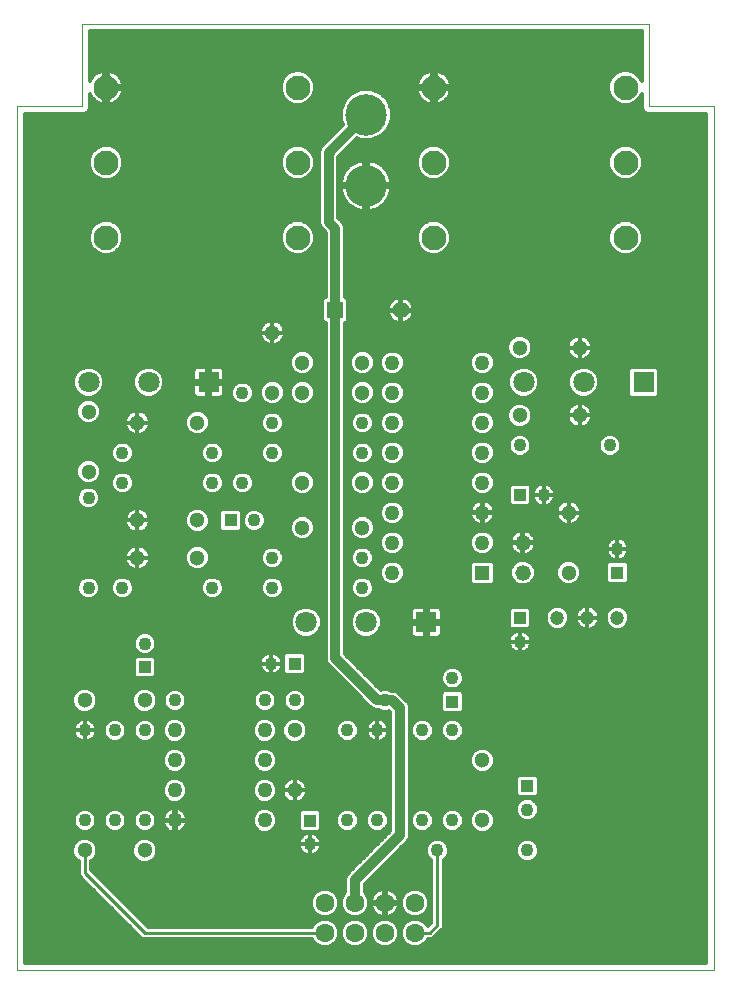
<source format=gtl>
G75*
%MOIN*%
%OFA0B0*%
%FSLAX25Y25*%
%IPPOS*%
%LPD*%
%AMOC8*
5,1,8,0,0,1.08239X$1,22.5*
%
%ADD10R,0.07087X0.07087*%
%ADD11C,0.07087*%
%ADD12C,0.08268*%
%ADD13C,0.05512*%
%ADD14R,0.05512X0.05512*%
%ADD15R,0.04331X0.04331*%
%ADD16C,0.04331*%
%ADD17C,0.13843*%
%ADD18C,0.06299*%
%ADD19C,0.05118*%
%ADD20C,0.04700*%
%ADD21C,0.05000*%
%ADD22R,0.05000X0.05000*%
%ADD23C,0.05200*%
%ADD24C,0.00000*%
%ADD25C,0.01200*%
%ADD26C,0.03346*%
%ADD27C,0.01000*%
%ADD28C,0.03200*%
D10*
X0141250Y0151063D03*
X0213750Y0231063D03*
X0068750Y0231063D03*
D11*
X0048750Y0231063D03*
X0028750Y0231063D03*
X0101250Y0151063D03*
X0121250Y0151063D03*
X0173750Y0231063D03*
X0193750Y0231063D03*
D12*
X0207699Y0279250D03*
X0207699Y0304250D03*
X0207699Y0329250D03*
X0143801Y0329250D03*
X0143801Y0304250D03*
X0143801Y0279250D03*
X0098449Y0279250D03*
X0098449Y0304250D03*
X0098449Y0329250D03*
X0034551Y0329250D03*
X0034551Y0304250D03*
X0034551Y0279250D03*
D13*
X0132750Y0255000D03*
D14*
X0111000Y0255000D03*
D15*
X0076060Y0185000D03*
X0097430Y0137245D03*
X0102505Y0084930D03*
X0150000Y0124560D03*
X0172505Y0152430D03*
X0172570Y0193505D03*
X0204995Y0167570D03*
X0175000Y0096440D03*
X0047500Y0136060D03*
D16*
X0047500Y0143940D03*
X0040000Y0162500D03*
X0028750Y0162500D03*
X0028750Y0192500D03*
X0040000Y0197500D03*
X0040000Y0207500D03*
X0070000Y0207500D03*
X0070000Y0197500D03*
X0080000Y0197500D03*
X0083940Y0185000D03*
X0090000Y0172500D03*
X0090000Y0162500D03*
X0089570Y0137248D03*
X0087500Y0125000D03*
X0097500Y0125000D03*
X0115000Y0115000D03*
X0125000Y0115000D03*
X0127500Y0125000D03*
X0140000Y0115000D03*
X0150000Y0115000D03*
X0150000Y0132440D03*
X0172502Y0144570D03*
X0204998Y0175430D03*
X0180430Y0193502D03*
X0172500Y0210000D03*
X0202500Y0210000D03*
X0120000Y0207500D03*
X0120000Y0217500D03*
X0120000Y0172500D03*
X0120000Y0162500D03*
X0090000Y0207500D03*
X0090000Y0217500D03*
X0080000Y0227500D03*
X0070000Y0162500D03*
X0057500Y0125000D03*
X0047500Y0115000D03*
X0037500Y0115000D03*
X0027500Y0115000D03*
X0027500Y0085000D03*
X0037500Y0085000D03*
X0047500Y0085000D03*
X0102502Y0077070D03*
X0115000Y0085000D03*
X0125000Y0085000D03*
X0140000Y0085000D03*
X0145000Y0075000D03*
X0150000Y0085000D03*
X0175000Y0088560D03*
X0175000Y0075000D03*
D17*
X0121250Y0296563D03*
X0121250Y0320185D03*
D18*
X0117500Y0057500D03*
X0117500Y0047500D03*
X0127500Y0047500D03*
X0127500Y0057500D03*
X0137500Y0057500D03*
X0137500Y0047500D03*
X0107500Y0047500D03*
X0107500Y0057500D03*
D19*
X0097500Y0095000D03*
X0097500Y0115000D03*
X0065000Y0172500D03*
X0065000Y0185000D03*
X0045000Y0185000D03*
X0045000Y0172500D03*
X0028750Y0201250D03*
X0028750Y0221250D03*
X0045000Y0217500D03*
X0065000Y0217500D03*
X0090000Y0227500D03*
X0100000Y0227500D03*
X0100000Y0237500D03*
X0090000Y0247500D03*
X0120000Y0237500D03*
X0120000Y0227500D03*
X0120000Y0197500D03*
X0120000Y0182500D03*
X0100000Y0182500D03*
X0100000Y0197500D03*
X0047500Y0125000D03*
X0027500Y0125000D03*
X0027500Y0075000D03*
X0047500Y0075000D03*
X0160000Y0085000D03*
X0160000Y0105000D03*
X0188750Y0167500D03*
X0188750Y0187500D03*
X0192500Y0220000D03*
X0192500Y0242500D03*
X0172500Y0242500D03*
X0172500Y0220000D03*
D20*
X0185000Y0152500D03*
X0195000Y0152500D03*
X0205000Y0152500D03*
D21*
X0160000Y0177500D03*
X0160000Y0187500D03*
X0160000Y0197500D03*
X0160000Y0207500D03*
X0160000Y0217500D03*
X0160000Y0227500D03*
X0160000Y0237500D03*
X0130000Y0237500D03*
X0130000Y0227500D03*
X0130000Y0217500D03*
X0130000Y0207500D03*
X0130000Y0197500D03*
X0130000Y0187500D03*
X0130000Y0177500D03*
X0130000Y0167500D03*
X0087500Y0115000D03*
X0087500Y0105000D03*
X0087500Y0095000D03*
X0087500Y0085000D03*
X0057500Y0085000D03*
X0057500Y0095000D03*
X0057500Y0105000D03*
X0057500Y0115000D03*
D22*
X0160000Y0167500D03*
D23*
X0173500Y0167500D03*
X0173500Y0177500D03*
D24*
X0237283Y0035000D02*
X0005000Y0035000D01*
X0005000Y0323031D01*
X0026654Y0323031D01*
X0026654Y0350591D01*
X0215630Y0350591D01*
X0215630Y0323031D01*
X0237283Y0323031D01*
X0237283Y0035000D01*
D25*
X0234683Y0037600D02*
X0007600Y0037600D01*
X0007600Y0320431D01*
X0027171Y0320431D01*
X0028126Y0320827D01*
X0028858Y0321559D01*
X0029254Y0322514D01*
X0029254Y0327017D01*
X0029647Y0326245D01*
X0030178Y0325515D01*
X0030816Y0324876D01*
X0031546Y0324346D01*
X0032350Y0323936D01*
X0033208Y0323657D01*
X0033951Y0323540D01*
X0033951Y0328650D01*
X0035151Y0328650D01*
X0035151Y0323540D01*
X0035894Y0323657D01*
X0036752Y0323936D01*
X0037556Y0324346D01*
X0038287Y0324876D01*
X0038925Y0325515D01*
X0039455Y0326245D01*
X0039865Y0327049D01*
X0040144Y0327907D01*
X0040261Y0328650D01*
X0035151Y0328650D01*
X0035151Y0329850D01*
X0033951Y0329850D01*
X0033951Y0334960D01*
X0033208Y0334843D01*
X0032350Y0334564D01*
X0031546Y0334154D01*
X0030816Y0333624D01*
X0030178Y0332985D01*
X0029647Y0332255D01*
X0029254Y0331483D01*
X0029254Y0347991D01*
X0213030Y0347991D01*
X0213030Y0331363D01*
X0212560Y0332498D01*
X0210947Y0334111D01*
X0208839Y0334984D01*
X0206558Y0334984D01*
X0204451Y0334111D01*
X0202838Y0332498D01*
X0201965Y0330391D01*
X0201965Y0328109D01*
X0202838Y0326002D01*
X0204451Y0324389D01*
X0206558Y0323516D01*
X0208839Y0323516D01*
X0210947Y0324389D01*
X0212560Y0326002D01*
X0213030Y0327137D01*
X0213030Y0322514D01*
X0213426Y0321559D01*
X0214157Y0320827D01*
X0215113Y0320431D01*
X0234683Y0320431D01*
X0234683Y0037600D01*
X0234683Y0037640D02*
X0007600Y0037640D01*
X0007600Y0038839D02*
X0234683Y0038839D01*
X0234683Y0040037D02*
X0007600Y0040037D01*
X0007600Y0041236D02*
X0234683Y0041236D01*
X0234683Y0042434D02*
X0007600Y0042434D01*
X0007600Y0043633D02*
X0104650Y0043633D01*
X0104810Y0043473D02*
X0106555Y0042750D01*
X0108445Y0042750D01*
X0110190Y0043473D01*
X0111527Y0044810D01*
X0112250Y0046555D01*
X0112250Y0048445D01*
X0111527Y0050190D01*
X0110190Y0051527D01*
X0108445Y0052250D01*
X0106555Y0052250D01*
X0104810Y0051527D01*
X0103473Y0050190D01*
X0103229Y0049600D01*
X0048370Y0049600D01*
X0029600Y0068370D01*
X0029600Y0071368D01*
X0029856Y0071474D01*
X0031026Y0072644D01*
X0031659Y0074173D01*
X0031659Y0075827D01*
X0031026Y0077356D01*
X0029856Y0078526D01*
X0028327Y0079159D01*
X0026673Y0079159D01*
X0025144Y0078526D01*
X0023974Y0077356D01*
X0023341Y0075827D01*
X0023341Y0074173D01*
X0023974Y0072644D01*
X0025144Y0071474D01*
X0025400Y0071368D01*
X0025400Y0066630D01*
X0026630Y0065400D01*
X0046630Y0045400D01*
X0103229Y0045400D01*
X0103473Y0044810D01*
X0104810Y0043473D01*
X0103464Y0044831D02*
X0007600Y0044831D01*
X0007600Y0046030D02*
X0046000Y0046030D01*
X0044802Y0047228D02*
X0007600Y0047228D01*
X0007600Y0048427D02*
X0043603Y0048427D01*
X0042405Y0049625D02*
X0007600Y0049625D01*
X0007600Y0050824D02*
X0041206Y0050824D01*
X0040008Y0052022D02*
X0007600Y0052022D01*
X0007600Y0053221D02*
X0038809Y0053221D01*
X0037611Y0054419D02*
X0007600Y0054419D01*
X0007600Y0055618D02*
X0036412Y0055618D01*
X0035214Y0056816D02*
X0007600Y0056816D01*
X0007600Y0058015D02*
X0034015Y0058015D01*
X0032817Y0059213D02*
X0007600Y0059213D01*
X0007600Y0060412D02*
X0031618Y0060412D01*
X0030420Y0061610D02*
X0007600Y0061610D01*
X0007600Y0062809D02*
X0029221Y0062809D01*
X0028023Y0064007D02*
X0007600Y0064007D01*
X0007600Y0065206D02*
X0026824Y0065206D01*
X0025626Y0066404D02*
X0007600Y0066404D01*
X0007600Y0067603D02*
X0025400Y0067603D01*
X0025400Y0068801D02*
X0007600Y0068801D01*
X0007600Y0070000D02*
X0025400Y0070000D01*
X0025400Y0071199D02*
X0007600Y0071199D01*
X0007600Y0072397D02*
X0024221Y0072397D01*
X0023580Y0073596D02*
X0007600Y0073596D01*
X0007600Y0074794D02*
X0023341Y0074794D01*
X0023409Y0075993D02*
X0007600Y0075993D01*
X0007600Y0077191D02*
X0023906Y0077191D01*
X0025008Y0078390D02*
X0007600Y0078390D01*
X0007600Y0079588D02*
X0099696Y0079588D01*
X0099578Y0079470D02*
X0099166Y0078854D01*
X0098882Y0078168D01*
X0098737Y0077441D01*
X0098737Y0077070D01*
X0102502Y0077070D01*
X0098737Y0077070D01*
X0098737Y0076699D01*
X0098882Y0075972D01*
X0099166Y0075286D01*
X0099578Y0074670D01*
X0100102Y0074145D01*
X0100719Y0073733D01*
X0101404Y0073449D01*
X0102132Y0073305D01*
X0102502Y0073305D01*
X0102502Y0077070D01*
X0102502Y0077070D01*
X0102502Y0080835D01*
X0102132Y0080835D01*
X0101404Y0080691D01*
X0100719Y0080407D01*
X0100102Y0079995D01*
X0099578Y0079470D01*
X0098973Y0078390D02*
X0049992Y0078390D01*
X0049856Y0078526D02*
X0048327Y0079159D01*
X0046673Y0079159D01*
X0045144Y0078526D01*
X0043974Y0077356D01*
X0043341Y0075827D01*
X0043341Y0074173D01*
X0043974Y0072644D01*
X0045144Y0071474D01*
X0046673Y0070841D01*
X0048327Y0070841D01*
X0049856Y0071474D01*
X0051026Y0072644D01*
X0051659Y0074173D01*
X0051659Y0075827D01*
X0051026Y0077356D01*
X0049856Y0078526D01*
X0051094Y0077191D02*
X0098737Y0077191D01*
X0098878Y0075993D02*
X0051591Y0075993D01*
X0051659Y0074794D02*
X0099495Y0074794D01*
X0101051Y0073596D02*
X0051420Y0073596D01*
X0050779Y0072397D02*
X0120372Y0072397D01*
X0121570Y0073596D02*
X0103954Y0073596D01*
X0104286Y0073733D02*
X0104903Y0074145D01*
X0105427Y0074670D01*
X0105839Y0075286D01*
X0106123Y0075972D01*
X0106268Y0076699D01*
X0106268Y0077070D01*
X0106268Y0077441D01*
X0106123Y0078168D01*
X0105839Y0078854D01*
X0105427Y0079470D01*
X0104903Y0079995D01*
X0104286Y0080407D01*
X0103601Y0080691D01*
X0102873Y0080835D01*
X0102503Y0080835D01*
X0102503Y0077070D01*
X0106268Y0077070D01*
X0102503Y0077070D01*
X0102503Y0077070D01*
X0102502Y0077070D01*
X0102503Y0077070D01*
X0102503Y0073305D01*
X0102873Y0073305D01*
X0103601Y0073449D01*
X0104286Y0073733D01*
X0105510Y0074794D02*
X0122769Y0074794D01*
X0123967Y0075993D02*
X0106127Y0075993D01*
X0106268Y0077191D02*
X0125166Y0077191D01*
X0126364Y0078390D02*
X0106031Y0078390D01*
X0105309Y0079588D02*
X0127563Y0079588D01*
X0128761Y0080787D02*
X0103118Y0080787D01*
X0102503Y0080787D02*
X0102502Y0080787D01*
X0101887Y0080787D02*
X0007600Y0080787D01*
X0007600Y0081985D02*
X0025190Y0081985D01*
X0025367Y0081808D02*
X0026751Y0081235D01*
X0028249Y0081235D01*
X0029633Y0081808D01*
X0030692Y0082867D01*
X0031265Y0084251D01*
X0031265Y0085749D01*
X0030692Y0087133D01*
X0029633Y0088192D01*
X0028249Y0088765D01*
X0026751Y0088765D01*
X0025367Y0088192D01*
X0024308Y0087133D01*
X0023735Y0085749D01*
X0023735Y0084251D01*
X0024308Y0082867D01*
X0025367Y0081808D01*
X0024177Y0083184D02*
X0007600Y0083184D01*
X0007600Y0084382D02*
X0023735Y0084382D01*
X0023735Y0085581D02*
X0007600Y0085581D01*
X0007600Y0086779D02*
X0024161Y0086779D01*
X0025153Y0087978D02*
X0007600Y0087978D01*
X0007600Y0089176D02*
X0129300Y0089176D01*
X0129300Y0087978D02*
X0127347Y0087978D01*
X0127133Y0088192D02*
X0125749Y0088765D01*
X0124251Y0088765D01*
X0122867Y0088192D01*
X0121808Y0087133D01*
X0121235Y0085749D01*
X0121235Y0084251D01*
X0121808Y0082867D01*
X0122867Y0081808D01*
X0124251Y0081235D01*
X0125749Y0081235D01*
X0127133Y0081808D01*
X0128192Y0082867D01*
X0128765Y0084251D01*
X0128765Y0085749D01*
X0128192Y0087133D01*
X0127133Y0088192D01*
X0128339Y0086779D02*
X0129300Y0086779D01*
X0129300Y0085581D02*
X0128765Y0085581D01*
X0128765Y0084382D02*
X0129300Y0084382D01*
X0129300Y0083184D02*
X0128323Y0083184D01*
X0129300Y0081985D02*
X0127310Y0081985D01*
X0129300Y0081325D02*
X0115687Y0067713D01*
X0114787Y0066813D01*
X0114300Y0065637D01*
X0114300Y0061017D01*
X0113473Y0060190D01*
X0112750Y0058445D01*
X0112750Y0056555D01*
X0113473Y0054810D01*
X0114810Y0053473D01*
X0116555Y0052750D01*
X0118445Y0052750D01*
X0120190Y0053473D01*
X0121527Y0054810D01*
X0122250Y0056555D01*
X0122250Y0058445D01*
X0121527Y0060190D01*
X0120700Y0061017D01*
X0120700Y0063675D01*
X0135213Y0078187D01*
X0135700Y0079363D01*
X0135700Y0123137D01*
X0135213Y0124313D01*
X0134313Y0125213D01*
X0131813Y0127713D01*
X0130637Y0128200D01*
X0129614Y0128200D01*
X0128249Y0128765D01*
X0126751Y0128765D01*
X0126050Y0128475D01*
X0114200Y0140325D01*
X0114200Y0250644D01*
X0114419Y0250644D01*
X0115356Y0251581D01*
X0115356Y0258419D01*
X0114419Y0259356D01*
X0114200Y0259356D01*
X0114200Y0282887D01*
X0113713Y0284063D01*
X0112813Y0284963D01*
X0111950Y0285825D01*
X0111950Y0306175D01*
X0118059Y0312283D01*
X0119555Y0311664D01*
X0122945Y0311664D01*
X0126077Y0312961D01*
X0128474Y0315358D01*
X0129771Y0318490D01*
X0129771Y0321880D01*
X0128474Y0325012D01*
X0126077Y0327409D01*
X0122945Y0328706D01*
X0119555Y0328706D01*
X0116423Y0327409D01*
X0114026Y0325012D01*
X0112729Y0321880D01*
X0112729Y0318490D01*
X0113457Y0316732D01*
X0106937Y0310213D01*
X0106037Y0309313D01*
X0105550Y0308137D01*
X0105550Y0283863D01*
X0106037Y0282687D01*
X0107800Y0280925D01*
X0107800Y0259356D01*
X0107581Y0259356D01*
X0106644Y0258419D01*
X0106644Y0251581D01*
X0107581Y0250644D01*
X0107800Y0250644D01*
X0107800Y0138363D01*
X0108287Y0137187D01*
X0109187Y0136287D01*
X0122287Y0123187D01*
X0123187Y0122287D01*
X0124363Y0121800D01*
X0125386Y0121800D01*
X0126751Y0121235D01*
X0128249Y0121235D01*
X0128950Y0121525D01*
X0129300Y0121175D01*
X0129300Y0081325D01*
X0133018Y0075993D02*
X0141336Y0075993D01*
X0141235Y0075749D02*
X0141235Y0074251D01*
X0141808Y0072867D01*
X0142867Y0071808D01*
X0142900Y0071794D01*
X0142900Y0050870D01*
X0141730Y0049700D01*
X0141527Y0050190D01*
X0140190Y0051527D01*
X0138445Y0052250D01*
X0136555Y0052250D01*
X0134810Y0051527D01*
X0133473Y0050190D01*
X0132750Y0048445D01*
X0132750Y0046555D01*
X0133473Y0044810D01*
X0134810Y0043473D01*
X0136555Y0042750D01*
X0138445Y0042750D01*
X0140190Y0043473D01*
X0141527Y0044810D01*
X0141771Y0045400D01*
X0143370Y0045400D01*
X0144600Y0046630D01*
X0147100Y0049130D01*
X0147100Y0071794D01*
X0147133Y0071808D01*
X0148192Y0072867D01*
X0148765Y0074251D01*
X0148765Y0075749D01*
X0148192Y0077133D01*
X0147133Y0078192D01*
X0145749Y0078765D01*
X0144251Y0078765D01*
X0142867Y0078192D01*
X0141808Y0077133D01*
X0141235Y0075749D01*
X0141235Y0074794D02*
X0131820Y0074794D01*
X0130621Y0073596D02*
X0141506Y0073596D01*
X0142278Y0072397D02*
X0129423Y0072397D01*
X0128224Y0071199D02*
X0142900Y0071199D01*
X0142900Y0070000D02*
X0127025Y0070000D01*
X0125827Y0068801D02*
X0142900Y0068801D01*
X0142900Y0067603D02*
X0124628Y0067603D01*
X0123430Y0066404D02*
X0142900Y0066404D01*
X0142900Y0065206D02*
X0122231Y0065206D01*
X0121033Y0064007D02*
X0142900Y0064007D01*
X0142900Y0062809D02*
X0120700Y0062809D01*
X0120700Y0061610D02*
X0125105Y0061610D01*
X0125011Y0061562D02*
X0124406Y0061123D01*
X0123877Y0060594D01*
X0123438Y0059989D01*
X0123098Y0059323D01*
X0122867Y0058612D01*
X0122750Y0057874D01*
X0122750Y0057786D01*
X0127214Y0057786D01*
X0127214Y0062250D01*
X0127126Y0062250D01*
X0126388Y0062133D01*
X0125677Y0061902D01*
X0125011Y0061562D01*
X0123745Y0060412D02*
X0121305Y0060412D01*
X0121931Y0059213D02*
X0123063Y0059213D01*
X0122773Y0058015D02*
X0122250Y0058015D01*
X0122750Y0057214D02*
X0122750Y0057126D01*
X0122867Y0056388D01*
X0123098Y0055677D01*
X0123438Y0055011D01*
X0123877Y0054406D01*
X0124406Y0053877D01*
X0125011Y0053438D01*
X0125677Y0053098D01*
X0126388Y0052867D01*
X0127126Y0052750D01*
X0127214Y0052750D01*
X0127214Y0057214D01*
X0127786Y0057214D01*
X0127786Y0057786D01*
X0132250Y0057786D01*
X0132250Y0057874D01*
X0132133Y0058612D01*
X0131902Y0059323D01*
X0131562Y0059989D01*
X0131123Y0060594D01*
X0130594Y0061123D01*
X0129989Y0061562D01*
X0129323Y0061902D01*
X0128612Y0062133D01*
X0127874Y0062250D01*
X0127786Y0062250D01*
X0127786Y0057786D01*
X0127214Y0057786D01*
X0127214Y0057214D01*
X0122750Y0057214D01*
X0122799Y0056816D02*
X0122250Y0056816D01*
X0121861Y0055618D02*
X0123128Y0055618D01*
X0123867Y0054419D02*
X0121136Y0054419D01*
X0119581Y0053221D02*
X0125436Y0053221D01*
X0126007Y0052022D02*
X0118993Y0052022D01*
X0118445Y0052250D02*
X0116555Y0052250D01*
X0114810Y0051527D01*
X0113473Y0050190D01*
X0112750Y0048445D01*
X0112750Y0046555D01*
X0113473Y0044810D01*
X0114810Y0043473D01*
X0116555Y0042750D01*
X0118445Y0042750D01*
X0120190Y0043473D01*
X0121527Y0044810D01*
X0122250Y0046555D01*
X0122250Y0048445D01*
X0121527Y0050190D01*
X0120190Y0051527D01*
X0118445Y0052250D01*
X0116007Y0052022D02*
X0108993Y0052022D01*
X0108445Y0052750D02*
X0110190Y0053473D01*
X0111527Y0054810D01*
X0112250Y0056555D01*
X0112250Y0058445D01*
X0111527Y0060190D01*
X0110190Y0061527D01*
X0108445Y0062250D01*
X0106555Y0062250D01*
X0104810Y0061527D01*
X0103473Y0060190D01*
X0102750Y0058445D01*
X0102750Y0056555D01*
X0103473Y0054810D01*
X0104810Y0053473D01*
X0106555Y0052750D01*
X0108445Y0052750D01*
X0109581Y0053221D02*
X0115419Y0053221D01*
X0113864Y0054419D02*
X0111136Y0054419D01*
X0111861Y0055618D02*
X0113139Y0055618D01*
X0112750Y0056816D02*
X0112250Y0056816D01*
X0112250Y0058015D02*
X0112750Y0058015D01*
X0113069Y0059213D02*
X0111931Y0059213D01*
X0111305Y0060412D02*
X0113695Y0060412D01*
X0114300Y0061610D02*
X0109988Y0061610D01*
X0114300Y0062809D02*
X0035161Y0062809D01*
X0036359Y0061610D02*
X0105012Y0061610D01*
X0103695Y0060412D02*
X0037558Y0060412D01*
X0038756Y0059213D02*
X0103069Y0059213D01*
X0102750Y0058015D02*
X0039955Y0058015D01*
X0041153Y0056816D02*
X0102750Y0056816D01*
X0103139Y0055618D02*
X0042352Y0055618D01*
X0043550Y0054419D02*
X0103864Y0054419D01*
X0105419Y0053221D02*
X0044749Y0053221D01*
X0045948Y0052022D02*
X0106007Y0052022D01*
X0104107Y0050824D02*
X0047146Y0050824D01*
X0048345Y0049625D02*
X0103239Y0049625D01*
X0110893Y0050824D02*
X0114107Y0050824D01*
X0113239Y0049625D02*
X0111761Y0049625D01*
X0112250Y0048427D02*
X0112750Y0048427D01*
X0112750Y0047228D02*
X0112250Y0047228D01*
X0112032Y0046030D02*
X0112968Y0046030D01*
X0113464Y0044831D02*
X0111535Y0044831D01*
X0110350Y0043633D02*
X0114650Y0043633D01*
X0120350Y0043633D02*
X0124650Y0043633D01*
X0124810Y0043473D02*
X0126555Y0042750D01*
X0128445Y0042750D01*
X0130190Y0043473D01*
X0131527Y0044810D01*
X0132250Y0046555D01*
X0132250Y0048445D01*
X0131527Y0050190D01*
X0130190Y0051527D01*
X0128445Y0052250D01*
X0126555Y0052250D01*
X0124810Y0051527D01*
X0123473Y0050190D01*
X0122750Y0048445D01*
X0122750Y0046555D01*
X0123473Y0044810D01*
X0124810Y0043473D01*
X0123464Y0044831D02*
X0121535Y0044831D01*
X0122032Y0046030D02*
X0122968Y0046030D01*
X0122750Y0047228D02*
X0122250Y0047228D01*
X0122250Y0048427D02*
X0122750Y0048427D01*
X0123239Y0049625D02*
X0121761Y0049625D01*
X0120893Y0050824D02*
X0124107Y0050824D01*
X0127214Y0053221D02*
X0127786Y0053221D01*
X0127786Y0052750D02*
X0127874Y0052750D01*
X0128612Y0052867D01*
X0129323Y0053098D01*
X0129989Y0053438D01*
X0130594Y0053877D01*
X0131123Y0054406D01*
X0131562Y0055011D01*
X0131902Y0055677D01*
X0132133Y0056388D01*
X0132250Y0057126D01*
X0132250Y0057214D01*
X0127786Y0057214D01*
X0127786Y0052750D01*
X0128993Y0052022D02*
X0136007Y0052022D01*
X0136555Y0052750D02*
X0134810Y0053473D01*
X0133473Y0054810D01*
X0132750Y0056555D01*
X0132750Y0058445D01*
X0133473Y0060190D01*
X0134810Y0061527D01*
X0136555Y0062250D01*
X0138445Y0062250D01*
X0140190Y0061527D01*
X0141527Y0060190D01*
X0142250Y0058445D01*
X0142250Y0056555D01*
X0141527Y0054810D01*
X0140190Y0053473D01*
X0138445Y0052750D01*
X0136555Y0052750D01*
X0135419Y0053221D02*
X0129564Y0053221D01*
X0131133Y0054419D02*
X0133864Y0054419D01*
X0133139Y0055618D02*
X0131872Y0055618D01*
X0132201Y0056816D02*
X0132750Y0056816D01*
X0132750Y0058015D02*
X0132227Y0058015D01*
X0131937Y0059213D02*
X0133069Y0059213D01*
X0133695Y0060412D02*
X0131255Y0060412D01*
X0129895Y0061610D02*
X0135012Y0061610D01*
X0139988Y0061610D02*
X0142900Y0061610D01*
X0142900Y0060412D02*
X0141305Y0060412D01*
X0141931Y0059213D02*
X0142900Y0059213D01*
X0142900Y0058015D02*
X0142250Y0058015D01*
X0142250Y0056816D02*
X0142900Y0056816D01*
X0142900Y0055618D02*
X0141861Y0055618D01*
X0141136Y0054419D02*
X0142900Y0054419D01*
X0142900Y0053221D02*
X0139581Y0053221D01*
X0138993Y0052022D02*
X0142900Y0052022D01*
X0142854Y0050824D02*
X0140893Y0050824D01*
X0145198Y0047228D02*
X0234683Y0047228D01*
X0234683Y0046030D02*
X0144000Y0046030D01*
X0141535Y0044831D02*
X0234683Y0044831D01*
X0234683Y0043633D02*
X0140350Y0043633D01*
X0134650Y0043633D02*
X0130350Y0043633D01*
X0131535Y0044831D02*
X0133464Y0044831D01*
X0132968Y0046030D02*
X0132032Y0046030D01*
X0132250Y0047228D02*
X0132750Y0047228D01*
X0132750Y0048427D02*
X0132250Y0048427D01*
X0131761Y0049625D02*
X0133239Y0049625D01*
X0134107Y0050824D02*
X0130893Y0050824D01*
X0127786Y0054419D02*
X0127214Y0054419D01*
X0127214Y0055618D02*
X0127786Y0055618D01*
X0127786Y0056816D02*
X0127214Y0056816D01*
X0127214Y0058015D02*
X0127786Y0058015D01*
X0127786Y0059213D02*
X0127214Y0059213D01*
X0127214Y0060412D02*
X0127786Y0060412D01*
X0127786Y0061610D02*
X0127214Y0061610D01*
X0117975Y0070000D02*
X0029600Y0070000D01*
X0029600Y0071199D02*
X0045809Y0071199D01*
X0044221Y0072397D02*
X0030779Y0072397D01*
X0031420Y0073596D02*
X0043580Y0073596D01*
X0043341Y0074794D02*
X0031659Y0074794D01*
X0031591Y0075993D02*
X0043409Y0075993D01*
X0043906Y0077191D02*
X0031094Y0077191D01*
X0029992Y0078390D02*
X0045008Y0078390D01*
X0046751Y0081235D02*
X0045367Y0081808D01*
X0044308Y0082867D01*
X0043735Y0084251D01*
X0043735Y0085749D01*
X0044308Y0087133D01*
X0045367Y0088192D01*
X0046751Y0088765D01*
X0048249Y0088765D01*
X0049633Y0088192D01*
X0050692Y0087133D01*
X0051265Y0085749D01*
X0051265Y0084251D01*
X0050692Y0082867D01*
X0049633Y0081808D01*
X0048249Y0081235D01*
X0046751Y0081235D01*
X0045190Y0081985D02*
X0039810Y0081985D01*
X0039633Y0081808D02*
X0040692Y0082867D01*
X0041265Y0084251D01*
X0041265Y0085749D01*
X0040692Y0087133D01*
X0039633Y0088192D01*
X0038249Y0088765D01*
X0036751Y0088765D01*
X0035367Y0088192D01*
X0034308Y0087133D01*
X0033735Y0085749D01*
X0033735Y0084251D01*
X0034308Y0082867D01*
X0035367Y0081808D01*
X0036751Y0081235D01*
X0038249Y0081235D01*
X0039633Y0081808D01*
X0040823Y0083184D02*
X0044177Y0083184D01*
X0043735Y0084382D02*
X0041265Y0084382D01*
X0041265Y0085581D02*
X0043735Y0085581D01*
X0044161Y0086779D02*
X0040839Y0086779D01*
X0039847Y0087978D02*
X0045153Y0087978D01*
X0049847Y0087978D02*
X0054679Y0087978D01*
X0054829Y0088127D02*
X0054373Y0087671D01*
X0053993Y0087149D01*
X0053700Y0086574D01*
X0053501Y0085960D01*
X0053400Y0085323D01*
X0053400Y0085200D01*
X0057300Y0085200D01*
X0057300Y0089100D01*
X0057177Y0089100D01*
X0056540Y0088999D01*
X0055926Y0088800D01*
X0055351Y0088507D01*
X0054829Y0088127D01*
X0053805Y0086779D02*
X0050839Y0086779D01*
X0051265Y0085581D02*
X0053441Y0085581D01*
X0053400Y0084800D02*
X0053400Y0084677D01*
X0053501Y0084040D01*
X0053700Y0083426D01*
X0053993Y0082851D01*
X0054373Y0082329D01*
X0054829Y0081873D01*
X0055351Y0081493D01*
X0055926Y0081200D01*
X0056540Y0081001D01*
X0057177Y0080900D01*
X0057300Y0080900D01*
X0057300Y0084800D01*
X0057700Y0084800D01*
X0057700Y0085200D01*
X0061600Y0085200D01*
X0061600Y0085323D01*
X0061499Y0085960D01*
X0061300Y0086574D01*
X0061007Y0087149D01*
X0060627Y0087671D01*
X0060171Y0088127D01*
X0059649Y0088507D01*
X0059074Y0088800D01*
X0058460Y0088999D01*
X0057823Y0089100D01*
X0057700Y0089100D01*
X0057700Y0085200D01*
X0057300Y0085200D01*
X0057300Y0084800D01*
X0053400Y0084800D01*
X0053447Y0084382D02*
X0051265Y0084382D01*
X0050823Y0083184D02*
X0053824Y0083184D01*
X0054717Y0081985D02*
X0049810Y0081985D01*
X0057300Y0081985D02*
X0057700Y0081985D01*
X0057700Y0080900D02*
X0057823Y0080900D01*
X0058460Y0081001D01*
X0059074Y0081200D01*
X0059649Y0081493D01*
X0060171Y0081873D01*
X0060627Y0082329D01*
X0061007Y0082851D01*
X0061300Y0083426D01*
X0061499Y0084040D01*
X0061600Y0084677D01*
X0061600Y0084800D01*
X0057700Y0084800D01*
X0057700Y0080900D01*
X0057700Y0083184D02*
X0057300Y0083184D01*
X0057300Y0084382D02*
X0057700Y0084382D01*
X0057700Y0085581D02*
X0057300Y0085581D01*
X0057300Y0086779D02*
X0057700Y0086779D01*
X0057700Y0087978D02*
X0057300Y0087978D01*
X0056684Y0090900D02*
X0058316Y0090900D01*
X0059822Y0091524D01*
X0060976Y0092678D01*
X0061600Y0094184D01*
X0061600Y0095816D01*
X0060976Y0097322D01*
X0059822Y0098476D01*
X0058316Y0099100D01*
X0056684Y0099100D01*
X0055178Y0098476D01*
X0054024Y0097322D01*
X0053400Y0095816D01*
X0053400Y0094184D01*
X0054024Y0092678D01*
X0055178Y0091524D01*
X0056684Y0090900D01*
X0055129Y0091573D02*
X0007600Y0091573D01*
X0007600Y0090375D02*
X0129300Y0090375D01*
X0129300Y0091573D02*
X0099859Y0091573D01*
X0099680Y0091443D02*
X0100209Y0091828D01*
X0100672Y0092291D01*
X0101057Y0092820D01*
X0101354Y0093403D01*
X0101557Y0094026D01*
X0101659Y0094673D01*
X0101659Y0095000D01*
X0101659Y0095327D01*
X0101557Y0095974D01*
X0101354Y0096597D01*
X0101057Y0097180D01*
X0100672Y0097709D01*
X0100209Y0098172D01*
X0099680Y0098557D01*
X0099097Y0098854D01*
X0098474Y0099057D01*
X0097827Y0099159D01*
X0097500Y0099159D01*
X0097500Y0095000D01*
X0097500Y0095000D01*
X0101659Y0095000D01*
X0097500Y0095000D01*
X0097500Y0095000D01*
X0097500Y0095000D01*
X0093341Y0095000D01*
X0093341Y0095327D01*
X0093443Y0095974D01*
X0093646Y0096597D01*
X0093943Y0097180D01*
X0094328Y0097709D01*
X0094791Y0098172D01*
X0095320Y0098557D01*
X0095903Y0098854D01*
X0096526Y0099057D01*
X0097173Y0099159D01*
X0097500Y0099159D01*
X0097500Y0095000D01*
X0097500Y0090841D01*
X0097827Y0090841D01*
X0098474Y0090943D01*
X0099097Y0091146D01*
X0099680Y0091443D01*
X0101022Y0092772D02*
X0129300Y0092772D01*
X0129300Y0093970D02*
X0101538Y0093970D01*
X0101659Y0095169D02*
X0129300Y0095169D01*
X0129300Y0096367D02*
X0101429Y0096367D01*
X0100777Y0097566D02*
X0129300Y0097566D01*
X0129300Y0098764D02*
X0099273Y0098764D01*
X0097500Y0098764D02*
X0097500Y0098764D01*
X0097500Y0097566D02*
X0097500Y0097566D01*
X0097500Y0096367D02*
X0097500Y0096367D01*
X0097500Y0095169D02*
X0097500Y0095169D01*
X0097500Y0095000D02*
X0093341Y0095000D01*
X0093341Y0094673D01*
X0093443Y0094026D01*
X0093646Y0093403D01*
X0093943Y0092820D01*
X0094328Y0092291D01*
X0094791Y0091828D01*
X0095320Y0091443D01*
X0095903Y0091146D01*
X0096526Y0090943D01*
X0097173Y0090841D01*
X0097500Y0090841D01*
X0097500Y0095000D01*
X0097500Y0095000D01*
X0097500Y0093970D02*
X0097500Y0093970D01*
X0097500Y0092772D02*
X0097500Y0092772D01*
X0097500Y0091573D02*
X0097500Y0091573D01*
X0095141Y0091573D02*
X0089871Y0091573D01*
X0089822Y0091524D02*
X0090976Y0092678D01*
X0091600Y0094184D01*
X0091600Y0095816D01*
X0090976Y0097322D01*
X0089822Y0098476D01*
X0088316Y0099100D01*
X0086684Y0099100D01*
X0085178Y0098476D01*
X0084024Y0097322D01*
X0083400Y0095816D01*
X0083400Y0094184D01*
X0084024Y0092678D01*
X0085178Y0091524D01*
X0086684Y0090900D01*
X0088316Y0090900D01*
X0089822Y0091524D01*
X0091015Y0092772D02*
X0093978Y0092772D01*
X0093461Y0093970D02*
X0091511Y0093970D01*
X0091600Y0095169D02*
X0093341Y0095169D01*
X0093571Y0096367D02*
X0091371Y0096367D01*
X0090732Y0097566D02*
X0094223Y0097566D01*
X0095727Y0098764D02*
X0089126Y0098764D01*
X0088316Y0100900D02*
X0089822Y0101524D01*
X0090976Y0102678D01*
X0091600Y0104184D01*
X0091600Y0105816D01*
X0090976Y0107322D01*
X0089822Y0108476D01*
X0088316Y0109100D01*
X0086684Y0109100D01*
X0085178Y0108476D01*
X0084024Y0107322D01*
X0083400Y0105816D01*
X0083400Y0104184D01*
X0084024Y0102678D01*
X0085178Y0101524D01*
X0086684Y0100900D01*
X0088316Y0100900D01*
X0088946Y0101161D02*
X0129300Y0101161D01*
X0129300Y0099963D02*
X0007600Y0099963D01*
X0007600Y0101161D02*
X0056054Y0101161D01*
X0056684Y0100900D02*
X0058316Y0100900D01*
X0059822Y0101524D01*
X0060976Y0102678D01*
X0061600Y0104184D01*
X0061600Y0105816D01*
X0060976Y0107322D01*
X0059822Y0108476D01*
X0058316Y0109100D01*
X0056684Y0109100D01*
X0055178Y0108476D01*
X0054024Y0107322D01*
X0053400Y0105816D01*
X0053400Y0104184D01*
X0054024Y0102678D01*
X0055178Y0101524D01*
X0056684Y0100900D01*
X0058946Y0101161D02*
X0086054Y0101161D01*
X0084342Y0102360D02*
X0060658Y0102360D01*
X0061341Y0103558D02*
X0083659Y0103558D01*
X0083400Y0104757D02*
X0061600Y0104757D01*
X0061542Y0105955D02*
X0083458Y0105955D01*
X0083954Y0107154D02*
X0061046Y0107154D01*
X0059946Y0108352D02*
X0085054Y0108352D01*
X0086684Y0110900D02*
X0085178Y0111524D01*
X0084024Y0112678D01*
X0083400Y0114184D01*
X0083400Y0115816D01*
X0084024Y0117322D01*
X0085178Y0118476D01*
X0086684Y0119100D01*
X0088316Y0119100D01*
X0089822Y0118476D01*
X0090976Y0117322D01*
X0091600Y0115816D01*
X0091600Y0114184D01*
X0090976Y0112678D01*
X0089822Y0111524D01*
X0088316Y0110900D01*
X0086684Y0110900D01*
X0084754Y0111948D02*
X0060246Y0111948D01*
X0059822Y0111524D02*
X0060976Y0112678D01*
X0061600Y0114184D01*
X0061600Y0115816D01*
X0060976Y0117322D01*
X0059822Y0118476D01*
X0058316Y0119100D01*
X0056684Y0119100D01*
X0055178Y0118476D01*
X0054024Y0117322D01*
X0053400Y0115816D01*
X0053400Y0114184D01*
X0054024Y0112678D01*
X0055178Y0111524D01*
X0056684Y0110900D01*
X0058316Y0110900D01*
X0059822Y0111524D01*
X0061170Y0113146D02*
X0083830Y0113146D01*
X0083400Y0114345D02*
X0061600Y0114345D01*
X0061600Y0115543D02*
X0083400Y0115543D01*
X0083784Y0116742D02*
X0061216Y0116742D01*
X0060358Y0117940D02*
X0084642Y0117940D01*
X0086023Y0121536D02*
X0058976Y0121536D01*
X0059633Y0121808D02*
X0058249Y0121235D01*
X0056751Y0121235D01*
X0055367Y0121808D01*
X0054308Y0122867D01*
X0053735Y0124251D01*
X0053735Y0125749D01*
X0054308Y0127133D01*
X0055367Y0128192D01*
X0056751Y0128765D01*
X0058249Y0128765D01*
X0059633Y0128192D01*
X0060692Y0127133D01*
X0061265Y0125749D01*
X0061265Y0124251D01*
X0060692Y0122867D01*
X0059633Y0121808D01*
X0060560Y0122734D02*
X0084440Y0122734D01*
X0084308Y0122867D02*
X0085367Y0121808D01*
X0086751Y0121235D01*
X0088249Y0121235D01*
X0089633Y0121808D01*
X0090692Y0122867D01*
X0091265Y0124251D01*
X0091265Y0125749D01*
X0090692Y0127133D01*
X0089633Y0128192D01*
X0088249Y0128765D01*
X0086751Y0128765D01*
X0085367Y0128192D01*
X0084308Y0127133D01*
X0083735Y0125749D01*
X0083735Y0124251D01*
X0084308Y0122867D01*
X0083866Y0123933D02*
X0061134Y0123933D01*
X0061265Y0125132D02*
X0083735Y0125132D01*
X0083975Y0126330D02*
X0061025Y0126330D01*
X0060296Y0127529D02*
X0084704Y0127529D01*
X0086659Y0128727D02*
X0058341Y0128727D01*
X0056659Y0128727D02*
X0049370Y0128727D01*
X0049856Y0128526D02*
X0048327Y0129159D01*
X0046673Y0129159D01*
X0045144Y0128526D01*
X0043974Y0127356D01*
X0043341Y0125827D01*
X0043341Y0124173D01*
X0043974Y0122644D01*
X0045144Y0121474D01*
X0046673Y0120841D01*
X0048327Y0120841D01*
X0049856Y0121474D01*
X0051026Y0122644D01*
X0051659Y0124173D01*
X0051659Y0125827D01*
X0051026Y0127356D01*
X0049856Y0128526D01*
X0050853Y0127529D02*
X0054704Y0127529D01*
X0053975Y0126330D02*
X0051451Y0126330D01*
X0051659Y0125132D02*
X0053735Y0125132D01*
X0053866Y0123933D02*
X0051560Y0123933D01*
X0051063Y0122734D02*
X0054440Y0122734D01*
X0056023Y0121536D02*
X0049918Y0121536D01*
X0048249Y0118765D02*
X0046751Y0118765D01*
X0045367Y0118192D01*
X0044308Y0117133D01*
X0043735Y0115749D01*
X0043735Y0114251D01*
X0044308Y0112867D01*
X0045367Y0111808D01*
X0046751Y0111235D01*
X0048249Y0111235D01*
X0049633Y0111808D01*
X0050692Y0112867D01*
X0051265Y0114251D01*
X0051265Y0115749D01*
X0050692Y0117133D01*
X0049633Y0118192D01*
X0048249Y0118765D01*
X0049885Y0117940D02*
X0054642Y0117940D01*
X0053784Y0116742D02*
X0050854Y0116742D01*
X0051265Y0115543D02*
X0053400Y0115543D01*
X0053400Y0114345D02*
X0051265Y0114345D01*
X0050808Y0113146D02*
X0053830Y0113146D01*
X0054754Y0111948D02*
X0049773Y0111948D01*
X0045227Y0111948D02*
X0039773Y0111948D01*
X0039633Y0111808D02*
X0040692Y0112867D01*
X0041265Y0114251D01*
X0041265Y0115749D01*
X0040692Y0117133D01*
X0039633Y0118192D01*
X0038249Y0118765D01*
X0036751Y0118765D01*
X0035367Y0118192D01*
X0034308Y0117133D01*
X0033735Y0115749D01*
X0033735Y0114251D01*
X0034308Y0112867D01*
X0035367Y0111808D01*
X0036751Y0111235D01*
X0038249Y0111235D01*
X0039633Y0111808D01*
X0040808Y0113146D02*
X0044192Y0113146D01*
X0043735Y0114345D02*
X0041265Y0114345D01*
X0041265Y0115543D02*
X0043735Y0115543D01*
X0044146Y0116742D02*
X0040854Y0116742D01*
X0039885Y0117940D02*
X0045115Y0117940D01*
X0045082Y0121536D02*
X0029918Y0121536D01*
X0029856Y0121474D02*
X0031026Y0122644D01*
X0031659Y0124173D01*
X0031659Y0125827D01*
X0031026Y0127356D01*
X0029856Y0128526D01*
X0028327Y0129159D01*
X0026673Y0129159D01*
X0025144Y0128526D01*
X0023974Y0127356D01*
X0023341Y0125827D01*
X0023341Y0124173D01*
X0023974Y0122644D01*
X0025144Y0121474D01*
X0026673Y0120841D01*
X0028327Y0120841D01*
X0029856Y0121474D01*
X0031063Y0122734D02*
X0043937Y0122734D01*
X0043440Y0123933D02*
X0031560Y0123933D01*
X0031659Y0125132D02*
X0043341Y0125132D01*
X0043549Y0126330D02*
X0031451Y0126330D01*
X0030853Y0127529D02*
X0044147Y0127529D01*
X0045630Y0128727D02*
X0029370Y0128727D01*
X0025630Y0128727D02*
X0007600Y0128727D01*
X0007600Y0127529D02*
X0024147Y0127529D01*
X0023549Y0126330D02*
X0007600Y0126330D01*
X0007600Y0125132D02*
X0023341Y0125132D01*
X0023440Y0123933D02*
X0007600Y0123933D01*
X0007600Y0122734D02*
X0023937Y0122734D01*
X0025082Y0121536D02*
X0007600Y0121536D01*
X0007600Y0120337D02*
X0129300Y0120337D01*
X0129300Y0119139D02*
X0098376Y0119139D01*
X0098327Y0119159D02*
X0096673Y0119159D01*
X0095144Y0118526D01*
X0093974Y0117356D01*
X0093341Y0115827D01*
X0093341Y0114173D01*
X0093974Y0112644D01*
X0095144Y0111474D01*
X0096673Y0110841D01*
X0098327Y0110841D01*
X0099856Y0111474D01*
X0101026Y0112644D01*
X0101659Y0114173D01*
X0101659Y0115827D01*
X0101026Y0117356D01*
X0099856Y0118526D01*
X0098327Y0119159D01*
X0096624Y0119139D02*
X0007600Y0119139D01*
X0007600Y0117940D02*
X0025123Y0117940D01*
X0025100Y0117925D02*
X0024575Y0117400D01*
X0024163Y0116784D01*
X0023879Y0116098D01*
X0023735Y0115371D01*
X0023735Y0115000D01*
X0023735Y0114629D01*
X0023879Y0113902D01*
X0024163Y0113216D01*
X0024575Y0112600D01*
X0025100Y0112075D01*
X0025716Y0111663D01*
X0026402Y0111379D01*
X0027129Y0111235D01*
X0027500Y0111235D01*
X0027871Y0111235D01*
X0028598Y0111379D01*
X0029284Y0111663D01*
X0029900Y0112075D01*
X0030425Y0112600D01*
X0030837Y0113216D01*
X0031121Y0113902D01*
X0031265Y0114629D01*
X0031265Y0115000D01*
X0031265Y0115371D01*
X0031121Y0116098D01*
X0030837Y0116784D01*
X0030425Y0117400D01*
X0029900Y0117925D01*
X0029284Y0118337D01*
X0028598Y0118621D01*
X0027871Y0118765D01*
X0027500Y0118765D01*
X0027129Y0118765D01*
X0026402Y0118621D01*
X0025716Y0118337D01*
X0025100Y0117925D01*
X0024146Y0116742D02*
X0007600Y0116742D01*
X0007600Y0115543D02*
X0023769Y0115543D01*
X0023735Y0115000D02*
X0027500Y0115000D01*
X0027500Y0115000D01*
X0027500Y0118765D01*
X0027500Y0115000D01*
X0031265Y0115000D01*
X0027500Y0115000D01*
X0027500Y0115000D01*
X0027500Y0115000D01*
X0027500Y0111235D01*
X0027500Y0115000D01*
X0027500Y0115000D01*
X0023735Y0115000D01*
X0023791Y0114345D02*
X0007600Y0114345D01*
X0007600Y0113146D02*
X0024210Y0113146D01*
X0025290Y0111948D02*
X0007600Y0111948D01*
X0007600Y0110749D02*
X0129300Y0110749D01*
X0129300Y0109551D02*
X0007600Y0109551D01*
X0007600Y0108352D02*
X0055054Y0108352D01*
X0053954Y0107154D02*
X0007600Y0107154D01*
X0007600Y0105955D02*
X0053458Y0105955D01*
X0053400Y0104757D02*
X0007600Y0104757D01*
X0007600Y0103558D02*
X0053659Y0103558D01*
X0054342Y0102360D02*
X0007600Y0102360D01*
X0007600Y0098764D02*
X0055874Y0098764D01*
X0054267Y0097566D02*
X0007600Y0097566D01*
X0007600Y0096367D02*
X0053629Y0096367D01*
X0053400Y0095169D02*
X0007600Y0095169D01*
X0007600Y0093970D02*
X0053489Y0093970D01*
X0053985Y0092772D02*
X0007600Y0092772D01*
X0027500Y0111948D02*
X0027500Y0111948D01*
X0027500Y0113146D02*
X0027500Y0113146D01*
X0027500Y0114345D02*
X0027500Y0114345D01*
X0027500Y0115543D02*
X0027500Y0115543D01*
X0027500Y0116742D02*
X0027500Y0116742D01*
X0027500Y0117940D02*
X0027500Y0117940D01*
X0029877Y0117940D02*
X0035115Y0117940D01*
X0034146Y0116742D02*
X0030854Y0116742D01*
X0031231Y0115543D02*
X0033735Y0115543D01*
X0033735Y0114345D02*
X0031209Y0114345D01*
X0030790Y0113146D02*
X0034192Y0113146D01*
X0035227Y0111948D02*
X0029710Y0111948D01*
X0044672Y0132295D02*
X0043735Y0133232D01*
X0043735Y0138888D01*
X0044672Y0139825D01*
X0050328Y0139825D01*
X0051265Y0138888D01*
X0051265Y0133232D01*
X0050328Y0132295D01*
X0044672Y0132295D01*
X0044644Y0132323D02*
X0007600Y0132323D01*
X0007600Y0133521D02*
X0043735Y0133521D01*
X0043735Y0134720D02*
X0007600Y0134720D01*
X0007600Y0135918D02*
X0043735Y0135918D01*
X0043735Y0137117D02*
X0007600Y0137117D01*
X0007600Y0138315D02*
X0043735Y0138315D01*
X0044360Y0139514D02*
X0007600Y0139514D01*
X0007600Y0140712D02*
X0045453Y0140712D01*
X0045367Y0140748D02*
X0046751Y0140175D01*
X0048249Y0140175D01*
X0049633Y0140748D01*
X0050692Y0141807D01*
X0051265Y0143191D01*
X0051265Y0144689D01*
X0050692Y0146073D01*
X0049633Y0147132D01*
X0048249Y0147705D01*
X0046751Y0147705D01*
X0045367Y0147132D01*
X0044308Y0146073D01*
X0043735Y0144689D01*
X0043735Y0143191D01*
X0044308Y0141807D01*
X0045367Y0140748D01*
X0044265Y0141911D02*
X0007600Y0141911D01*
X0007600Y0143109D02*
X0043769Y0143109D01*
X0043735Y0144308D02*
X0007600Y0144308D01*
X0007600Y0145506D02*
X0044073Y0145506D01*
X0044940Y0146705D02*
X0007600Y0146705D01*
X0007600Y0147903D02*
X0097136Y0147903D01*
X0096890Y0148150D02*
X0098337Y0146703D01*
X0100227Y0145920D01*
X0102273Y0145920D01*
X0104163Y0146703D01*
X0105610Y0148150D01*
X0106393Y0150040D01*
X0106393Y0152086D01*
X0105610Y0153976D01*
X0104163Y0155423D01*
X0102273Y0156206D01*
X0100227Y0156206D01*
X0098337Y0155423D01*
X0096890Y0153976D01*
X0096107Y0152086D01*
X0096107Y0150040D01*
X0096890Y0148150D01*
X0096495Y0149102D02*
X0007600Y0149102D01*
X0007600Y0150300D02*
X0096107Y0150300D01*
X0096107Y0151499D02*
X0007600Y0151499D01*
X0007600Y0152697D02*
X0096360Y0152697D01*
X0096856Y0153896D02*
X0007600Y0153896D01*
X0007600Y0155094D02*
X0098008Y0155094D01*
X0093490Y0161087D02*
X0107800Y0161087D01*
X0107800Y0162285D02*
X0093765Y0162285D01*
X0093765Y0161751D02*
X0093192Y0160367D01*
X0092133Y0159308D01*
X0090749Y0158735D01*
X0089251Y0158735D01*
X0087867Y0159308D01*
X0086808Y0160367D01*
X0086235Y0161751D01*
X0086235Y0163249D01*
X0086808Y0164633D01*
X0087867Y0165692D01*
X0089251Y0166265D01*
X0090749Y0166265D01*
X0092133Y0165692D01*
X0093192Y0164633D01*
X0093765Y0163249D01*
X0093765Y0161751D01*
X0093668Y0163484D02*
X0107800Y0163484D01*
X0107800Y0164682D02*
X0093143Y0164682D01*
X0091677Y0165881D02*
X0107800Y0165881D01*
X0107800Y0167079D02*
X0007600Y0167079D01*
X0007600Y0165881D02*
X0027073Y0165881D01*
X0026617Y0165692D02*
X0025558Y0164633D01*
X0024985Y0163249D01*
X0024985Y0161751D01*
X0025558Y0160367D01*
X0026617Y0159308D01*
X0028001Y0158735D01*
X0029499Y0158735D01*
X0030883Y0159308D01*
X0031942Y0160367D01*
X0032515Y0161751D01*
X0032515Y0163249D01*
X0031942Y0164633D01*
X0030883Y0165692D01*
X0029499Y0166265D01*
X0028001Y0166265D01*
X0026617Y0165692D01*
X0025607Y0164682D02*
X0007600Y0164682D01*
X0007600Y0163484D02*
X0025082Y0163484D01*
X0024985Y0162285D02*
X0007600Y0162285D01*
X0007600Y0161087D02*
X0025260Y0161087D01*
X0026037Y0159888D02*
X0007600Y0159888D01*
X0007600Y0158690D02*
X0107800Y0158690D01*
X0107800Y0159888D02*
X0092713Y0159888D01*
X0087287Y0159888D02*
X0072713Y0159888D01*
X0073192Y0160367D02*
X0073765Y0161751D01*
X0073765Y0163249D01*
X0073192Y0164633D01*
X0072133Y0165692D01*
X0070749Y0166265D01*
X0069251Y0166265D01*
X0067867Y0165692D01*
X0066808Y0164633D01*
X0066235Y0163249D01*
X0066235Y0161751D01*
X0066808Y0160367D01*
X0067867Y0159308D01*
X0069251Y0158735D01*
X0070749Y0158735D01*
X0072133Y0159308D01*
X0073192Y0160367D01*
X0073490Y0161087D02*
X0086510Y0161087D01*
X0086235Y0162285D02*
X0073765Y0162285D01*
X0073668Y0163484D02*
X0086332Y0163484D01*
X0086857Y0164682D02*
X0073143Y0164682D01*
X0071677Y0165881D02*
X0088323Y0165881D01*
X0089251Y0168735D02*
X0087867Y0169308D01*
X0086808Y0170367D01*
X0086235Y0171751D01*
X0086235Y0173249D01*
X0086808Y0174633D01*
X0087867Y0175692D01*
X0089251Y0176265D01*
X0090749Y0176265D01*
X0092133Y0175692D01*
X0093192Y0174633D01*
X0093765Y0173249D01*
X0093765Y0171751D01*
X0093192Y0170367D01*
X0092133Y0169308D01*
X0090749Y0168735D01*
X0089251Y0168735D01*
X0087699Y0169476D02*
X0067858Y0169476D01*
X0067356Y0168974D02*
X0068526Y0170144D01*
X0069159Y0171673D01*
X0069159Y0173327D01*
X0068526Y0174856D01*
X0067356Y0176026D01*
X0065827Y0176659D01*
X0064173Y0176659D01*
X0062644Y0176026D01*
X0061474Y0174856D01*
X0060841Y0173327D01*
X0060841Y0171673D01*
X0061474Y0170144D01*
X0062644Y0168974D01*
X0064173Y0168341D01*
X0065827Y0168341D01*
X0067356Y0168974D01*
X0068746Y0170675D02*
X0086680Y0170675D01*
X0086235Y0171873D02*
X0069159Y0171873D01*
X0069159Y0173072D02*
X0086235Y0173072D01*
X0086658Y0174270D02*
X0068768Y0174270D01*
X0067913Y0175469D02*
X0087644Y0175469D01*
X0092356Y0175469D02*
X0107800Y0175469D01*
X0107800Y0174270D02*
X0093342Y0174270D01*
X0093765Y0173072D02*
X0107800Y0173072D01*
X0107800Y0171873D02*
X0093765Y0171873D01*
X0093320Y0170675D02*
X0107800Y0170675D01*
X0107800Y0169476D02*
X0092301Y0169476D01*
X0097644Y0178974D02*
X0099173Y0178341D01*
X0100827Y0178341D01*
X0102356Y0178974D01*
X0103526Y0180144D01*
X0104159Y0181673D01*
X0104159Y0183327D01*
X0103526Y0184856D01*
X0102356Y0186026D01*
X0100827Y0186659D01*
X0099173Y0186659D01*
X0097644Y0186026D01*
X0096474Y0184856D01*
X0095841Y0183327D01*
X0095841Y0181673D01*
X0096474Y0180144D01*
X0097644Y0178974D01*
X0097554Y0179065D02*
X0007600Y0179065D01*
X0007600Y0180263D02*
X0096425Y0180263D01*
X0095928Y0181462D02*
X0085237Y0181462D01*
X0084689Y0181235D02*
X0086073Y0181808D01*
X0087132Y0182867D01*
X0087705Y0184251D01*
X0087705Y0185749D01*
X0087132Y0187133D01*
X0086073Y0188192D01*
X0084689Y0188765D01*
X0083191Y0188765D01*
X0081807Y0188192D01*
X0080748Y0187133D01*
X0080175Y0185749D01*
X0080175Y0184251D01*
X0080748Y0182867D01*
X0081807Y0181808D01*
X0083191Y0181235D01*
X0084689Y0181235D01*
X0082643Y0181462D02*
X0079115Y0181462D01*
X0078888Y0181235D02*
X0079825Y0182172D01*
X0079825Y0187828D01*
X0078888Y0188765D01*
X0073232Y0188765D01*
X0072295Y0187828D01*
X0072295Y0182172D01*
X0073232Y0181235D01*
X0078888Y0181235D01*
X0079825Y0182660D02*
X0080955Y0182660D01*
X0080337Y0183859D02*
X0079825Y0183859D01*
X0079825Y0185057D02*
X0080175Y0185057D01*
X0080385Y0186256D02*
X0079825Y0186256D01*
X0079825Y0187454D02*
X0081069Y0187454D01*
X0082919Y0188653D02*
X0079001Y0188653D01*
X0079251Y0193735D02*
X0077867Y0194308D01*
X0076808Y0195367D01*
X0076235Y0196751D01*
X0076235Y0198249D01*
X0076808Y0199633D01*
X0077867Y0200692D01*
X0079251Y0201265D01*
X0080749Y0201265D01*
X0082133Y0200692D01*
X0083192Y0199633D01*
X0083765Y0198249D01*
X0083765Y0196751D01*
X0083192Y0195367D01*
X0082133Y0194308D01*
X0080749Y0193735D01*
X0079251Y0193735D01*
X0077530Y0194645D02*
X0072470Y0194645D01*
X0072133Y0194308D02*
X0073192Y0195367D01*
X0073765Y0196751D01*
X0073765Y0198249D01*
X0073192Y0199633D01*
X0072133Y0200692D01*
X0070749Y0201265D01*
X0069251Y0201265D01*
X0067867Y0200692D01*
X0066808Y0199633D01*
X0066235Y0198249D01*
X0066235Y0196751D01*
X0066808Y0195367D01*
X0067867Y0194308D01*
X0069251Y0193735D01*
X0070749Y0193735D01*
X0072133Y0194308D01*
X0073390Y0195844D02*
X0076610Y0195844D01*
X0076235Y0197042D02*
X0073765Y0197042D01*
X0073765Y0198241D02*
X0076235Y0198241D01*
X0076728Y0199439D02*
X0073272Y0199439D01*
X0072187Y0200638D02*
X0077813Y0200638D01*
X0082187Y0200638D02*
X0097256Y0200638D01*
X0097644Y0201026D02*
X0096474Y0199856D01*
X0095841Y0198327D01*
X0095841Y0196673D01*
X0096474Y0195144D01*
X0097644Y0193974D01*
X0099173Y0193341D01*
X0100827Y0193341D01*
X0102356Y0193974D01*
X0103526Y0195144D01*
X0104159Y0196673D01*
X0104159Y0198327D01*
X0103526Y0199856D01*
X0102356Y0201026D01*
X0100827Y0201659D01*
X0099173Y0201659D01*
X0097644Y0201026D01*
X0096302Y0199439D02*
X0083272Y0199439D01*
X0083765Y0198241D02*
X0095841Y0198241D01*
X0095841Y0197042D02*
X0083765Y0197042D01*
X0083390Y0195844D02*
X0096184Y0195844D01*
X0096973Y0194645D02*
X0082470Y0194645D01*
X0084961Y0188653D02*
X0107800Y0188653D01*
X0107800Y0189851D02*
X0031426Y0189851D01*
X0031942Y0190367D02*
X0032515Y0191751D01*
X0032515Y0193249D01*
X0031942Y0194633D01*
X0030883Y0195692D01*
X0029499Y0196265D01*
X0028001Y0196265D01*
X0026617Y0195692D01*
X0025558Y0194633D01*
X0024985Y0193249D01*
X0024985Y0191751D01*
X0025558Y0190367D01*
X0026617Y0189308D01*
X0028001Y0188735D01*
X0029499Y0188735D01*
X0030883Y0189308D01*
X0031942Y0190367D01*
X0032225Y0191050D02*
X0107800Y0191050D01*
X0107800Y0192248D02*
X0032515Y0192248D01*
X0032433Y0193447D02*
X0098917Y0193447D01*
X0101083Y0193447D02*
X0107800Y0193447D01*
X0107800Y0194645D02*
X0103027Y0194645D01*
X0103816Y0195844D02*
X0107800Y0195844D01*
X0107800Y0197042D02*
X0104159Y0197042D01*
X0104159Y0198241D02*
X0107800Y0198241D01*
X0107800Y0199439D02*
X0103698Y0199439D01*
X0102744Y0200638D02*
X0107800Y0200638D01*
X0107800Y0201836D02*
X0032909Y0201836D01*
X0032909Y0202077D02*
X0032276Y0203606D01*
X0031106Y0204776D01*
X0029577Y0205409D01*
X0027923Y0205409D01*
X0026394Y0204776D01*
X0025224Y0203606D01*
X0024591Y0202077D01*
X0024591Y0200423D01*
X0025224Y0198894D01*
X0026394Y0197724D01*
X0027923Y0197091D01*
X0029577Y0197091D01*
X0031106Y0197724D01*
X0032276Y0198894D01*
X0032909Y0200423D01*
X0032909Y0202077D01*
X0032512Y0203035D02*
X0107800Y0203035D01*
X0107800Y0204233D02*
X0091953Y0204233D01*
X0092133Y0204308D02*
X0093192Y0205367D01*
X0093765Y0206751D01*
X0093765Y0208249D01*
X0093192Y0209633D01*
X0092133Y0210692D01*
X0090749Y0211265D01*
X0089251Y0211265D01*
X0087867Y0210692D01*
X0086808Y0209633D01*
X0086235Y0208249D01*
X0086235Y0206751D01*
X0086808Y0205367D01*
X0087867Y0204308D01*
X0089251Y0203735D01*
X0090749Y0203735D01*
X0092133Y0204308D01*
X0093219Y0205432D02*
X0107800Y0205432D01*
X0107800Y0206630D02*
X0093715Y0206630D01*
X0093765Y0207829D02*
X0107800Y0207829D01*
X0107800Y0209027D02*
X0093443Y0209027D01*
X0092599Y0210226D02*
X0107800Y0210226D01*
X0107800Y0211424D02*
X0007600Y0211424D01*
X0007600Y0210226D02*
X0037401Y0210226D01*
X0037867Y0210692D02*
X0036808Y0209633D01*
X0036235Y0208249D01*
X0036235Y0206751D01*
X0036808Y0205367D01*
X0037867Y0204308D01*
X0039251Y0203735D01*
X0040749Y0203735D01*
X0042133Y0204308D01*
X0043192Y0205367D01*
X0043765Y0206751D01*
X0043765Y0208249D01*
X0043192Y0209633D01*
X0042133Y0210692D01*
X0040749Y0211265D01*
X0039251Y0211265D01*
X0037867Y0210692D01*
X0036557Y0209027D02*
X0007600Y0209027D01*
X0007600Y0207829D02*
X0036235Y0207829D01*
X0036285Y0206630D02*
X0007600Y0206630D01*
X0007600Y0205432D02*
X0036781Y0205432D01*
X0038047Y0204233D02*
X0031648Y0204233D01*
X0032909Y0200638D02*
X0037813Y0200638D01*
X0037867Y0200692D02*
X0036808Y0199633D01*
X0036235Y0198249D01*
X0036235Y0196751D01*
X0036808Y0195367D01*
X0037867Y0194308D01*
X0039251Y0193735D01*
X0040749Y0193735D01*
X0042133Y0194308D01*
X0043192Y0195367D01*
X0043765Y0196751D01*
X0043765Y0198249D01*
X0043192Y0199633D01*
X0042133Y0200692D01*
X0040749Y0201265D01*
X0039251Y0201265D01*
X0037867Y0200692D01*
X0036728Y0199439D02*
X0032502Y0199439D01*
X0031622Y0198241D02*
X0036235Y0198241D01*
X0036235Y0197042D02*
X0007600Y0197042D01*
X0007600Y0195844D02*
X0026983Y0195844D01*
X0025570Y0194645D02*
X0007600Y0194645D01*
X0007600Y0193447D02*
X0025067Y0193447D01*
X0024985Y0192248D02*
X0007600Y0192248D01*
X0007600Y0191050D02*
X0025275Y0191050D01*
X0026074Y0189851D02*
X0007600Y0189851D01*
X0007600Y0188653D02*
X0043008Y0188653D01*
X0042820Y0188557D02*
X0042291Y0188172D01*
X0041828Y0187709D01*
X0041443Y0187180D01*
X0041146Y0186597D01*
X0040943Y0185974D01*
X0040841Y0185327D01*
X0040841Y0185000D01*
X0045000Y0185000D01*
X0049159Y0185000D01*
X0049159Y0185327D01*
X0049057Y0185974D01*
X0048854Y0186597D01*
X0048557Y0187180D01*
X0048172Y0187709D01*
X0047709Y0188172D01*
X0047180Y0188557D01*
X0046597Y0188854D01*
X0045974Y0189057D01*
X0045327Y0189159D01*
X0045000Y0189159D01*
X0045000Y0185000D01*
X0045000Y0185000D01*
X0045000Y0185000D01*
X0049159Y0185000D01*
X0049159Y0184673D01*
X0049057Y0184026D01*
X0048854Y0183403D01*
X0048557Y0182820D01*
X0048172Y0182291D01*
X0047709Y0181828D01*
X0047180Y0181443D01*
X0046597Y0181146D01*
X0045974Y0180943D01*
X0045327Y0180841D01*
X0045000Y0180841D01*
X0045000Y0185000D01*
X0045000Y0185000D01*
X0045000Y0185000D01*
X0045000Y0189159D01*
X0044673Y0189159D01*
X0044026Y0189057D01*
X0043403Y0188854D01*
X0042820Y0188557D01*
X0041642Y0187454D02*
X0007600Y0187454D01*
X0007600Y0186256D02*
X0041035Y0186256D01*
X0040841Y0185057D02*
X0007600Y0185057D01*
X0007600Y0183859D02*
X0040998Y0183859D01*
X0040943Y0184026D02*
X0041146Y0183403D01*
X0041443Y0182820D01*
X0041828Y0182291D01*
X0042291Y0181828D01*
X0042820Y0181443D01*
X0043403Y0181146D01*
X0044026Y0180943D01*
X0044673Y0180841D01*
X0045000Y0180841D01*
X0045000Y0185000D01*
X0040841Y0185000D01*
X0040841Y0184673D01*
X0040943Y0184026D01*
X0041559Y0182660D02*
X0007600Y0182660D01*
X0007600Y0181462D02*
X0042794Y0181462D01*
X0045000Y0181462D02*
X0045000Y0181462D01*
X0045000Y0182660D02*
X0045000Y0182660D01*
X0045000Y0183859D02*
X0045000Y0183859D01*
X0045000Y0185057D02*
X0045000Y0185057D01*
X0045000Y0186256D02*
X0045000Y0186256D01*
X0045000Y0187454D02*
X0045000Y0187454D01*
X0045000Y0188653D02*
X0045000Y0188653D01*
X0046992Y0188653D02*
X0062950Y0188653D01*
X0062644Y0188526D02*
X0061474Y0187356D01*
X0060841Y0185827D01*
X0060841Y0184173D01*
X0061474Y0182644D01*
X0062644Y0181474D01*
X0064173Y0180841D01*
X0065827Y0180841D01*
X0067356Y0181474D01*
X0068526Y0182644D01*
X0069159Y0184173D01*
X0069159Y0185827D01*
X0068526Y0187356D01*
X0067356Y0188526D01*
X0065827Y0189159D01*
X0064173Y0189159D01*
X0062644Y0188526D01*
X0061572Y0187454D02*
X0048358Y0187454D01*
X0048965Y0186256D02*
X0061018Y0186256D01*
X0060841Y0185057D02*
X0049159Y0185057D01*
X0049002Y0183859D02*
X0060971Y0183859D01*
X0061467Y0182660D02*
X0048441Y0182660D01*
X0047206Y0181462D02*
X0062674Y0181462D01*
X0067326Y0181462D02*
X0073005Y0181462D01*
X0072295Y0182660D02*
X0068532Y0182660D01*
X0069029Y0183859D02*
X0072295Y0183859D01*
X0072295Y0185057D02*
X0069159Y0185057D01*
X0068982Y0186256D02*
X0072295Y0186256D01*
X0072295Y0187454D02*
X0068428Y0187454D01*
X0067050Y0188653D02*
X0073119Y0188653D01*
X0067530Y0194645D02*
X0042470Y0194645D01*
X0043390Y0195844D02*
X0066610Y0195844D01*
X0066235Y0197042D02*
X0043765Y0197042D01*
X0043765Y0198241D02*
X0066235Y0198241D01*
X0066728Y0199439D02*
X0043272Y0199439D01*
X0042187Y0200638D02*
X0067813Y0200638D01*
X0069251Y0203735D02*
X0070749Y0203735D01*
X0072133Y0204308D01*
X0073192Y0205367D01*
X0073765Y0206751D01*
X0073765Y0208249D01*
X0073192Y0209633D01*
X0072133Y0210692D01*
X0070749Y0211265D01*
X0069251Y0211265D01*
X0067867Y0210692D01*
X0066808Y0209633D01*
X0066235Y0208249D01*
X0066235Y0206751D01*
X0066808Y0205367D01*
X0067867Y0204308D01*
X0069251Y0203735D01*
X0068047Y0204233D02*
X0041953Y0204233D01*
X0043219Y0205432D02*
X0066781Y0205432D01*
X0066285Y0206630D02*
X0043715Y0206630D01*
X0043765Y0207829D02*
X0066235Y0207829D01*
X0066557Y0209027D02*
X0043443Y0209027D01*
X0042599Y0210226D02*
X0067401Y0210226D01*
X0065827Y0213341D02*
X0067356Y0213974D01*
X0068526Y0215144D01*
X0069159Y0216673D01*
X0069159Y0218327D01*
X0068526Y0219856D01*
X0067356Y0221026D01*
X0065827Y0221659D01*
X0064173Y0221659D01*
X0062644Y0221026D01*
X0061474Y0219856D01*
X0060841Y0218327D01*
X0060841Y0216673D01*
X0061474Y0215144D01*
X0062644Y0213974D01*
X0064173Y0213341D01*
X0065827Y0213341D01*
X0066987Y0213821D02*
X0089042Y0213821D01*
X0089251Y0213735D02*
X0090749Y0213735D01*
X0092133Y0214308D01*
X0093192Y0215367D01*
X0093765Y0216751D01*
X0093765Y0218249D01*
X0093192Y0219633D01*
X0092133Y0220692D01*
X0090749Y0221265D01*
X0089251Y0221265D01*
X0087867Y0220692D01*
X0086808Y0219633D01*
X0086235Y0218249D01*
X0086235Y0216751D01*
X0086808Y0215367D01*
X0087867Y0214308D01*
X0089251Y0213735D01*
X0090958Y0213821D02*
X0107800Y0213821D01*
X0107800Y0212623D02*
X0007600Y0212623D01*
X0007600Y0213821D02*
X0043059Y0213821D01*
X0042820Y0213943D02*
X0043403Y0213646D01*
X0044026Y0213443D01*
X0044673Y0213341D01*
X0045000Y0213341D01*
X0045327Y0213341D01*
X0045974Y0213443D01*
X0046597Y0213646D01*
X0047180Y0213943D01*
X0047709Y0214328D01*
X0048172Y0214791D01*
X0048557Y0215320D01*
X0048854Y0215903D01*
X0049057Y0216526D01*
X0049159Y0217173D01*
X0049159Y0217500D01*
X0049159Y0217827D01*
X0049057Y0218474D01*
X0048854Y0219097D01*
X0048557Y0219680D01*
X0048172Y0220209D01*
X0047709Y0220672D01*
X0047180Y0221057D01*
X0046597Y0221354D01*
X0045974Y0221557D01*
X0045327Y0221659D01*
X0045000Y0221659D01*
X0045000Y0217500D01*
X0049159Y0217500D01*
X0045000Y0217500D01*
X0045000Y0217500D01*
X0045000Y0217500D01*
X0045000Y0213341D01*
X0045000Y0217500D01*
X0045000Y0217500D01*
X0045000Y0217500D01*
X0040841Y0217500D01*
X0040841Y0217827D01*
X0040943Y0218474D01*
X0041146Y0219097D01*
X0041443Y0219680D01*
X0041828Y0220209D01*
X0042291Y0220672D01*
X0042820Y0221057D01*
X0043403Y0221354D01*
X0044026Y0221557D01*
X0044673Y0221659D01*
X0045000Y0221659D01*
X0045000Y0217500D01*
X0040841Y0217500D01*
X0040841Y0217173D01*
X0040943Y0216526D01*
X0041146Y0215903D01*
X0041443Y0215320D01*
X0041828Y0214791D01*
X0042291Y0214328D01*
X0042820Y0213943D01*
X0041661Y0215020D02*
X0007600Y0215020D01*
X0007600Y0216218D02*
X0041043Y0216218D01*
X0040841Y0217417D02*
X0030364Y0217417D01*
X0031106Y0217724D02*
X0029577Y0217091D01*
X0027923Y0217091D01*
X0026394Y0217724D01*
X0025224Y0218894D01*
X0024591Y0220423D01*
X0024591Y0222077D01*
X0025224Y0223606D01*
X0026394Y0224776D01*
X0027923Y0225409D01*
X0029577Y0225409D01*
X0031106Y0224776D01*
X0032276Y0223606D01*
X0032909Y0222077D01*
X0032909Y0220423D01*
X0032276Y0218894D01*
X0031106Y0217724D01*
X0031997Y0218615D02*
X0040989Y0218615D01*
X0041540Y0219814D02*
X0032657Y0219814D01*
X0032909Y0221012D02*
X0042759Y0221012D01*
X0045000Y0221012D02*
X0045000Y0221012D01*
X0045000Y0219814D02*
X0045000Y0219814D01*
X0045000Y0218615D02*
X0045000Y0218615D01*
X0045000Y0217417D02*
X0045000Y0217417D01*
X0045000Y0216218D02*
X0045000Y0216218D01*
X0045000Y0215020D02*
X0045000Y0215020D01*
X0045000Y0213821D02*
X0045000Y0213821D01*
X0046941Y0213821D02*
X0063013Y0213821D01*
X0061598Y0215020D02*
X0048339Y0215020D01*
X0048957Y0216218D02*
X0061029Y0216218D01*
X0060841Y0217417D02*
X0049159Y0217417D01*
X0049011Y0218615D02*
X0060960Y0218615D01*
X0061457Y0219814D02*
X0048460Y0219814D01*
X0047241Y0221012D02*
X0062631Y0221012D01*
X0067369Y0221012D02*
X0088640Y0221012D01*
X0086989Y0219814D02*
X0068543Y0219814D01*
X0069040Y0218615D02*
X0086386Y0218615D01*
X0086235Y0217417D02*
X0069159Y0217417D01*
X0068971Y0216218D02*
X0086455Y0216218D01*
X0087155Y0215020D02*
X0068402Y0215020D01*
X0072599Y0210226D02*
X0087401Y0210226D01*
X0086557Y0209027D02*
X0073443Y0209027D01*
X0073765Y0207829D02*
X0086235Y0207829D01*
X0086285Y0206630D02*
X0073715Y0206630D01*
X0073219Y0205432D02*
X0086781Y0205432D01*
X0088047Y0204233D02*
X0071953Y0204233D01*
X0079251Y0223735D02*
X0077867Y0224308D01*
X0076808Y0225367D01*
X0076235Y0226751D01*
X0076235Y0228249D01*
X0076808Y0229633D01*
X0077867Y0230692D01*
X0079251Y0231265D01*
X0080749Y0231265D01*
X0082133Y0230692D01*
X0083192Y0229633D01*
X0083765Y0228249D01*
X0083765Y0226751D01*
X0083192Y0225367D01*
X0082133Y0224308D01*
X0080749Y0223735D01*
X0079251Y0223735D01*
X0077567Y0224608D02*
X0031274Y0224608D01*
X0032357Y0223409D02*
X0089007Y0223409D01*
X0089173Y0223341D02*
X0090827Y0223341D01*
X0092356Y0223974D01*
X0093526Y0225144D01*
X0094159Y0226673D01*
X0094159Y0228327D01*
X0093526Y0229856D01*
X0092356Y0231026D01*
X0090827Y0231659D01*
X0089173Y0231659D01*
X0087644Y0231026D01*
X0086474Y0229856D01*
X0085841Y0228327D01*
X0085841Y0226673D01*
X0086474Y0225144D01*
X0087644Y0223974D01*
X0089173Y0223341D01*
X0090993Y0223409D02*
X0099007Y0223409D01*
X0099173Y0223341D02*
X0100827Y0223341D01*
X0102356Y0223974D01*
X0103526Y0225144D01*
X0104159Y0226673D01*
X0104159Y0228327D01*
X0103526Y0229856D01*
X0102356Y0231026D01*
X0100827Y0231659D01*
X0099173Y0231659D01*
X0097644Y0231026D01*
X0096474Y0229856D01*
X0095841Y0228327D01*
X0095841Y0226673D01*
X0096474Y0225144D01*
X0097644Y0223974D01*
X0099173Y0223341D01*
X0100993Y0223409D02*
X0107800Y0223409D01*
X0107800Y0222211D02*
X0032854Y0222211D01*
X0031663Y0226703D02*
X0029773Y0225920D01*
X0027727Y0225920D01*
X0025837Y0226703D01*
X0024390Y0228150D01*
X0023607Y0230040D01*
X0023607Y0232086D01*
X0024390Y0233976D01*
X0025837Y0235423D01*
X0027727Y0236206D01*
X0029773Y0236206D01*
X0031663Y0235423D01*
X0033110Y0233976D01*
X0033893Y0232086D01*
X0033893Y0230040D01*
X0033110Y0228150D01*
X0031663Y0226703D01*
X0031966Y0227005D02*
X0045534Y0227005D01*
X0045837Y0226703D02*
X0047727Y0225920D01*
X0049773Y0225920D01*
X0051663Y0226703D01*
X0053110Y0228150D01*
X0053893Y0230040D01*
X0053893Y0232086D01*
X0053110Y0233976D01*
X0051663Y0235423D01*
X0049773Y0236206D01*
X0047727Y0236206D01*
X0045837Y0235423D01*
X0044390Y0233976D01*
X0043607Y0232086D01*
X0043607Y0230040D01*
X0044390Y0228150D01*
X0045837Y0226703D01*
X0044367Y0228203D02*
X0033133Y0228203D01*
X0033629Y0229402D02*
X0043871Y0229402D01*
X0043607Y0230601D02*
X0033893Y0230601D01*
X0033893Y0231799D02*
X0043607Y0231799D01*
X0043984Y0232998D02*
X0033516Y0232998D01*
X0032891Y0234196D02*
X0044609Y0234196D01*
X0045808Y0235395D02*
X0031692Y0235395D01*
X0025808Y0235395D02*
X0007600Y0235395D01*
X0007600Y0236593D02*
X0095874Y0236593D01*
X0095841Y0236673D02*
X0096474Y0235144D01*
X0097644Y0233974D01*
X0099173Y0233341D01*
X0100827Y0233341D01*
X0102356Y0233974D01*
X0103526Y0235144D01*
X0104159Y0236673D01*
X0104159Y0238327D01*
X0103526Y0239856D01*
X0102356Y0241026D01*
X0100827Y0241659D01*
X0099173Y0241659D01*
X0097644Y0241026D01*
X0096474Y0239856D01*
X0095841Y0238327D01*
X0095841Y0236673D01*
X0095841Y0237792D02*
X0007600Y0237792D01*
X0007600Y0238990D02*
X0096116Y0238990D01*
X0096807Y0240189D02*
X0007600Y0240189D01*
X0007600Y0241387D02*
X0098516Y0241387D01*
X0101484Y0241387D02*
X0107800Y0241387D01*
X0107800Y0240189D02*
X0103193Y0240189D01*
X0103884Y0238990D02*
X0107800Y0238990D01*
X0107800Y0237792D02*
X0104159Y0237792D01*
X0104126Y0236593D02*
X0107800Y0236593D01*
X0107800Y0235395D02*
X0103630Y0235395D01*
X0102578Y0234196D02*
X0107800Y0234196D01*
X0107800Y0232998D02*
X0073893Y0232998D01*
X0073893Y0234196D02*
X0097422Y0234196D01*
X0096370Y0235395D02*
X0073686Y0235395D01*
X0073784Y0235224D02*
X0073574Y0235589D01*
X0073276Y0235887D01*
X0072911Y0236097D01*
X0072504Y0236206D01*
X0069233Y0236206D01*
X0069233Y0231546D01*
X0068267Y0231546D01*
X0068267Y0236206D01*
X0064996Y0236206D01*
X0064589Y0236097D01*
X0064224Y0235887D01*
X0063926Y0235589D01*
X0063716Y0235224D01*
X0063607Y0234817D01*
X0063607Y0231546D01*
X0068267Y0231546D01*
X0068267Y0230580D01*
X0063607Y0230580D01*
X0063607Y0227309D01*
X0063716Y0226902D01*
X0063926Y0226537D01*
X0064224Y0226239D01*
X0064589Y0226029D01*
X0064996Y0225920D01*
X0068267Y0225920D01*
X0068267Y0230580D01*
X0069233Y0230580D01*
X0069233Y0231546D01*
X0073893Y0231546D01*
X0073893Y0234817D01*
X0073784Y0235224D01*
X0073893Y0231799D02*
X0107800Y0231799D01*
X0107800Y0230601D02*
X0102781Y0230601D01*
X0103714Y0229402D02*
X0107800Y0229402D01*
X0107800Y0228203D02*
X0104159Y0228203D01*
X0104159Y0227005D02*
X0107800Y0227005D01*
X0107800Y0225806D02*
X0103800Y0225806D01*
X0102990Y0224608D02*
X0107800Y0224608D01*
X0107800Y0221012D02*
X0091360Y0221012D01*
X0093011Y0219814D02*
X0107800Y0219814D01*
X0107800Y0218615D02*
X0093614Y0218615D01*
X0093765Y0217417D02*
X0107800Y0217417D01*
X0107800Y0216218D02*
X0093545Y0216218D01*
X0092845Y0215020D02*
X0107800Y0215020D01*
X0114200Y0215020D02*
X0117155Y0215020D01*
X0116808Y0215367D02*
X0117867Y0214308D01*
X0119251Y0213735D01*
X0120749Y0213735D01*
X0122133Y0214308D01*
X0123192Y0215367D01*
X0123765Y0216751D01*
X0123765Y0218249D01*
X0123192Y0219633D01*
X0122133Y0220692D01*
X0120749Y0221265D01*
X0119251Y0221265D01*
X0117867Y0220692D01*
X0116808Y0219633D01*
X0116235Y0218249D01*
X0116235Y0216751D01*
X0116808Y0215367D01*
X0116455Y0216218D02*
X0114200Y0216218D01*
X0114200Y0217417D02*
X0116235Y0217417D01*
X0116386Y0218615D02*
X0114200Y0218615D01*
X0114200Y0219814D02*
X0116989Y0219814D01*
X0118640Y0221012D02*
X0114200Y0221012D01*
X0114200Y0222211D02*
X0168914Y0222211D01*
X0168974Y0222356D02*
X0168341Y0220827D01*
X0168341Y0219173D01*
X0168974Y0217644D01*
X0170144Y0216474D01*
X0171673Y0215841D01*
X0173327Y0215841D01*
X0174856Y0216474D01*
X0176026Y0217644D01*
X0176659Y0219173D01*
X0176659Y0220827D01*
X0176026Y0222356D01*
X0174856Y0223526D01*
X0173327Y0224159D01*
X0171673Y0224159D01*
X0170144Y0223526D01*
X0168974Y0222356D01*
X0168418Y0221012D02*
X0162234Y0221012D01*
X0162322Y0220976D02*
X0160816Y0221600D01*
X0159184Y0221600D01*
X0157678Y0220976D01*
X0156524Y0219822D01*
X0155900Y0218316D01*
X0155900Y0216684D01*
X0156524Y0215178D01*
X0157678Y0214024D01*
X0159184Y0213400D01*
X0160816Y0213400D01*
X0162322Y0214024D01*
X0163476Y0215178D01*
X0164100Y0216684D01*
X0164100Y0218316D01*
X0163476Y0219822D01*
X0162322Y0220976D01*
X0163479Y0219814D02*
X0168341Y0219814D01*
X0168572Y0218615D02*
X0163976Y0218615D01*
X0164100Y0217417D02*
X0169201Y0217417D01*
X0170761Y0216218D02*
X0163907Y0216218D01*
X0163318Y0215020D02*
X0234683Y0215020D01*
X0234683Y0216218D02*
X0194239Y0216218D01*
X0194097Y0216146D02*
X0194680Y0216443D01*
X0195209Y0216828D01*
X0195672Y0217291D01*
X0196057Y0217820D01*
X0196354Y0218403D01*
X0196557Y0219026D01*
X0196659Y0219673D01*
X0196659Y0220000D01*
X0196659Y0220327D01*
X0196557Y0220974D01*
X0196354Y0221597D01*
X0196057Y0222180D01*
X0195672Y0222709D01*
X0195209Y0223172D01*
X0194680Y0223557D01*
X0194097Y0223854D01*
X0193474Y0224057D01*
X0192827Y0224159D01*
X0192500Y0224159D01*
X0192500Y0220000D01*
X0196659Y0220000D01*
X0192500Y0220000D01*
X0192500Y0220000D01*
X0192500Y0220000D01*
X0192500Y0215841D01*
X0192827Y0215841D01*
X0193474Y0215943D01*
X0194097Y0216146D01*
X0192500Y0216218D02*
X0192500Y0216218D01*
X0192500Y0215841D02*
X0192500Y0220000D01*
X0192500Y0220000D01*
X0192500Y0220000D01*
X0188341Y0220000D01*
X0188341Y0220327D01*
X0188443Y0220974D01*
X0188646Y0221597D01*
X0188943Y0222180D01*
X0189328Y0222709D01*
X0189791Y0223172D01*
X0190320Y0223557D01*
X0190903Y0223854D01*
X0191526Y0224057D01*
X0192173Y0224159D01*
X0192500Y0224159D01*
X0192500Y0220000D01*
X0188341Y0220000D01*
X0188341Y0219673D01*
X0188443Y0219026D01*
X0188646Y0218403D01*
X0188943Y0217820D01*
X0189328Y0217291D01*
X0189791Y0216828D01*
X0190320Y0216443D01*
X0190903Y0216146D01*
X0191526Y0215943D01*
X0192173Y0215841D01*
X0192500Y0215841D01*
X0192500Y0217417D02*
X0192500Y0217417D01*
X0192500Y0218615D02*
X0192500Y0218615D01*
X0192500Y0219814D02*
X0192500Y0219814D01*
X0192500Y0221012D02*
X0192500Y0221012D01*
X0192500Y0222211D02*
X0192500Y0222211D01*
X0192500Y0223409D02*
X0192500Y0223409D01*
X0190117Y0223409D02*
X0174972Y0223409D01*
X0176086Y0222211D02*
X0188965Y0222211D01*
X0188456Y0221012D02*
X0176582Y0221012D01*
X0176659Y0219814D02*
X0188341Y0219814D01*
X0188577Y0218615D02*
X0176428Y0218615D01*
X0175799Y0217417D02*
X0189236Y0217417D01*
X0190761Y0216218D02*
X0174238Y0216218D01*
X0173249Y0213765D02*
X0171751Y0213765D01*
X0170367Y0213192D01*
X0169308Y0212133D01*
X0168735Y0210749D01*
X0168735Y0209251D01*
X0169308Y0207867D01*
X0170367Y0206808D01*
X0171751Y0206235D01*
X0173249Y0206235D01*
X0174633Y0206808D01*
X0175692Y0207867D01*
X0176265Y0209251D01*
X0176265Y0210749D01*
X0175692Y0212133D01*
X0174633Y0213192D01*
X0173249Y0213765D01*
X0175202Y0212623D02*
X0199798Y0212623D01*
X0199308Y0212133D02*
X0198735Y0210749D01*
X0198735Y0209251D01*
X0199308Y0207867D01*
X0200367Y0206808D01*
X0201751Y0206235D01*
X0203249Y0206235D01*
X0204633Y0206808D01*
X0205692Y0207867D01*
X0206265Y0209251D01*
X0206265Y0210749D01*
X0205692Y0212133D01*
X0204633Y0213192D01*
X0203249Y0213765D01*
X0201751Y0213765D01*
X0200367Y0213192D01*
X0199308Y0212133D01*
X0199014Y0211424D02*
X0175986Y0211424D01*
X0176265Y0210226D02*
X0198735Y0210226D01*
X0198827Y0209027D02*
X0176173Y0209027D01*
X0175654Y0207829D02*
X0199346Y0207829D01*
X0200796Y0206630D02*
X0174204Y0206630D01*
X0170796Y0206630D02*
X0164078Y0206630D01*
X0164100Y0206684D02*
X0163476Y0205178D01*
X0162322Y0204024D01*
X0160816Y0203400D01*
X0159184Y0203400D01*
X0157678Y0204024D01*
X0156524Y0205178D01*
X0155900Y0206684D01*
X0155900Y0208316D01*
X0156524Y0209822D01*
X0157678Y0210976D01*
X0159184Y0211600D01*
X0160816Y0211600D01*
X0162322Y0210976D01*
X0163476Y0209822D01*
X0164100Y0208316D01*
X0164100Y0206684D01*
X0164100Y0207829D02*
X0169346Y0207829D01*
X0168827Y0209027D02*
X0163805Y0209027D01*
X0163072Y0210226D02*
X0168735Y0210226D01*
X0169014Y0211424D02*
X0161240Y0211424D01*
X0161833Y0213821D02*
X0234683Y0213821D01*
X0234683Y0212623D02*
X0205202Y0212623D01*
X0205986Y0211424D02*
X0234683Y0211424D01*
X0234683Y0210226D02*
X0206265Y0210226D01*
X0206173Y0209027D02*
X0234683Y0209027D01*
X0234683Y0207829D02*
X0205654Y0207829D01*
X0204204Y0206630D02*
X0234683Y0206630D01*
X0234683Y0205432D02*
X0163581Y0205432D01*
X0162532Y0204233D02*
X0234683Y0204233D01*
X0234683Y0203035D02*
X0114200Y0203035D01*
X0114200Y0204233D02*
X0118047Y0204233D01*
X0117867Y0204308D02*
X0119251Y0203735D01*
X0120749Y0203735D01*
X0122133Y0204308D01*
X0123192Y0205367D01*
X0123765Y0206751D01*
X0123765Y0208249D01*
X0123192Y0209633D01*
X0122133Y0210692D01*
X0120749Y0211265D01*
X0119251Y0211265D01*
X0117867Y0210692D01*
X0116808Y0209633D01*
X0116235Y0208249D01*
X0116235Y0206751D01*
X0116808Y0205367D01*
X0117867Y0204308D01*
X0116781Y0205432D02*
X0114200Y0205432D01*
X0114200Y0206630D02*
X0116285Y0206630D01*
X0116235Y0207829D02*
X0114200Y0207829D01*
X0114200Y0209027D02*
X0116557Y0209027D01*
X0117401Y0210226D02*
X0114200Y0210226D01*
X0114200Y0211424D02*
X0128760Y0211424D01*
X0129184Y0211600D02*
X0127678Y0210976D01*
X0126524Y0209822D01*
X0125900Y0208316D01*
X0125900Y0206684D01*
X0126524Y0205178D01*
X0127678Y0204024D01*
X0129184Y0203400D01*
X0130816Y0203400D01*
X0132322Y0204024D01*
X0133476Y0205178D01*
X0134100Y0206684D01*
X0134100Y0208316D01*
X0133476Y0209822D01*
X0132322Y0210976D01*
X0130816Y0211600D01*
X0129184Y0211600D01*
X0129184Y0213400D02*
X0130816Y0213400D01*
X0132322Y0214024D01*
X0133476Y0215178D01*
X0134100Y0216684D01*
X0134100Y0218316D01*
X0133476Y0219822D01*
X0132322Y0220976D01*
X0130816Y0221600D01*
X0129184Y0221600D01*
X0127678Y0220976D01*
X0126524Y0219822D01*
X0125900Y0218316D01*
X0125900Y0216684D01*
X0126524Y0215178D01*
X0127678Y0214024D01*
X0129184Y0213400D01*
X0128167Y0213821D02*
X0120958Y0213821D01*
X0119042Y0213821D02*
X0114200Y0213821D01*
X0114200Y0212623D02*
X0169798Y0212623D01*
X0170028Y0223409D02*
X0160838Y0223409D01*
X0160816Y0223400D02*
X0162322Y0224024D01*
X0163476Y0225178D01*
X0164100Y0226684D01*
X0164100Y0228316D01*
X0163476Y0229822D01*
X0162322Y0230976D01*
X0160816Y0231600D01*
X0159184Y0231600D01*
X0157678Y0230976D01*
X0156524Y0229822D01*
X0155900Y0228316D01*
X0155900Y0226684D01*
X0156524Y0225178D01*
X0157678Y0224024D01*
X0159184Y0223400D01*
X0160816Y0223400D01*
X0159162Y0223409D02*
X0130838Y0223409D01*
X0130816Y0223400D02*
X0132322Y0224024D01*
X0133476Y0225178D01*
X0134100Y0226684D01*
X0134100Y0228316D01*
X0133476Y0229822D01*
X0132322Y0230976D01*
X0130816Y0231600D01*
X0129184Y0231600D01*
X0127678Y0230976D01*
X0126524Y0229822D01*
X0125900Y0228316D01*
X0125900Y0226684D01*
X0126524Y0225178D01*
X0127678Y0224024D01*
X0129184Y0223400D01*
X0130816Y0223400D01*
X0129162Y0223409D02*
X0120993Y0223409D01*
X0120827Y0223341D02*
X0122356Y0223974D01*
X0123526Y0225144D01*
X0124159Y0226673D01*
X0124159Y0228327D01*
X0123526Y0229856D01*
X0122356Y0231026D01*
X0120827Y0231659D01*
X0119173Y0231659D01*
X0117644Y0231026D01*
X0116474Y0229856D01*
X0115841Y0228327D01*
X0115841Y0226673D01*
X0116474Y0225144D01*
X0117644Y0223974D01*
X0119173Y0223341D01*
X0120827Y0223341D01*
X0119007Y0223409D02*
X0114200Y0223409D01*
X0114200Y0224608D02*
X0117010Y0224608D01*
X0116200Y0225806D02*
X0114200Y0225806D01*
X0114200Y0227005D02*
X0115841Y0227005D01*
X0115841Y0228203D02*
X0114200Y0228203D01*
X0114200Y0229402D02*
X0116286Y0229402D01*
X0117219Y0230601D02*
X0114200Y0230601D01*
X0114200Y0231799D02*
X0168607Y0231799D01*
X0168607Y0232086D02*
X0168607Y0230040D01*
X0169390Y0228150D01*
X0170837Y0226703D01*
X0172727Y0225920D01*
X0174773Y0225920D01*
X0176663Y0226703D01*
X0178110Y0228150D01*
X0178893Y0230040D01*
X0178893Y0232086D01*
X0178110Y0233976D01*
X0176663Y0235423D01*
X0174773Y0236206D01*
X0172727Y0236206D01*
X0170837Y0235423D01*
X0169390Y0233976D01*
X0168607Y0232086D01*
X0168984Y0232998D02*
X0114200Y0232998D01*
X0114200Y0234196D02*
X0117422Y0234196D01*
X0117644Y0233974D02*
X0119173Y0233341D01*
X0120827Y0233341D01*
X0122356Y0233974D01*
X0123526Y0235144D01*
X0124159Y0236673D01*
X0124159Y0238327D01*
X0123526Y0239856D01*
X0122356Y0241026D01*
X0120827Y0241659D01*
X0119173Y0241659D01*
X0117644Y0241026D01*
X0116474Y0239856D01*
X0115841Y0238327D01*
X0115841Y0236673D01*
X0116474Y0235144D01*
X0117644Y0233974D01*
X0116370Y0235395D02*
X0114200Y0235395D01*
X0114200Y0236593D02*
X0115874Y0236593D01*
X0115841Y0237792D02*
X0114200Y0237792D01*
X0114200Y0238990D02*
X0116116Y0238990D01*
X0116807Y0240189D02*
X0114200Y0240189D01*
X0114200Y0241387D02*
X0118516Y0241387D01*
X0121484Y0241387D02*
X0128671Y0241387D01*
X0129184Y0241600D02*
X0127678Y0240976D01*
X0126524Y0239822D01*
X0125900Y0238316D01*
X0125900Y0236684D01*
X0126524Y0235178D01*
X0127678Y0234024D01*
X0129184Y0233400D01*
X0130816Y0233400D01*
X0132322Y0234024D01*
X0133476Y0235178D01*
X0134100Y0236684D01*
X0134100Y0238316D01*
X0133476Y0239822D01*
X0132322Y0240976D01*
X0130816Y0241600D01*
X0129184Y0241600D01*
X0131329Y0241387D02*
X0158671Y0241387D01*
X0159184Y0241600D02*
X0157678Y0240976D01*
X0156524Y0239822D01*
X0155900Y0238316D01*
X0155900Y0236684D01*
X0156524Y0235178D01*
X0157678Y0234024D01*
X0159184Y0233400D01*
X0160816Y0233400D01*
X0162322Y0234024D01*
X0163476Y0235178D01*
X0164100Y0236684D01*
X0164100Y0238316D01*
X0163476Y0239822D01*
X0162322Y0240976D01*
X0160816Y0241600D01*
X0159184Y0241600D01*
X0161329Y0241387D02*
X0168459Y0241387D01*
X0168341Y0241673D02*
X0168974Y0240144D01*
X0170144Y0238974D01*
X0171673Y0238341D01*
X0173327Y0238341D01*
X0174856Y0238974D01*
X0176026Y0240144D01*
X0176659Y0241673D01*
X0176659Y0243327D01*
X0176026Y0244856D01*
X0174856Y0246026D01*
X0173327Y0246659D01*
X0171673Y0246659D01*
X0170144Y0246026D01*
X0168974Y0244856D01*
X0168341Y0243327D01*
X0168341Y0241673D01*
X0168341Y0242586D02*
X0114200Y0242586D01*
X0114200Y0243784D02*
X0168530Y0243784D01*
X0169101Y0244983D02*
X0114200Y0244983D01*
X0114200Y0246181D02*
X0170519Y0246181D01*
X0174481Y0246181D02*
X0190564Y0246181D01*
X0190320Y0246057D02*
X0189791Y0245672D01*
X0189328Y0245209D01*
X0188943Y0244680D01*
X0188646Y0244097D01*
X0188443Y0243474D01*
X0188341Y0242827D01*
X0188341Y0242500D01*
X0192500Y0242500D01*
X0196659Y0242500D01*
X0196659Y0242827D01*
X0196557Y0243474D01*
X0196354Y0244097D01*
X0196057Y0244680D01*
X0195672Y0245209D01*
X0195209Y0245672D01*
X0194680Y0246057D01*
X0194097Y0246354D01*
X0193474Y0246557D01*
X0192827Y0246659D01*
X0192500Y0246659D01*
X0192500Y0242500D01*
X0192500Y0242500D01*
X0192500Y0242500D01*
X0196659Y0242500D01*
X0196659Y0242173D01*
X0196557Y0241526D01*
X0196354Y0240903D01*
X0196057Y0240320D01*
X0195672Y0239791D01*
X0195209Y0239328D01*
X0194680Y0238943D01*
X0194097Y0238646D01*
X0193474Y0238443D01*
X0192827Y0238341D01*
X0192500Y0238341D01*
X0192500Y0242500D01*
X0192500Y0242500D01*
X0192500Y0242500D01*
X0192500Y0246659D01*
X0192173Y0246659D01*
X0191526Y0246557D01*
X0190903Y0246354D01*
X0190320Y0246057D01*
X0189163Y0244983D02*
X0175899Y0244983D01*
X0176470Y0243784D02*
X0188544Y0243784D01*
X0188341Y0242586D02*
X0176659Y0242586D01*
X0176541Y0241387D02*
X0188488Y0241387D01*
X0188443Y0241526D02*
X0188646Y0240903D01*
X0188943Y0240320D01*
X0189328Y0239791D01*
X0189791Y0239328D01*
X0190320Y0238943D01*
X0190903Y0238646D01*
X0191526Y0238443D01*
X0192173Y0238341D01*
X0192500Y0238341D01*
X0192500Y0242500D01*
X0188341Y0242500D01*
X0188341Y0242173D01*
X0188443Y0241526D01*
X0189038Y0240189D02*
X0176044Y0240189D01*
X0174872Y0238990D02*
X0190255Y0238990D01*
X0192500Y0238990D02*
X0192500Y0238990D01*
X0192500Y0240189D02*
X0192500Y0240189D01*
X0192500Y0241387D02*
X0192500Y0241387D01*
X0192500Y0242586D02*
X0192500Y0242586D01*
X0192500Y0243784D02*
X0192500Y0243784D01*
X0192500Y0244983D02*
X0192500Y0244983D01*
X0192500Y0246181D02*
X0192500Y0246181D01*
X0194436Y0246181D02*
X0234683Y0246181D01*
X0234683Y0244983D02*
X0195837Y0244983D01*
X0196456Y0243784D02*
X0234683Y0243784D01*
X0234683Y0242586D02*
X0196659Y0242586D01*
X0196511Y0241387D02*
X0234683Y0241387D01*
X0234683Y0240189D02*
X0195962Y0240189D01*
X0194745Y0238990D02*
X0234683Y0238990D01*
X0234683Y0237792D02*
X0164100Y0237792D01*
X0164062Y0236593D02*
X0234683Y0236593D01*
X0234683Y0235395D02*
X0218768Y0235395D01*
X0218893Y0235269D02*
X0217956Y0236206D01*
X0209544Y0236206D01*
X0208607Y0235269D01*
X0208607Y0226857D01*
X0209544Y0225920D01*
X0217956Y0225920D01*
X0218893Y0226857D01*
X0218893Y0235269D01*
X0218893Y0234196D02*
X0234683Y0234196D01*
X0234683Y0232998D02*
X0218893Y0232998D01*
X0218893Y0231799D02*
X0234683Y0231799D01*
X0234683Y0230601D02*
X0218893Y0230601D01*
X0218893Y0229402D02*
X0234683Y0229402D01*
X0234683Y0228203D02*
X0218893Y0228203D01*
X0218893Y0227005D02*
X0234683Y0227005D01*
X0234683Y0225806D02*
X0163736Y0225806D01*
X0164100Y0227005D02*
X0170534Y0227005D01*
X0169367Y0228203D02*
X0164100Y0228203D01*
X0163650Y0229402D02*
X0168871Y0229402D01*
X0168607Y0230601D02*
X0162698Y0230601D01*
X0162494Y0234196D02*
X0169609Y0234196D01*
X0170808Y0235395D02*
X0163566Y0235395D01*
X0163821Y0238990D02*
X0170128Y0238990D01*
X0168956Y0240189D02*
X0163110Y0240189D01*
X0156890Y0240189D02*
X0133110Y0240189D01*
X0133821Y0238990D02*
X0156179Y0238990D01*
X0155900Y0237792D02*
X0134100Y0237792D01*
X0134062Y0236593D02*
X0155938Y0236593D01*
X0156434Y0235395D02*
X0133566Y0235395D01*
X0132494Y0234196D02*
X0157506Y0234196D01*
X0157302Y0230601D02*
X0132698Y0230601D01*
X0133650Y0229402D02*
X0156350Y0229402D01*
X0155900Y0228203D02*
X0134100Y0228203D01*
X0134100Y0227005D02*
X0155900Y0227005D01*
X0156264Y0225806D02*
X0133736Y0225806D01*
X0132906Y0224608D02*
X0157094Y0224608D01*
X0157766Y0221012D02*
X0132234Y0221012D01*
X0133479Y0219814D02*
X0156521Y0219814D01*
X0156024Y0218615D02*
X0133976Y0218615D01*
X0134100Y0217417D02*
X0155900Y0217417D01*
X0156093Y0216218D02*
X0133907Y0216218D01*
X0133318Y0215020D02*
X0156682Y0215020D01*
X0158167Y0213821D02*
X0131833Y0213821D01*
X0131240Y0211424D02*
X0158760Y0211424D01*
X0156928Y0210226D02*
X0133072Y0210226D01*
X0133805Y0209027D02*
X0156195Y0209027D01*
X0155900Y0207829D02*
X0134100Y0207829D01*
X0134078Y0206630D02*
X0155922Y0206630D01*
X0156419Y0205432D02*
X0133581Y0205432D01*
X0132532Y0204233D02*
X0157468Y0204233D01*
X0159184Y0201600D02*
X0157678Y0200976D01*
X0156524Y0199822D01*
X0155900Y0198316D01*
X0155900Y0196684D01*
X0156524Y0195178D01*
X0157678Y0194024D01*
X0159184Y0193400D01*
X0160816Y0193400D01*
X0162322Y0194024D01*
X0163476Y0195178D01*
X0164100Y0196684D01*
X0164100Y0198316D01*
X0163476Y0199822D01*
X0162322Y0200976D01*
X0160816Y0201600D01*
X0159184Y0201600D01*
X0157339Y0200638D02*
X0132661Y0200638D01*
X0132322Y0200976D02*
X0130816Y0201600D01*
X0129184Y0201600D01*
X0127678Y0200976D01*
X0126524Y0199822D01*
X0125900Y0198316D01*
X0125900Y0196684D01*
X0126524Y0195178D01*
X0127678Y0194024D01*
X0129184Y0193400D01*
X0130816Y0193400D01*
X0132322Y0194024D01*
X0133476Y0195178D01*
X0134100Y0196684D01*
X0134100Y0198316D01*
X0133476Y0199822D01*
X0132322Y0200976D01*
X0133635Y0199439D02*
X0156365Y0199439D01*
X0155900Y0198241D02*
X0134100Y0198241D01*
X0134100Y0197042D02*
X0155900Y0197042D01*
X0156248Y0195844D02*
X0133752Y0195844D01*
X0132943Y0194645D02*
X0157057Y0194645D01*
X0159072Y0193447D02*
X0130928Y0193447D01*
X0130816Y0191600D02*
X0129184Y0191600D01*
X0127678Y0190976D01*
X0126524Y0189822D01*
X0125900Y0188316D01*
X0125900Y0186684D01*
X0126524Y0185178D01*
X0127678Y0184024D01*
X0129184Y0183400D01*
X0130816Y0183400D01*
X0132322Y0184024D01*
X0133476Y0185178D01*
X0134100Y0186684D01*
X0134100Y0188316D01*
X0133476Y0189822D01*
X0132322Y0190976D01*
X0130816Y0191600D01*
X0132144Y0191050D02*
X0157936Y0191050D01*
X0157851Y0191007D02*
X0157329Y0190627D01*
X0156873Y0190171D01*
X0156493Y0189649D01*
X0156200Y0189074D01*
X0156001Y0188460D01*
X0155900Y0187823D01*
X0155900Y0187700D01*
X0159800Y0187700D01*
X0159800Y0191600D01*
X0159677Y0191600D01*
X0159040Y0191499D01*
X0158426Y0191300D01*
X0157851Y0191007D01*
X0156640Y0189851D02*
X0133447Y0189851D01*
X0133960Y0188653D02*
X0156064Y0188653D01*
X0155900Y0187300D02*
X0155900Y0187177D01*
X0156001Y0186540D01*
X0156200Y0185926D01*
X0156493Y0185351D01*
X0156873Y0184829D01*
X0157329Y0184373D01*
X0157851Y0183993D01*
X0158426Y0183700D01*
X0159040Y0183501D01*
X0159677Y0183400D01*
X0159800Y0183400D01*
X0159800Y0187300D01*
X0160200Y0187300D01*
X0160200Y0187700D01*
X0164100Y0187700D01*
X0164100Y0187823D01*
X0163999Y0188460D01*
X0163800Y0189074D01*
X0163507Y0189649D01*
X0163127Y0190171D01*
X0162671Y0190627D01*
X0162149Y0191007D01*
X0161574Y0191300D01*
X0160960Y0191499D01*
X0160323Y0191600D01*
X0160200Y0191600D01*
X0160200Y0187700D01*
X0159800Y0187700D01*
X0159800Y0187300D01*
X0155900Y0187300D01*
X0156093Y0186256D02*
X0133922Y0186256D01*
X0134100Y0187454D02*
X0159800Y0187454D01*
X0160200Y0187454D02*
X0184591Y0187454D01*
X0184591Y0187500D02*
X0184591Y0187173D01*
X0184693Y0186526D01*
X0184896Y0185903D01*
X0185193Y0185320D01*
X0185578Y0184791D01*
X0186041Y0184328D01*
X0186570Y0183943D01*
X0187153Y0183646D01*
X0187776Y0183443D01*
X0188423Y0183341D01*
X0188750Y0183341D01*
X0189077Y0183341D01*
X0189724Y0183443D01*
X0190347Y0183646D01*
X0190930Y0183943D01*
X0191459Y0184328D01*
X0191922Y0184791D01*
X0192307Y0185320D01*
X0192604Y0185903D01*
X0192807Y0186526D01*
X0192909Y0187173D01*
X0192909Y0187500D01*
X0192909Y0187827D01*
X0192807Y0188474D01*
X0192604Y0189097D01*
X0192307Y0189680D01*
X0191922Y0190209D01*
X0191459Y0190672D01*
X0190930Y0191057D01*
X0190347Y0191354D01*
X0189724Y0191557D01*
X0189077Y0191659D01*
X0188750Y0191659D01*
X0188750Y0187500D01*
X0188750Y0187500D01*
X0192909Y0187500D01*
X0188750Y0187500D01*
X0188750Y0187500D01*
X0188750Y0187500D01*
X0184591Y0187500D01*
X0184591Y0187827D01*
X0184693Y0188474D01*
X0184896Y0189097D01*
X0185193Y0189680D01*
X0185578Y0190209D01*
X0186041Y0190672D01*
X0186570Y0191057D01*
X0187153Y0191354D01*
X0187776Y0191557D01*
X0188423Y0191659D01*
X0188750Y0191659D01*
X0188750Y0187500D01*
X0188750Y0183341D01*
X0188750Y0187500D01*
X0188750Y0187500D01*
X0184591Y0187500D01*
X0184751Y0188653D02*
X0163936Y0188653D01*
X0163360Y0189851D02*
X0169630Y0189851D01*
X0169742Y0189740D02*
X0168805Y0190677D01*
X0168805Y0196333D01*
X0169742Y0197270D01*
X0175398Y0197270D01*
X0176335Y0196333D01*
X0176335Y0190677D01*
X0175398Y0189740D01*
X0169742Y0189740D01*
X0168805Y0191050D02*
X0162064Y0191050D01*
X0160200Y0191050D02*
X0159800Y0191050D01*
X0159800Y0189851D02*
X0160200Y0189851D01*
X0160200Y0188653D02*
X0159800Y0188653D01*
X0160200Y0187300D02*
X0164100Y0187300D01*
X0164100Y0187177D01*
X0163999Y0186540D01*
X0163800Y0185926D01*
X0163507Y0185351D01*
X0163127Y0184829D01*
X0162671Y0184373D01*
X0162149Y0183993D01*
X0161574Y0183700D01*
X0160960Y0183501D01*
X0160323Y0183400D01*
X0160200Y0183400D01*
X0160200Y0187300D01*
X0160200Y0186256D02*
X0159800Y0186256D01*
X0159800Y0185057D02*
X0160200Y0185057D01*
X0160200Y0183859D02*
X0159800Y0183859D01*
X0158116Y0183859D02*
X0131923Y0183859D01*
X0133355Y0185057D02*
X0156707Y0185057D01*
X0158850Y0181462D02*
X0131150Y0181462D01*
X0130816Y0181600D02*
X0129184Y0181600D01*
X0127678Y0180976D01*
X0126524Y0179822D01*
X0125900Y0178316D01*
X0125900Y0176684D01*
X0126524Y0175178D01*
X0127678Y0174024D01*
X0129184Y0173400D01*
X0130816Y0173400D01*
X0132322Y0174024D01*
X0133476Y0175178D01*
X0134100Y0176684D01*
X0134100Y0178316D01*
X0133476Y0179822D01*
X0132322Y0180976D01*
X0130816Y0181600D01*
X0128850Y0181462D02*
X0124072Y0181462D01*
X0124159Y0181673D02*
X0123526Y0180144D01*
X0122356Y0178974D01*
X0120827Y0178341D01*
X0119173Y0178341D01*
X0117644Y0178974D01*
X0116474Y0180144D01*
X0115841Y0181673D01*
X0115841Y0183327D01*
X0116474Y0184856D01*
X0117644Y0186026D01*
X0119173Y0186659D01*
X0120827Y0186659D01*
X0122356Y0186026D01*
X0123526Y0184856D01*
X0124159Y0183327D01*
X0124159Y0181673D01*
X0124159Y0182660D02*
X0234683Y0182660D01*
X0234683Y0181462D02*
X0174899Y0181462D01*
X0175112Y0181392D02*
X0174484Y0181597D01*
X0173831Y0181700D01*
X0173687Y0181700D01*
X0173687Y0177687D01*
X0173313Y0177687D01*
X0173313Y0177313D01*
X0169300Y0177313D01*
X0169300Y0177169D01*
X0169403Y0176516D01*
X0169608Y0175888D01*
X0169908Y0175299D01*
X0170296Y0174764D01*
X0170764Y0174296D01*
X0171299Y0173908D01*
X0171888Y0173608D01*
X0172516Y0173403D01*
X0173169Y0173300D01*
X0173313Y0173300D01*
X0173313Y0177313D01*
X0173687Y0177313D01*
X0173687Y0173300D01*
X0173831Y0173300D01*
X0174484Y0173403D01*
X0175112Y0173608D01*
X0175701Y0173908D01*
X0176236Y0174296D01*
X0176704Y0174764D01*
X0177092Y0175299D01*
X0177392Y0175888D01*
X0177597Y0176516D01*
X0177700Y0177169D01*
X0177700Y0177313D01*
X0173687Y0177313D01*
X0173687Y0177687D01*
X0177700Y0177687D01*
X0177700Y0177831D01*
X0177597Y0178484D01*
X0177392Y0179112D01*
X0177092Y0179701D01*
X0176704Y0180236D01*
X0176236Y0180704D01*
X0175701Y0181092D01*
X0175112Y0181392D01*
X0173687Y0181462D02*
X0173313Y0181462D01*
X0173313Y0181700D02*
X0173169Y0181700D01*
X0172516Y0181597D01*
X0171888Y0181392D01*
X0171299Y0181092D01*
X0170764Y0180704D01*
X0170296Y0180236D01*
X0169908Y0179701D01*
X0169608Y0179112D01*
X0169403Y0178484D01*
X0169300Y0177831D01*
X0169300Y0177687D01*
X0173313Y0177687D01*
X0173313Y0181700D01*
X0172101Y0181462D02*
X0161150Y0181462D01*
X0160816Y0181600D02*
X0159184Y0181600D01*
X0157678Y0180976D01*
X0156524Y0179822D01*
X0155900Y0178316D01*
X0155900Y0176684D01*
X0156524Y0175178D01*
X0157678Y0174024D01*
X0159184Y0173400D01*
X0160816Y0173400D01*
X0162322Y0174024D01*
X0163476Y0175178D01*
X0164100Y0176684D01*
X0164100Y0178316D01*
X0163476Y0179822D01*
X0162322Y0180976D01*
X0160816Y0181600D01*
X0161884Y0183859D02*
X0186736Y0183859D01*
X0185384Y0185057D02*
X0163293Y0185057D01*
X0163907Y0186256D02*
X0184781Y0186256D01*
X0185317Y0189851D02*
X0181374Y0189851D01*
X0181528Y0189882D02*
X0182214Y0190166D01*
X0182830Y0190578D01*
X0183355Y0191102D01*
X0183767Y0191719D01*
X0184051Y0192404D01*
X0184195Y0193132D01*
X0184195Y0193502D01*
X0180430Y0193502D01*
X0180430Y0189737D01*
X0180801Y0189737D01*
X0181528Y0189882D01*
X0180430Y0189851D02*
X0180430Y0189851D01*
X0180430Y0189737D02*
X0180430Y0193502D01*
X0180430Y0193502D01*
X0180430Y0193503D01*
X0180430Y0197268D01*
X0180801Y0197268D01*
X0181528Y0197123D01*
X0182214Y0196839D01*
X0182830Y0196427D01*
X0183355Y0195903D01*
X0183767Y0195286D01*
X0184051Y0194601D01*
X0184195Y0193873D01*
X0184195Y0193503D01*
X0180430Y0193503D01*
X0180430Y0193503D01*
X0180430Y0197268D01*
X0180059Y0197268D01*
X0179332Y0197123D01*
X0178646Y0196839D01*
X0178030Y0196427D01*
X0177505Y0195903D01*
X0177093Y0195286D01*
X0176809Y0194601D01*
X0176665Y0193873D01*
X0176665Y0193503D01*
X0180430Y0193503D01*
X0180430Y0193502D01*
X0176665Y0193502D01*
X0176665Y0193132D01*
X0176809Y0192404D01*
X0177093Y0191719D01*
X0177505Y0191102D01*
X0178030Y0190578D01*
X0178646Y0190166D01*
X0179332Y0189882D01*
X0180059Y0189737D01*
X0180430Y0189737D01*
X0179486Y0189851D02*
X0175510Y0189851D01*
X0176335Y0191050D02*
X0177558Y0191050D01*
X0176874Y0192248D02*
X0176335Y0192248D01*
X0176335Y0193447D02*
X0176665Y0193447D01*
X0176828Y0194645D02*
X0176335Y0194645D01*
X0176335Y0195844D02*
X0177466Y0195844D01*
X0179136Y0197042D02*
X0175626Y0197042D01*
X0180430Y0197042D02*
X0180430Y0197042D01*
X0180430Y0195844D02*
X0180430Y0195844D01*
X0180430Y0194645D02*
X0180430Y0194645D01*
X0180430Y0193447D02*
X0180430Y0193447D01*
X0180430Y0192248D02*
X0180430Y0192248D01*
X0180430Y0191050D02*
X0180430Y0191050D01*
X0183302Y0191050D02*
X0186560Y0191050D01*
X0188750Y0191050D02*
X0188750Y0191050D01*
X0188750Y0189851D02*
X0188750Y0189851D01*
X0188750Y0188653D02*
X0188750Y0188653D01*
X0188750Y0187454D02*
X0188750Y0187454D01*
X0188750Y0186256D02*
X0188750Y0186256D01*
X0188750Y0185057D02*
X0188750Y0185057D01*
X0188750Y0183859D02*
X0188750Y0183859D01*
X0190764Y0183859D02*
X0234683Y0183859D01*
X0234683Y0185057D02*
X0192116Y0185057D01*
X0192719Y0186256D02*
X0234683Y0186256D01*
X0234683Y0187454D02*
X0192909Y0187454D01*
X0192749Y0188653D02*
X0234683Y0188653D01*
X0234683Y0189851D02*
X0192183Y0189851D01*
X0190940Y0191050D02*
X0234683Y0191050D01*
X0234683Y0192248D02*
X0183986Y0192248D01*
X0184195Y0193447D02*
X0234683Y0193447D01*
X0234683Y0194645D02*
X0184032Y0194645D01*
X0183394Y0195844D02*
X0234683Y0195844D01*
X0234683Y0197042D02*
X0181724Y0197042D01*
X0176677Y0180263D02*
X0234683Y0180263D01*
X0234683Y0179065D02*
X0206026Y0179065D01*
X0206096Y0179051D02*
X0205368Y0179195D01*
X0204998Y0179195D01*
X0204998Y0175430D01*
X0208763Y0175430D01*
X0208763Y0175801D01*
X0208618Y0176528D01*
X0208334Y0177214D01*
X0207922Y0177830D01*
X0207398Y0178355D01*
X0206781Y0178767D01*
X0206096Y0179051D01*
X0204998Y0179065D02*
X0204997Y0179065D01*
X0204997Y0179195D02*
X0204627Y0179195D01*
X0203899Y0179051D01*
X0203214Y0178767D01*
X0202597Y0178355D01*
X0202073Y0177830D01*
X0201661Y0177214D01*
X0201377Y0176528D01*
X0201232Y0175801D01*
X0201232Y0175430D01*
X0204997Y0175430D01*
X0201232Y0175430D01*
X0201232Y0175059D01*
X0201377Y0174332D01*
X0201661Y0173646D01*
X0202073Y0173030D01*
X0202597Y0172505D01*
X0203214Y0172093D01*
X0203899Y0171809D01*
X0204627Y0171665D01*
X0204997Y0171665D01*
X0204997Y0175430D01*
X0204997Y0175430D01*
X0204997Y0179195D01*
X0203969Y0179065D02*
X0177408Y0179065D01*
X0177694Y0177866D02*
X0202109Y0177866D01*
X0201435Y0176668D02*
X0177620Y0176668D01*
X0177179Y0175469D02*
X0201232Y0175469D01*
X0201402Y0174270D02*
X0176200Y0174270D01*
X0173687Y0174270D02*
X0173313Y0174270D01*
X0173313Y0175469D02*
X0173687Y0175469D01*
X0173687Y0176668D02*
X0173313Y0176668D01*
X0173313Y0177866D02*
X0173687Y0177866D01*
X0173687Y0179065D02*
X0173313Y0179065D01*
X0173313Y0180263D02*
X0173687Y0180263D01*
X0170323Y0180263D02*
X0163035Y0180263D01*
X0163790Y0179065D02*
X0169592Y0179065D01*
X0169306Y0177866D02*
X0164100Y0177866D01*
X0164093Y0176668D02*
X0169379Y0176668D01*
X0169821Y0175469D02*
X0163597Y0175469D01*
X0162569Y0174270D02*
X0170800Y0174270D01*
X0172665Y0171700D02*
X0171121Y0171061D01*
X0169939Y0169879D01*
X0169300Y0168335D01*
X0169300Y0166665D01*
X0169939Y0165121D01*
X0171121Y0163939D01*
X0172665Y0163300D01*
X0174335Y0163300D01*
X0175879Y0163939D01*
X0177061Y0165121D01*
X0177700Y0166665D01*
X0177700Y0168335D01*
X0177061Y0169879D01*
X0175879Y0171061D01*
X0174335Y0171700D01*
X0172665Y0171700D01*
X0170735Y0170675D02*
X0164088Y0170675D01*
X0164100Y0170663D02*
X0163163Y0171600D01*
X0156837Y0171600D01*
X0155900Y0170663D01*
X0155900Y0164337D01*
X0156837Y0163400D01*
X0163163Y0163400D01*
X0164100Y0164337D01*
X0164100Y0170663D01*
X0164100Y0169476D02*
X0169773Y0169476D01*
X0169300Y0168278D02*
X0164100Y0168278D01*
X0164100Y0167079D02*
X0169300Y0167079D01*
X0169625Y0165881D02*
X0164100Y0165881D01*
X0164100Y0164682D02*
X0170378Y0164682D01*
X0172221Y0163484D02*
X0163247Y0163484D01*
X0169677Y0156195D02*
X0168740Y0155258D01*
X0168740Y0149602D01*
X0169677Y0148665D01*
X0175333Y0148665D01*
X0176270Y0149602D01*
X0176270Y0155258D01*
X0175333Y0156195D01*
X0169677Y0156195D01*
X0168740Y0155094D02*
X0146319Y0155094D01*
X0146284Y0155224D02*
X0146074Y0155589D01*
X0145776Y0155887D01*
X0145411Y0156097D01*
X0145004Y0156206D01*
X0141733Y0156206D01*
X0141733Y0151546D01*
X0140767Y0151546D01*
X0140767Y0156206D01*
X0137496Y0156206D01*
X0137089Y0156097D01*
X0136724Y0155887D01*
X0136426Y0155589D01*
X0136216Y0155224D01*
X0136107Y0154817D01*
X0136107Y0151546D01*
X0140767Y0151546D01*
X0140767Y0150580D01*
X0136107Y0150580D01*
X0136107Y0147309D01*
X0136216Y0146902D01*
X0136426Y0146537D01*
X0136724Y0146239D01*
X0137089Y0146029D01*
X0137496Y0145920D01*
X0140767Y0145920D01*
X0140767Y0150580D01*
X0141733Y0150580D01*
X0141733Y0151546D01*
X0146393Y0151546D01*
X0146393Y0154817D01*
X0146284Y0155224D01*
X0146393Y0153896D02*
X0168740Y0153896D01*
X0168740Y0152697D02*
X0146393Y0152697D01*
X0146393Y0150580D02*
X0141733Y0150580D01*
X0141733Y0145920D01*
X0145004Y0145920D01*
X0145411Y0146029D01*
X0145776Y0146239D01*
X0146074Y0146537D01*
X0146284Y0146902D01*
X0146393Y0147309D01*
X0146393Y0150580D01*
X0146393Y0150300D02*
X0168740Y0150300D01*
X0168740Y0151499D02*
X0141733Y0151499D01*
X0140767Y0151499D02*
X0126393Y0151499D01*
X0126393Y0152086D02*
X0125610Y0153976D01*
X0124163Y0155423D01*
X0122273Y0156206D01*
X0120227Y0156206D01*
X0118337Y0155423D01*
X0116890Y0153976D01*
X0116107Y0152086D01*
X0116107Y0150040D01*
X0116890Y0148150D01*
X0118337Y0146703D01*
X0120227Y0145920D01*
X0122273Y0145920D01*
X0124163Y0146703D01*
X0125610Y0148150D01*
X0126393Y0150040D01*
X0126393Y0152086D01*
X0126140Y0152697D02*
X0136107Y0152697D01*
X0136107Y0153896D02*
X0125644Y0153896D01*
X0124492Y0155094D02*
X0136181Y0155094D01*
X0140767Y0155094D02*
X0141733Y0155094D01*
X0141733Y0153896D02*
X0140767Y0153896D01*
X0140767Y0152697D02*
X0141733Y0152697D01*
X0141733Y0150300D02*
X0140767Y0150300D01*
X0140767Y0149102D02*
X0141733Y0149102D01*
X0141733Y0147903D02*
X0140767Y0147903D01*
X0140767Y0146705D02*
X0141733Y0146705D01*
X0146170Y0146705D02*
X0169400Y0146705D01*
X0169578Y0146970D02*
X0169166Y0146354D01*
X0168882Y0145668D01*
X0168737Y0144941D01*
X0168737Y0144570D01*
X0172502Y0144570D01*
X0168737Y0144570D01*
X0168737Y0144199D01*
X0168882Y0143472D01*
X0169166Y0142786D01*
X0169578Y0142170D01*
X0170102Y0141645D01*
X0170719Y0141233D01*
X0171404Y0140949D01*
X0172132Y0140805D01*
X0172502Y0140805D01*
X0172502Y0144570D01*
X0172502Y0144570D01*
X0172502Y0148335D01*
X0172132Y0148335D01*
X0171404Y0148191D01*
X0170719Y0147907D01*
X0170102Y0147495D01*
X0169578Y0146970D01*
X0170714Y0147903D02*
X0146393Y0147903D01*
X0146393Y0149102D02*
X0169240Y0149102D01*
X0168850Y0145506D02*
X0114200Y0145506D01*
X0114200Y0144308D02*
X0168737Y0144308D01*
X0169032Y0143109D02*
X0114200Y0143109D01*
X0114200Y0141911D02*
X0169837Y0141911D01*
X0172502Y0141911D02*
X0172503Y0141911D01*
X0172503Y0140805D02*
X0172873Y0140805D01*
X0173601Y0140949D01*
X0174286Y0141233D01*
X0174903Y0141645D01*
X0175427Y0142170D01*
X0175839Y0142786D01*
X0176123Y0143472D01*
X0176268Y0144199D01*
X0176268Y0144570D01*
X0176268Y0144941D01*
X0176123Y0145668D01*
X0175839Y0146354D01*
X0175427Y0146970D01*
X0174903Y0147495D01*
X0174286Y0147907D01*
X0173601Y0148191D01*
X0172873Y0148335D01*
X0172503Y0148335D01*
X0172503Y0144570D01*
X0176268Y0144570D01*
X0172503Y0144570D01*
X0172503Y0144570D01*
X0172502Y0144570D01*
X0172503Y0144570D01*
X0172503Y0140805D01*
X0172502Y0143109D02*
X0172503Y0143109D01*
X0172502Y0144308D02*
X0172503Y0144308D01*
X0172502Y0145506D02*
X0172503Y0145506D01*
X0172502Y0146705D02*
X0172503Y0146705D01*
X0172502Y0147903D02*
X0172503Y0147903D01*
X0174291Y0147903D02*
X0234683Y0147903D01*
X0234683Y0146705D02*
X0175605Y0146705D01*
X0176155Y0145506D02*
X0234683Y0145506D01*
X0234683Y0144308D02*
X0176268Y0144308D01*
X0175973Y0143109D02*
X0234683Y0143109D01*
X0234683Y0141911D02*
X0175168Y0141911D01*
X0175770Y0149102D02*
X0182882Y0149102D01*
X0182762Y0149151D02*
X0184214Y0148550D01*
X0185786Y0148550D01*
X0187237Y0149151D01*
X0188349Y0150263D01*
X0188950Y0151714D01*
X0188950Y0153286D01*
X0188349Y0154737D01*
X0187237Y0155849D01*
X0185786Y0156450D01*
X0184214Y0156450D01*
X0182762Y0155849D01*
X0181651Y0154737D01*
X0181050Y0153286D01*
X0181050Y0151714D01*
X0181651Y0150263D01*
X0182762Y0149151D01*
X0181636Y0150300D02*
X0176270Y0150300D01*
X0176270Y0151499D02*
X0181139Y0151499D01*
X0181050Y0152697D02*
X0176270Y0152697D01*
X0176270Y0153896D02*
X0181303Y0153896D01*
X0182008Y0155094D02*
X0176270Y0155094D01*
X0174779Y0163484D02*
X0187578Y0163484D01*
X0187923Y0163341D02*
X0189577Y0163341D01*
X0191106Y0163974D01*
X0192276Y0165144D01*
X0192909Y0166673D01*
X0192909Y0168327D01*
X0192276Y0169856D01*
X0191106Y0171026D01*
X0189577Y0171659D01*
X0187923Y0171659D01*
X0186394Y0171026D01*
X0185224Y0169856D01*
X0184591Y0168327D01*
X0184591Y0166673D01*
X0185224Y0165144D01*
X0186394Y0163974D01*
X0187923Y0163341D01*
X0189922Y0163484D02*
X0234683Y0163484D01*
X0234683Y0164682D02*
X0208701Y0164682D01*
X0208760Y0164742D02*
X0208760Y0170398D01*
X0207823Y0171335D01*
X0202167Y0171335D01*
X0201230Y0170398D01*
X0201230Y0164742D01*
X0202167Y0163805D01*
X0207823Y0163805D01*
X0208760Y0164742D01*
X0208760Y0165881D02*
X0234683Y0165881D01*
X0234683Y0167079D02*
X0208760Y0167079D01*
X0208760Y0168278D02*
X0234683Y0168278D01*
X0234683Y0169476D02*
X0208760Y0169476D01*
X0208483Y0170675D02*
X0234683Y0170675D01*
X0234683Y0171873D02*
X0206251Y0171873D01*
X0206096Y0171809D02*
X0206781Y0172093D01*
X0207398Y0172505D01*
X0207922Y0173030D01*
X0208334Y0173646D01*
X0208618Y0174332D01*
X0208763Y0175059D01*
X0208763Y0175430D01*
X0204998Y0175430D01*
X0204998Y0175430D01*
X0204997Y0175430D01*
X0204998Y0175430D01*
X0204998Y0171665D01*
X0205368Y0171665D01*
X0206096Y0171809D01*
X0204998Y0171873D02*
X0204997Y0171873D01*
X0204997Y0173072D02*
X0204998Y0173072D01*
X0204997Y0174270D02*
X0204998Y0174270D01*
X0204997Y0175469D02*
X0204998Y0175469D01*
X0204997Y0176668D02*
X0204998Y0176668D01*
X0204997Y0177866D02*
X0204998Y0177866D01*
X0207886Y0177866D02*
X0234683Y0177866D01*
X0234683Y0176668D02*
X0208560Y0176668D01*
X0208763Y0175469D02*
X0234683Y0175469D01*
X0234683Y0174270D02*
X0208593Y0174270D01*
X0207950Y0173072D02*
X0234683Y0173072D01*
X0234683Y0162285D02*
X0123765Y0162285D01*
X0123765Y0161751D02*
X0123192Y0160367D01*
X0122133Y0159308D01*
X0120749Y0158735D01*
X0119251Y0158735D01*
X0117867Y0159308D01*
X0116808Y0160367D01*
X0116235Y0161751D01*
X0116235Y0163249D01*
X0116808Y0164633D01*
X0117867Y0165692D01*
X0119251Y0166265D01*
X0120749Y0166265D01*
X0122133Y0165692D01*
X0123192Y0164633D01*
X0123765Y0163249D01*
X0123765Y0161751D01*
X0123490Y0161087D02*
X0234683Y0161087D01*
X0234683Y0159888D02*
X0122713Y0159888D01*
X0123668Y0163484D02*
X0128982Y0163484D01*
X0129184Y0163400D02*
X0127678Y0164024D01*
X0126524Y0165178D01*
X0125900Y0166684D01*
X0125900Y0168316D01*
X0126524Y0169822D01*
X0127678Y0170976D01*
X0129184Y0171600D01*
X0130816Y0171600D01*
X0132322Y0170976D01*
X0133476Y0169822D01*
X0134100Y0168316D01*
X0134100Y0166684D01*
X0133476Y0165178D01*
X0132322Y0164024D01*
X0130816Y0163400D01*
X0129184Y0163400D01*
X0131018Y0163484D02*
X0156753Y0163484D01*
X0155900Y0164682D02*
X0132981Y0164682D01*
X0133767Y0165881D02*
X0155900Y0165881D01*
X0155900Y0167079D02*
X0134100Y0167079D01*
X0134100Y0168278D02*
X0155900Y0168278D01*
X0155900Y0169476D02*
X0133619Y0169476D01*
X0132623Y0170675D02*
X0155912Y0170675D01*
X0157431Y0174270D02*
X0132569Y0174270D01*
X0133597Y0175469D02*
X0156403Y0175469D01*
X0155907Y0176668D02*
X0134093Y0176668D01*
X0134100Y0177866D02*
X0155900Y0177866D01*
X0156210Y0179065D02*
X0133790Y0179065D01*
X0133035Y0180263D02*
X0156965Y0180263D01*
X0160928Y0193447D02*
X0168805Y0193447D01*
X0168805Y0194645D02*
X0162943Y0194645D01*
X0163752Y0195844D02*
X0168805Y0195844D01*
X0169514Y0197042D02*
X0164100Y0197042D01*
X0164100Y0198241D02*
X0234683Y0198241D01*
X0234683Y0199439D02*
X0163635Y0199439D01*
X0162661Y0200638D02*
X0234683Y0200638D01*
X0234683Y0201836D02*
X0114200Y0201836D01*
X0114200Y0200638D02*
X0117256Y0200638D01*
X0117644Y0201026D02*
X0116474Y0199856D01*
X0115841Y0198327D01*
X0115841Y0196673D01*
X0116474Y0195144D01*
X0117644Y0193974D01*
X0119173Y0193341D01*
X0120827Y0193341D01*
X0122356Y0193974D01*
X0123526Y0195144D01*
X0124159Y0196673D01*
X0124159Y0198327D01*
X0123526Y0199856D01*
X0122356Y0201026D01*
X0120827Y0201659D01*
X0119173Y0201659D01*
X0117644Y0201026D01*
X0116302Y0199439D02*
X0114200Y0199439D01*
X0114200Y0198241D02*
X0115841Y0198241D01*
X0115841Y0197042D02*
X0114200Y0197042D01*
X0114200Y0195844D02*
X0116184Y0195844D01*
X0116973Y0194645D02*
X0114200Y0194645D01*
X0114200Y0193447D02*
X0118917Y0193447D01*
X0121083Y0193447D02*
X0129072Y0193447D01*
X0127057Y0194645D02*
X0123027Y0194645D01*
X0123816Y0195844D02*
X0126248Y0195844D01*
X0125900Y0197042D02*
X0124159Y0197042D01*
X0124159Y0198241D02*
X0125900Y0198241D01*
X0126365Y0199439D02*
X0123698Y0199439D01*
X0122744Y0200638D02*
X0127339Y0200638D01*
X0127468Y0204233D02*
X0121953Y0204233D01*
X0123219Y0205432D02*
X0126419Y0205432D01*
X0125922Y0206630D02*
X0123715Y0206630D01*
X0123765Y0207829D02*
X0125900Y0207829D01*
X0126195Y0209027D02*
X0123443Y0209027D01*
X0122599Y0210226D02*
X0126928Y0210226D01*
X0126682Y0215020D02*
X0122845Y0215020D01*
X0123545Y0216218D02*
X0126093Y0216218D01*
X0125900Y0217417D02*
X0123765Y0217417D01*
X0123614Y0218615D02*
X0126024Y0218615D01*
X0126521Y0219814D02*
X0123011Y0219814D01*
X0121360Y0221012D02*
X0127766Y0221012D01*
X0127094Y0224608D02*
X0122990Y0224608D01*
X0123800Y0225806D02*
X0126264Y0225806D01*
X0125900Y0227005D02*
X0124159Y0227005D01*
X0124159Y0228203D02*
X0125900Y0228203D01*
X0126350Y0229402D02*
X0123714Y0229402D01*
X0122781Y0230601D02*
X0127302Y0230601D01*
X0127506Y0234196D02*
X0122578Y0234196D01*
X0123630Y0235395D02*
X0126434Y0235395D01*
X0125938Y0236593D02*
X0124126Y0236593D01*
X0124159Y0237792D02*
X0125900Y0237792D01*
X0126179Y0238990D02*
X0123884Y0238990D01*
X0123193Y0240189D02*
X0126890Y0240189D01*
X0131730Y0250751D02*
X0132407Y0250644D01*
X0132661Y0250644D01*
X0132661Y0254911D01*
X0132839Y0254911D01*
X0132839Y0255089D01*
X0137106Y0255089D01*
X0137106Y0255343D01*
X0136999Y0256020D01*
X0136787Y0256672D01*
X0136475Y0257283D01*
X0136072Y0257838D01*
X0135588Y0258322D01*
X0135033Y0258725D01*
X0134422Y0259037D01*
X0133770Y0259249D01*
X0133093Y0259356D01*
X0132839Y0259356D01*
X0132839Y0255089D01*
X0132661Y0255089D01*
X0132661Y0259356D01*
X0132407Y0259356D01*
X0131730Y0259249D01*
X0131078Y0259037D01*
X0130467Y0258725D01*
X0129912Y0258322D01*
X0129427Y0257838D01*
X0129024Y0257283D01*
X0128713Y0256672D01*
X0128501Y0256020D01*
X0128394Y0255343D01*
X0128394Y0255089D01*
X0132661Y0255089D01*
X0132661Y0254911D01*
X0128394Y0254911D01*
X0128394Y0254657D01*
X0128501Y0253980D01*
X0128713Y0253328D01*
X0129024Y0252717D01*
X0129427Y0252162D01*
X0129912Y0251677D01*
X0130467Y0251274D01*
X0131078Y0250963D01*
X0131730Y0250751D01*
X0131054Y0250975D02*
X0114750Y0250975D01*
X0114200Y0249777D02*
X0234683Y0249777D01*
X0234683Y0250975D02*
X0134446Y0250975D01*
X0134422Y0250963D02*
X0135033Y0251274D01*
X0135588Y0251677D01*
X0136072Y0252162D01*
X0136475Y0252717D01*
X0136787Y0253328D01*
X0136999Y0253980D01*
X0137106Y0254657D01*
X0137106Y0254911D01*
X0132839Y0254911D01*
X0132839Y0250644D01*
X0133093Y0250644D01*
X0133770Y0250751D01*
X0134422Y0250963D01*
X0132839Y0250975D02*
X0132661Y0250975D01*
X0132661Y0252174D02*
X0132839Y0252174D01*
X0132839Y0253372D02*
X0132661Y0253372D01*
X0132661Y0254571D02*
X0132839Y0254571D01*
X0132839Y0255769D02*
X0132661Y0255769D01*
X0132661Y0256968D02*
X0132839Y0256968D01*
X0132839Y0258166D02*
X0132661Y0258166D01*
X0129756Y0258166D02*
X0115356Y0258166D01*
X0115356Y0256968D02*
X0128864Y0256968D01*
X0128462Y0255769D02*
X0115356Y0255769D01*
X0115356Y0254571D02*
X0128408Y0254571D01*
X0128699Y0253372D02*
X0115356Y0253372D01*
X0115356Y0252174D02*
X0129419Y0252174D01*
X0136081Y0252174D02*
X0234683Y0252174D01*
X0234683Y0253372D02*
X0136801Y0253372D01*
X0137092Y0254571D02*
X0234683Y0254571D01*
X0234683Y0255769D02*
X0137038Y0255769D01*
X0136636Y0256968D02*
X0234683Y0256968D01*
X0234683Y0258166D02*
X0135744Y0258166D01*
X0142103Y0273747D02*
X0114200Y0273747D01*
X0114200Y0274945D02*
X0139997Y0274945D01*
X0140553Y0274389D02*
X0142661Y0273516D01*
X0144942Y0273516D01*
X0147049Y0274389D01*
X0148662Y0276002D01*
X0149535Y0278109D01*
X0149535Y0280391D01*
X0148662Y0282498D01*
X0147049Y0284111D01*
X0144942Y0284984D01*
X0142661Y0284984D01*
X0140553Y0284111D01*
X0138940Y0282498D01*
X0138067Y0280391D01*
X0138067Y0278109D01*
X0138940Y0276002D01*
X0140553Y0274389D01*
X0138881Y0276144D02*
X0114200Y0276144D01*
X0114200Y0277342D02*
X0138385Y0277342D01*
X0138067Y0278541D02*
X0114200Y0278541D01*
X0114200Y0279739D02*
X0138067Y0279739D01*
X0138294Y0280938D02*
X0114200Y0280938D01*
X0114200Y0282137D02*
X0138791Y0282137D01*
X0139777Y0283335D02*
X0114014Y0283335D01*
X0113242Y0284534D02*
X0141573Y0284534D01*
X0146029Y0284534D02*
X0205471Y0284534D01*
X0204451Y0284111D02*
X0202838Y0282498D01*
X0201965Y0280391D01*
X0201965Y0278109D01*
X0202838Y0276002D01*
X0204451Y0274389D01*
X0206558Y0273516D01*
X0208839Y0273516D01*
X0210947Y0274389D01*
X0212560Y0276002D01*
X0213433Y0278109D01*
X0213433Y0280391D01*
X0212560Y0282498D01*
X0210947Y0284111D01*
X0208839Y0284984D01*
X0206558Y0284984D01*
X0204451Y0284111D01*
X0203675Y0283335D02*
X0147825Y0283335D01*
X0148812Y0282137D02*
X0202688Y0282137D01*
X0202192Y0280938D02*
X0149308Y0280938D01*
X0149535Y0279739D02*
X0201965Y0279739D01*
X0201965Y0278541D02*
X0149535Y0278541D01*
X0149217Y0277342D02*
X0202283Y0277342D01*
X0202779Y0276144D02*
X0148721Y0276144D01*
X0147606Y0274945D02*
X0203894Y0274945D01*
X0206001Y0273747D02*
X0145499Y0273747D01*
X0128909Y0292786D02*
X0129336Y0293818D01*
X0129625Y0294897D01*
X0129766Y0295963D01*
X0121850Y0295963D01*
X0121850Y0297163D01*
X0120650Y0297163D01*
X0120650Y0305079D01*
X0119584Y0304938D01*
X0118505Y0304649D01*
X0117473Y0304222D01*
X0116506Y0303663D01*
X0115619Y0302983D01*
X0114830Y0302193D01*
X0114150Y0301307D01*
X0113591Y0300340D01*
X0113164Y0299308D01*
X0112875Y0298229D01*
X0112734Y0297163D01*
X0120650Y0297163D01*
X0120650Y0295963D01*
X0112734Y0295963D01*
X0112875Y0294897D01*
X0113164Y0293818D01*
X0113591Y0292786D01*
X0114150Y0291819D01*
X0114830Y0290932D01*
X0115619Y0290143D01*
X0116506Y0289463D01*
X0117473Y0288904D01*
X0118505Y0288477D01*
X0119584Y0288188D01*
X0120650Y0288047D01*
X0120650Y0295963D01*
X0121850Y0295963D01*
X0121850Y0288047D01*
X0122916Y0288188D01*
X0123995Y0288477D01*
X0125027Y0288904D01*
X0125994Y0289463D01*
X0126880Y0290143D01*
X0127670Y0290932D01*
X0128350Y0291819D01*
X0128909Y0292786D01*
X0128966Y0292923D02*
X0234683Y0292923D01*
X0234683Y0291725D02*
X0128278Y0291725D01*
X0127264Y0290526D02*
X0234683Y0290526D01*
X0234683Y0289328D02*
X0125760Y0289328D01*
X0122472Y0288129D02*
X0234683Y0288129D01*
X0234683Y0286931D02*
X0111950Y0286931D01*
X0111950Y0288129D02*
X0120028Y0288129D01*
X0120650Y0288129D02*
X0121850Y0288129D01*
X0121850Y0289328D02*
X0120650Y0289328D01*
X0120650Y0290526D02*
X0121850Y0290526D01*
X0121850Y0291725D02*
X0120650Y0291725D01*
X0120650Y0292923D02*
X0121850Y0292923D01*
X0121850Y0294122D02*
X0120650Y0294122D01*
X0120650Y0295320D02*
X0121850Y0295320D01*
X0121850Y0296519D02*
X0234683Y0296519D01*
X0234683Y0297717D02*
X0129693Y0297717D01*
X0129625Y0298229D02*
X0129336Y0299308D01*
X0128909Y0300340D01*
X0128350Y0301307D01*
X0127670Y0302193D01*
X0126880Y0302983D01*
X0125994Y0303663D01*
X0125027Y0304222D01*
X0123995Y0304649D01*
X0122916Y0304938D01*
X0121850Y0305079D01*
X0121850Y0297163D01*
X0129766Y0297163D01*
X0129625Y0298229D01*
X0129441Y0298916D02*
X0141696Y0298916D01*
X0142661Y0298516D02*
X0144942Y0298516D01*
X0147049Y0299389D01*
X0148662Y0301002D01*
X0149535Y0303109D01*
X0149535Y0305391D01*
X0148662Y0307498D01*
X0147049Y0309111D01*
X0144942Y0309984D01*
X0142661Y0309984D01*
X0140553Y0309111D01*
X0138940Y0307498D01*
X0138067Y0305391D01*
X0138067Y0303109D01*
X0138940Y0301002D01*
X0140553Y0299389D01*
X0142661Y0298516D01*
X0139828Y0300114D02*
X0129002Y0300114D01*
X0128346Y0301313D02*
X0138812Y0301313D01*
X0138315Y0302511D02*
X0127353Y0302511D01*
X0125914Y0303710D02*
X0138067Y0303710D01*
X0138067Y0304908D02*
X0123029Y0304908D01*
X0121850Y0304908D02*
X0120650Y0304908D01*
X0119471Y0304908D02*
X0111950Y0304908D01*
X0111950Y0303710D02*
X0116586Y0303710D01*
X0115147Y0302511D02*
X0111950Y0302511D01*
X0111950Y0301313D02*
X0114154Y0301313D01*
X0113498Y0300114D02*
X0111950Y0300114D01*
X0111950Y0298916D02*
X0113059Y0298916D01*
X0112807Y0297717D02*
X0111950Y0297717D01*
X0111950Y0296519D02*
X0120650Y0296519D01*
X0120650Y0297717D02*
X0121850Y0297717D01*
X0121850Y0298916D02*
X0120650Y0298916D01*
X0120650Y0300114D02*
X0121850Y0300114D01*
X0121850Y0301313D02*
X0120650Y0301313D01*
X0120650Y0302511D02*
X0121850Y0302511D01*
X0121850Y0303710D02*
X0120650Y0303710D01*
X0115478Y0309702D02*
X0141981Y0309702D01*
X0139946Y0308504D02*
X0114279Y0308504D01*
X0113081Y0307305D02*
X0138860Y0307305D01*
X0138364Y0306107D02*
X0111950Y0306107D01*
X0107625Y0310901D02*
X0007600Y0310901D01*
X0007600Y0312099D02*
X0108824Y0312099D01*
X0110022Y0313298D02*
X0007600Y0313298D01*
X0007600Y0314496D02*
X0111221Y0314496D01*
X0112419Y0315695D02*
X0007600Y0315695D01*
X0007600Y0316893D02*
X0113390Y0316893D01*
X0112894Y0318092D02*
X0007600Y0318092D01*
X0007600Y0319290D02*
X0112729Y0319290D01*
X0112729Y0320489D02*
X0027309Y0320489D01*
X0028911Y0321687D02*
X0112729Y0321687D01*
X0113145Y0322886D02*
X0029254Y0322886D01*
X0029254Y0324084D02*
X0032059Y0324084D01*
X0033951Y0324084D02*
X0035151Y0324084D01*
X0035151Y0325283D02*
X0033951Y0325283D01*
X0033951Y0326481D02*
X0035151Y0326481D01*
X0035151Y0327680D02*
X0033951Y0327680D01*
X0035151Y0328878D02*
X0092715Y0328878D01*
X0092715Y0328109D02*
X0093588Y0326002D01*
X0095201Y0324389D01*
X0097308Y0323516D01*
X0099589Y0323516D01*
X0101697Y0324389D01*
X0103310Y0326002D01*
X0104183Y0328109D01*
X0104183Y0330391D01*
X0103310Y0332498D01*
X0101697Y0334111D01*
X0099589Y0334984D01*
X0097308Y0334984D01*
X0095201Y0334111D01*
X0093588Y0332498D01*
X0092715Y0330391D01*
X0092715Y0328109D01*
X0092893Y0327680D02*
X0040070Y0327680D01*
X0039576Y0326481D02*
X0093389Y0326481D01*
X0094307Y0325283D02*
X0038693Y0325283D01*
X0037043Y0324084D02*
X0095936Y0324084D01*
X0100961Y0324084D02*
X0113642Y0324084D01*
X0114297Y0325283D02*
X0102591Y0325283D01*
X0103508Y0326481D02*
X0115496Y0326481D01*
X0117077Y0327680D02*
X0104005Y0327680D01*
X0104183Y0328878D02*
X0143201Y0328878D01*
X0143201Y0328650D02*
X0138091Y0328650D01*
X0138209Y0327907D01*
X0138487Y0327049D01*
X0138897Y0326245D01*
X0139428Y0325515D01*
X0140066Y0324876D01*
X0140796Y0324346D01*
X0141600Y0323936D01*
X0142458Y0323657D01*
X0143201Y0323540D01*
X0143201Y0328650D01*
X0143201Y0329850D01*
X0138091Y0329850D01*
X0138209Y0330593D01*
X0138487Y0331451D01*
X0138897Y0332255D01*
X0139428Y0332985D01*
X0140066Y0333624D01*
X0140796Y0334154D01*
X0141600Y0334564D01*
X0142458Y0334843D01*
X0143201Y0334960D01*
X0143201Y0329850D01*
X0144401Y0329850D01*
X0144401Y0334960D01*
X0145144Y0334843D01*
X0146002Y0334564D01*
X0146806Y0334154D01*
X0147537Y0333624D01*
X0148175Y0332985D01*
X0148705Y0332255D01*
X0149115Y0331451D01*
X0149394Y0330593D01*
X0149511Y0329850D01*
X0144401Y0329850D01*
X0144401Y0328650D01*
X0144401Y0323540D01*
X0145144Y0323657D01*
X0146002Y0323936D01*
X0146806Y0324346D01*
X0147537Y0324876D01*
X0148175Y0325515D01*
X0148705Y0326245D01*
X0149115Y0327049D01*
X0149394Y0327907D01*
X0149511Y0328650D01*
X0144401Y0328650D01*
X0143201Y0328650D01*
X0143201Y0327680D02*
X0144401Y0327680D01*
X0144401Y0328878D02*
X0201965Y0328878D01*
X0201965Y0330077D02*
X0149476Y0330077D01*
X0149172Y0331275D02*
X0202332Y0331275D01*
X0202828Y0332474D02*
X0148546Y0332474D01*
X0147469Y0333672D02*
X0204012Y0333672D01*
X0206286Y0334871D02*
X0144965Y0334871D01*
X0144401Y0334871D02*
X0143201Y0334871D01*
X0142637Y0334871D02*
X0099862Y0334871D01*
X0102135Y0333672D02*
X0140133Y0333672D01*
X0139056Y0332474D02*
X0103320Y0332474D01*
X0103816Y0331275D02*
X0138430Y0331275D01*
X0138127Y0330077D02*
X0104183Y0330077D01*
X0097036Y0334871D02*
X0035715Y0334871D01*
X0035894Y0334843D02*
X0035151Y0334960D01*
X0035151Y0329850D01*
X0040261Y0329850D01*
X0040144Y0330593D01*
X0039865Y0331451D01*
X0039455Y0332255D01*
X0038925Y0332985D01*
X0038287Y0333624D01*
X0037556Y0334154D01*
X0036752Y0334564D01*
X0035894Y0334843D01*
X0035151Y0334871D02*
X0033951Y0334871D01*
X0033387Y0334871D02*
X0029254Y0334871D01*
X0029254Y0336070D02*
X0213030Y0336070D01*
X0213030Y0337268D02*
X0029254Y0337268D01*
X0029254Y0338467D02*
X0213030Y0338467D01*
X0213030Y0339665D02*
X0029254Y0339665D01*
X0029254Y0340864D02*
X0213030Y0340864D01*
X0213030Y0342062D02*
X0029254Y0342062D01*
X0029254Y0343261D02*
X0213030Y0343261D01*
X0213030Y0344459D02*
X0029254Y0344459D01*
X0029254Y0345658D02*
X0213030Y0345658D01*
X0213030Y0346856D02*
X0029254Y0346856D01*
X0029254Y0333672D02*
X0030883Y0333672D01*
X0029806Y0332474D02*
X0029254Y0332474D01*
X0029254Y0326481D02*
X0029527Y0326481D01*
X0029254Y0325283D02*
X0030409Y0325283D01*
X0033951Y0330077D02*
X0035151Y0330077D01*
X0035151Y0331275D02*
X0033951Y0331275D01*
X0033951Y0332474D02*
X0035151Y0332474D01*
X0035151Y0333672D02*
X0033951Y0333672D01*
X0038219Y0333672D02*
X0094762Y0333672D01*
X0093578Y0332474D02*
X0039296Y0332474D01*
X0039922Y0331275D02*
X0093082Y0331275D01*
X0092715Y0330077D02*
X0040226Y0330077D01*
X0035692Y0309984D02*
X0033411Y0309984D01*
X0031303Y0309111D01*
X0029690Y0307498D01*
X0028817Y0305391D01*
X0028817Y0303109D01*
X0029690Y0301002D01*
X0031303Y0299389D01*
X0033411Y0298516D01*
X0035692Y0298516D01*
X0037799Y0299389D01*
X0039412Y0301002D01*
X0040285Y0303109D01*
X0040285Y0305391D01*
X0039412Y0307498D01*
X0037799Y0309111D01*
X0035692Y0309984D01*
X0036372Y0309702D02*
X0096628Y0309702D01*
X0097308Y0309984D02*
X0095201Y0309111D01*
X0093588Y0307498D01*
X0092715Y0305391D01*
X0092715Y0303109D01*
X0093588Y0301002D01*
X0095201Y0299389D01*
X0097308Y0298516D01*
X0099589Y0298516D01*
X0101697Y0299389D01*
X0103310Y0301002D01*
X0104183Y0303109D01*
X0104183Y0305391D01*
X0103310Y0307498D01*
X0101697Y0309111D01*
X0099589Y0309984D01*
X0097308Y0309984D01*
X0100269Y0309702D02*
X0106427Y0309702D01*
X0105702Y0308504D02*
X0102304Y0308504D01*
X0103390Y0307305D02*
X0105550Y0307305D01*
X0105550Y0306107D02*
X0103886Y0306107D01*
X0104183Y0304908D02*
X0105550Y0304908D01*
X0105550Y0303710D02*
X0104183Y0303710D01*
X0103935Y0302511D02*
X0105550Y0302511D01*
X0105550Y0301313D02*
X0103438Y0301313D01*
X0102422Y0300114D02*
X0105550Y0300114D01*
X0105550Y0298916D02*
X0100554Y0298916D01*
X0096344Y0298916D02*
X0036656Y0298916D01*
X0038524Y0300114D02*
X0094476Y0300114D01*
X0093459Y0301313D02*
X0039541Y0301313D01*
X0040037Y0302511D02*
X0092963Y0302511D01*
X0092715Y0303710D02*
X0040285Y0303710D01*
X0040285Y0304908D02*
X0092715Y0304908D01*
X0093012Y0306107D02*
X0039988Y0306107D01*
X0039492Y0307305D02*
X0093508Y0307305D01*
X0094594Y0308504D02*
X0038406Y0308504D01*
X0032731Y0309702D02*
X0007600Y0309702D01*
X0007600Y0308504D02*
X0030696Y0308504D01*
X0029610Y0307305D02*
X0007600Y0307305D01*
X0007600Y0306107D02*
X0029114Y0306107D01*
X0028817Y0304908D02*
X0007600Y0304908D01*
X0007600Y0303710D02*
X0028817Y0303710D01*
X0029065Y0302511D02*
X0007600Y0302511D01*
X0007600Y0301313D02*
X0029562Y0301313D01*
X0030578Y0300114D02*
X0007600Y0300114D01*
X0007600Y0298916D02*
X0032446Y0298916D01*
X0033411Y0284984D02*
X0031303Y0284111D01*
X0029690Y0282498D01*
X0028817Y0280391D01*
X0028817Y0278109D01*
X0029690Y0276002D01*
X0031303Y0274389D01*
X0033411Y0273516D01*
X0035692Y0273516D01*
X0037799Y0274389D01*
X0039412Y0276002D01*
X0040285Y0278109D01*
X0040285Y0280391D01*
X0039412Y0282498D01*
X0037799Y0284111D01*
X0035692Y0284984D01*
X0033411Y0284984D01*
X0032323Y0284534D02*
X0007600Y0284534D01*
X0007600Y0285732D02*
X0105550Y0285732D01*
X0105550Y0284534D02*
X0100677Y0284534D01*
X0101697Y0284111D02*
X0099589Y0284984D01*
X0097308Y0284984D01*
X0095201Y0284111D01*
X0093588Y0282498D01*
X0092715Y0280391D01*
X0092715Y0278109D01*
X0093588Y0276002D01*
X0095201Y0274389D01*
X0097308Y0273516D01*
X0099589Y0273516D01*
X0101697Y0274389D01*
X0103310Y0276002D01*
X0104183Y0278109D01*
X0104183Y0280391D01*
X0103310Y0282498D01*
X0101697Y0284111D01*
X0102473Y0283335D02*
X0105769Y0283335D01*
X0106588Y0282137D02*
X0103459Y0282137D01*
X0103956Y0280938D02*
X0107787Y0280938D01*
X0107800Y0279739D02*
X0104183Y0279739D01*
X0104183Y0278541D02*
X0107800Y0278541D01*
X0107800Y0277342D02*
X0103865Y0277342D01*
X0103369Y0276144D02*
X0107800Y0276144D01*
X0107800Y0274945D02*
X0102253Y0274945D01*
X0100147Y0273747D02*
X0107800Y0273747D01*
X0107800Y0272548D02*
X0007600Y0272548D01*
X0007600Y0271350D02*
X0107800Y0271350D01*
X0107800Y0270151D02*
X0007600Y0270151D01*
X0007600Y0268953D02*
X0107800Y0268953D01*
X0107800Y0267754D02*
X0007600Y0267754D01*
X0007600Y0266556D02*
X0107800Y0266556D01*
X0107800Y0265357D02*
X0007600Y0265357D01*
X0007600Y0264159D02*
X0107800Y0264159D01*
X0107800Y0262960D02*
X0007600Y0262960D01*
X0007600Y0261762D02*
X0107800Y0261762D01*
X0107800Y0260563D02*
X0007600Y0260563D01*
X0007600Y0259365D02*
X0107800Y0259365D01*
X0106644Y0258166D02*
X0007600Y0258166D01*
X0007600Y0256968D02*
X0106644Y0256968D01*
X0106644Y0255769D02*
X0007600Y0255769D01*
X0007600Y0254571D02*
X0106644Y0254571D01*
X0106644Y0253372D02*
X0007600Y0253372D01*
X0007600Y0252174D02*
X0106644Y0252174D01*
X0107250Y0250975D02*
X0092293Y0250975D01*
X0092180Y0251057D02*
X0091597Y0251354D01*
X0090974Y0251557D01*
X0090327Y0251659D01*
X0090000Y0251659D01*
X0090000Y0247500D01*
X0090000Y0247500D01*
X0094159Y0247500D01*
X0094159Y0247827D01*
X0094057Y0248474D01*
X0093854Y0249097D01*
X0093557Y0249680D01*
X0093172Y0250209D01*
X0092709Y0250672D01*
X0092180Y0251057D01*
X0093487Y0249777D02*
X0107800Y0249777D01*
X0107800Y0248578D02*
X0094023Y0248578D01*
X0094159Y0247500D02*
X0090000Y0247500D01*
X0090000Y0247500D01*
X0090000Y0247500D01*
X0085841Y0247500D01*
X0085841Y0247827D01*
X0085943Y0248474D01*
X0086146Y0249097D01*
X0086443Y0249680D01*
X0086828Y0250209D01*
X0087291Y0250672D01*
X0087820Y0251057D01*
X0088403Y0251354D01*
X0089026Y0251557D01*
X0089673Y0251659D01*
X0090000Y0251659D01*
X0090000Y0247500D01*
X0090000Y0243341D01*
X0090327Y0243341D01*
X0090974Y0243443D01*
X0091597Y0243646D01*
X0092180Y0243943D01*
X0092709Y0244328D01*
X0093172Y0244791D01*
X0093557Y0245320D01*
X0093854Y0245903D01*
X0094057Y0246526D01*
X0094159Y0247173D01*
X0094159Y0247500D01*
X0094159Y0247380D02*
X0107800Y0247380D01*
X0107800Y0246181D02*
X0093945Y0246181D01*
X0093312Y0244983D02*
X0107800Y0244983D01*
X0107800Y0243784D02*
X0091868Y0243784D01*
X0090000Y0243784D02*
X0090000Y0243784D01*
X0090000Y0243341D02*
X0090000Y0247500D01*
X0090000Y0247500D01*
X0085841Y0247500D01*
X0085841Y0247173D01*
X0085943Y0246526D01*
X0086146Y0245903D01*
X0086443Y0245320D01*
X0086828Y0244791D01*
X0087291Y0244328D01*
X0087820Y0243943D01*
X0088403Y0243646D01*
X0089026Y0243443D01*
X0089673Y0243341D01*
X0090000Y0243341D01*
X0090000Y0244983D02*
X0090000Y0244983D01*
X0090000Y0246181D02*
X0090000Y0246181D01*
X0090000Y0247380D02*
X0090000Y0247380D01*
X0090000Y0248578D02*
X0090000Y0248578D01*
X0090000Y0249777D02*
X0090000Y0249777D01*
X0090000Y0250975D02*
X0090000Y0250975D01*
X0087707Y0250975D02*
X0007600Y0250975D01*
X0007600Y0249777D02*
X0086513Y0249777D01*
X0085977Y0248578D02*
X0007600Y0248578D01*
X0007600Y0247380D02*
X0085841Y0247380D01*
X0086055Y0246181D02*
X0007600Y0246181D01*
X0007600Y0244983D02*
X0086688Y0244983D01*
X0088132Y0243784D02*
X0007600Y0243784D01*
X0007600Y0242586D02*
X0107800Y0242586D01*
X0114200Y0247380D02*
X0234683Y0247380D01*
X0234683Y0248578D02*
X0114200Y0248578D01*
X0114200Y0259365D02*
X0234683Y0259365D01*
X0234683Y0260563D02*
X0114200Y0260563D01*
X0114200Y0261762D02*
X0234683Y0261762D01*
X0234683Y0262960D02*
X0114200Y0262960D01*
X0114200Y0264159D02*
X0234683Y0264159D01*
X0234683Y0265357D02*
X0114200Y0265357D01*
X0114200Y0266556D02*
X0234683Y0266556D01*
X0234683Y0267754D02*
X0114200Y0267754D01*
X0114200Y0268953D02*
X0234683Y0268953D01*
X0234683Y0270151D02*
X0114200Y0270151D01*
X0114200Y0271350D02*
X0234683Y0271350D01*
X0234683Y0272548D02*
X0114200Y0272548D01*
X0112043Y0285732D02*
X0234683Y0285732D01*
X0234683Y0284534D02*
X0209927Y0284534D01*
X0211723Y0283335D02*
X0234683Y0283335D01*
X0234683Y0282137D02*
X0212709Y0282137D01*
X0213206Y0280938D02*
X0234683Y0280938D01*
X0234683Y0279739D02*
X0213433Y0279739D01*
X0213433Y0278541D02*
X0234683Y0278541D01*
X0234683Y0277342D02*
X0213115Y0277342D01*
X0212619Y0276144D02*
X0234683Y0276144D01*
X0234683Y0274945D02*
X0211503Y0274945D01*
X0209397Y0273747D02*
X0234683Y0273747D01*
X0234683Y0294122D02*
X0129418Y0294122D01*
X0129681Y0295320D02*
X0234683Y0295320D01*
X0234683Y0298916D02*
X0209804Y0298916D01*
X0208839Y0298516D02*
X0210947Y0299389D01*
X0212560Y0301002D01*
X0213433Y0303109D01*
X0213433Y0305391D01*
X0212560Y0307498D01*
X0210947Y0309111D01*
X0208839Y0309984D01*
X0206558Y0309984D01*
X0204451Y0309111D01*
X0202838Y0307498D01*
X0201965Y0305391D01*
X0201965Y0303109D01*
X0202838Y0301002D01*
X0204451Y0299389D01*
X0206558Y0298516D01*
X0208839Y0298516D01*
X0211672Y0300114D02*
X0234683Y0300114D01*
X0234683Y0301313D02*
X0212688Y0301313D01*
X0213185Y0302511D02*
X0234683Y0302511D01*
X0234683Y0303710D02*
X0213433Y0303710D01*
X0213433Y0304908D02*
X0234683Y0304908D01*
X0234683Y0306107D02*
X0213136Y0306107D01*
X0212640Y0307305D02*
X0234683Y0307305D01*
X0234683Y0308504D02*
X0211554Y0308504D01*
X0209519Y0309702D02*
X0234683Y0309702D01*
X0234683Y0310901D02*
X0116676Y0310901D01*
X0117875Y0312099D02*
X0118504Y0312099D01*
X0123996Y0312099D02*
X0234683Y0312099D01*
X0234683Y0313298D02*
X0126414Y0313298D01*
X0127612Y0314496D02*
X0234683Y0314496D01*
X0234683Y0315695D02*
X0128613Y0315695D01*
X0129110Y0316893D02*
X0234683Y0316893D01*
X0234683Y0318092D02*
X0129606Y0318092D01*
X0129771Y0319290D02*
X0234683Y0319290D01*
X0214974Y0320489D02*
X0129771Y0320489D01*
X0129771Y0321687D02*
X0213372Y0321687D01*
X0213030Y0322886D02*
X0129355Y0322886D01*
X0128858Y0324084D02*
X0141309Y0324084D01*
X0143201Y0324084D02*
X0144401Y0324084D01*
X0144401Y0325283D02*
X0143201Y0325283D01*
X0143201Y0326481D02*
X0144401Y0326481D01*
X0146293Y0324084D02*
X0205186Y0324084D01*
X0203557Y0325283D02*
X0147943Y0325283D01*
X0148826Y0326481D02*
X0202639Y0326481D01*
X0202143Y0327680D02*
X0149320Y0327680D01*
X0144401Y0330077D02*
X0143201Y0330077D01*
X0143201Y0331275D02*
X0144401Y0331275D01*
X0144401Y0332474D02*
X0143201Y0332474D01*
X0143201Y0333672D02*
X0144401Y0333672D01*
X0138777Y0326481D02*
X0127004Y0326481D01*
X0128203Y0325283D02*
X0139659Y0325283D01*
X0138282Y0327680D02*
X0125423Y0327680D01*
X0145622Y0309702D02*
X0205878Y0309702D01*
X0203844Y0308504D02*
X0147656Y0308504D01*
X0148742Y0307305D02*
X0202758Y0307305D01*
X0202262Y0306107D02*
X0149238Y0306107D01*
X0149535Y0304908D02*
X0201965Y0304908D01*
X0201965Y0303710D02*
X0149535Y0303710D01*
X0149287Y0302511D02*
X0202213Y0302511D01*
X0202709Y0301313D02*
X0148791Y0301313D01*
X0147774Y0300114D02*
X0203726Y0300114D01*
X0205594Y0298916D02*
X0145906Y0298916D01*
X0116740Y0289328D02*
X0111950Y0289328D01*
X0111950Y0290526D02*
X0115236Y0290526D01*
X0114222Y0291725D02*
X0111950Y0291725D01*
X0111950Y0292923D02*
X0113534Y0292923D01*
X0113082Y0294122D02*
X0111950Y0294122D01*
X0111950Y0295320D02*
X0112819Y0295320D01*
X0105550Y0295320D02*
X0007600Y0295320D01*
X0007600Y0294122D02*
X0105550Y0294122D01*
X0105550Y0292923D02*
X0007600Y0292923D01*
X0007600Y0291725D02*
X0105550Y0291725D01*
X0105550Y0290526D02*
X0007600Y0290526D01*
X0007600Y0289328D02*
X0105550Y0289328D01*
X0105550Y0288129D02*
X0007600Y0288129D01*
X0007600Y0286931D02*
X0105550Y0286931D01*
X0105550Y0296519D02*
X0007600Y0296519D01*
X0007600Y0297717D02*
X0105550Y0297717D01*
X0096221Y0284534D02*
X0036779Y0284534D01*
X0038575Y0283335D02*
X0094425Y0283335D01*
X0093438Y0282137D02*
X0039562Y0282137D01*
X0040058Y0280938D02*
X0092942Y0280938D01*
X0092715Y0279739D02*
X0040285Y0279739D01*
X0040285Y0278541D02*
X0092715Y0278541D01*
X0093033Y0277342D02*
X0039967Y0277342D01*
X0039471Y0276144D02*
X0093529Y0276144D01*
X0094644Y0274945D02*
X0038356Y0274945D01*
X0036249Y0273747D02*
X0096751Y0273747D01*
X0097219Y0230601D02*
X0092781Y0230601D01*
X0093714Y0229402D02*
X0096286Y0229402D01*
X0095841Y0228203D02*
X0094159Y0228203D01*
X0094159Y0227005D02*
X0095841Y0227005D01*
X0096200Y0225806D02*
X0093800Y0225806D01*
X0092990Y0224608D02*
X0097010Y0224608D01*
X0087010Y0224608D02*
X0082433Y0224608D01*
X0083374Y0225806D02*
X0086200Y0225806D01*
X0085841Y0227005D02*
X0083765Y0227005D01*
X0083765Y0228203D02*
X0085841Y0228203D01*
X0086286Y0229402D02*
X0083288Y0229402D01*
X0082224Y0230601D02*
X0087219Y0230601D01*
X0077776Y0230601D02*
X0069233Y0230601D01*
X0069233Y0230580D02*
X0073893Y0230580D01*
X0073893Y0227309D01*
X0073784Y0226902D01*
X0073574Y0226537D01*
X0073276Y0226239D01*
X0072911Y0226029D01*
X0072504Y0225920D01*
X0069233Y0225920D01*
X0069233Y0230580D01*
X0068267Y0230601D02*
X0053893Y0230601D01*
X0053893Y0231799D02*
X0063607Y0231799D01*
X0063607Y0232998D02*
X0053516Y0232998D01*
X0052891Y0234196D02*
X0063607Y0234196D01*
X0063814Y0235395D02*
X0051692Y0235395D01*
X0053629Y0229402D02*
X0063607Y0229402D01*
X0063607Y0228203D02*
X0053133Y0228203D01*
X0051966Y0227005D02*
X0063688Y0227005D01*
X0068267Y0227005D02*
X0069233Y0227005D01*
X0069233Y0228203D02*
X0068267Y0228203D01*
X0068267Y0229402D02*
X0069233Y0229402D01*
X0069233Y0231799D02*
X0068267Y0231799D01*
X0068267Y0232998D02*
X0069233Y0232998D01*
X0069233Y0234196D02*
X0068267Y0234196D01*
X0068267Y0235395D02*
X0069233Y0235395D01*
X0073893Y0229402D02*
X0076712Y0229402D01*
X0076235Y0228203D02*
X0073893Y0228203D01*
X0073812Y0227005D02*
X0076235Y0227005D01*
X0076626Y0225806D02*
X0007600Y0225806D01*
X0007600Y0224608D02*
X0026226Y0224608D01*
X0025143Y0223409D02*
X0007600Y0223409D01*
X0007600Y0222211D02*
X0024646Y0222211D01*
X0024591Y0221012D02*
X0007600Y0221012D01*
X0007600Y0219814D02*
X0024843Y0219814D01*
X0025503Y0218615D02*
X0007600Y0218615D01*
X0007600Y0217417D02*
X0027136Y0217417D01*
X0025534Y0227005D02*
X0007600Y0227005D01*
X0007600Y0228203D02*
X0024367Y0228203D01*
X0023871Y0229402D02*
X0007600Y0229402D01*
X0007600Y0230601D02*
X0023607Y0230601D01*
X0023607Y0231799D02*
X0007600Y0231799D01*
X0007600Y0232998D02*
X0023984Y0232998D01*
X0024609Y0234196D02*
X0007600Y0234196D01*
X0007600Y0204233D02*
X0025851Y0204233D01*
X0024988Y0203035D02*
X0007600Y0203035D01*
X0007600Y0201836D02*
X0024591Y0201836D01*
X0024591Y0200638D02*
X0007600Y0200638D01*
X0007600Y0199439D02*
X0024998Y0199439D01*
X0025877Y0198241D02*
X0007600Y0198241D01*
X0007600Y0177866D02*
X0107800Y0177866D01*
X0107800Y0176668D02*
X0007600Y0176668D01*
X0007600Y0175469D02*
X0042087Y0175469D01*
X0042291Y0175672D02*
X0041828Y0175209D01*
X0041443Y0174680D01*
X0041146Y0174097D01*
X0040943Y0173474D01*
X0040841Y0172827D01*
X0040841Y0172500D01*
X0045000Y0172500D01*
X0049159Y0172500D01*
X0049159Y0172827D01*
X0049057Y0173474D01*
X0048854Y0174097D01*
X0048557Y0174680D01*
X0048172Y0175209D01*
X0047709Y0175672D01*
X0047180Y0176057D01*
X0046597Y0176354D01*
X0045974Y0176557D01*
X0045327Y0176659D01*
X0045000Y0176659D01*
X0045000Y0172500D01*
X0045000Y0172500D01*
X0045000Y0172500D01*
X0049159Y0172500D01*
X0049159Y0172173D01*
X0049057Y0171526D01*
X0048854Y0170903D01*
X0048557Y0170320D01*
X0048172Y0169791D01*
X0047709Y0169328D01*
X0047180Y0168943D01*
X0046597Y0168646D01*
X0045974Y0168443D01*
X0045327Y0168341D01*
X0045000Y0168341D01*
X0045000Y0172500D01*
X0045000Y0172500D01*
X0045000Y0172500D01*
X0045000Y0176659D01*
X0044673Y0176659D01*
X0044026Y0176557D01*
X0043403Y0176354D01*
X0042820Y0176057D01*
X0042291Y0175672D01*
X0041234Y0174270D02*
X0007600Y0174270D01*
X0007600Y0173072D02*
X0040880Y0173072D01*
X0040841Y0172500D02*
X0040841Y0172173D01*
X0040943Y0171526D01*
X0041146Y0170903D01*
X0041443Y0170320D01*
X0041828Y0169791D01*
X0042291Y0169328D01*
X0042820Y0168943D01*
X0043403Y0168646D01*
X0044026Y0168443D01*
X0044673Y0168341D01*
X0045000Y0168341D01*
X0045000Y0172500D01*
X0040841Y0172500D01*
X0040888Y0171873D02*
X0007600Y0171873D01*
X0007600Y0170675D02*
X0041262Y0170675D01*
X0042142Y0169476D02*
X0007600Y0169476D01*
X0007600Y0168278D02*
X0107800Y0168278D01*
X0114200Y0168278D02*
X0125900Y0168278D01*
X0125900Y0167079D02*
X0114200Y0167079D01*
X0114200Y0165881D02*
X0118323Y0165881D01*
X0116857Y0164682D02*
X0114200Y0164682D01*
X0114200Y0163484D02*
X0116332Y0163484D01*
X0116235Y0162285D02*
X0114200Y0162285D01*
X0114200Y0161087D02*
X0116510Y0161087D01*
X0117287Y0159888D02*
X0114200Y0159888D01*
X0114200Y0158690D02*
X0234683Y0158690D01*
X0234683Y0157491D02*
X0114200Y0157491D01*
X0114200Y0156293D02*
X0183835Y0156293D01*
X0186165Y0156293D02*
X0193835Y0156293D01*
X0193848Y0156298D02*
X0193129Y0156000D01*
X0192482Y0155568D01*
X0191932Y0155018D01*
X0191500Y0154371D01*
X0191202Y0153652D01*
X0191050Y0152889D01*
X0191050Y0152500D01*
X0195000Y0152500D01*
X0198950Y0152500D01*
X0198950Y0152889D01*
X0198798Y0153652D01*
X0198500Y0154371D01*
X0198068Y0155018D01*
X0197518Y0155568D01*
X0196871Y0156000D01*
X0196152Y0156298D01*
X0195389Y0156450D01*
X0195000Y0156450D01*
X0195000Y0152500D01*
X0195000Y0152500D01*
X0195000Y0152500D01*
X0198950Y0152500D01*
X0198950Y0152111D01*
X0198798Y0151348D01*
X0198500Y0150629D01*
X0198068Y0149982D01*
X0197518Y0149432D01*
X0196871Y0149000D01*
X0196152Y0148702D01*
X0195389Y0148550D01*
X0195000Y0148550D01*
X0195000Y0152500D01*
X0195000Y0152500D01*
X0195000Y0152500D01*
X0195000Y0156450D01*
X0194611Y0156450D01*
X0193848Y0156298D01*
X0195000Y0156293D02*
X0195000Y0156293D01*
X0196165Y0156293D02*
X0203835Y0156293D01*
X0204214Y0156450D02*
X0202762Y0155849D01*
X0201651Y0154737D01*
X0201050Y0153286D01*
X0201050Y0151714D01*
X0201651Y0150263D01*
X0202762Y0149151D01*
X0204214Y0148550D01*
X0205786Y0148550D01*
X0207237Y0149151D01*
X0208349Y0150263D01*
X0208950Y0151714D01*
X0208950Y0153286D01*
X0208349Y0154737D01*
X0207237Y0155849D01*
X0205786Y0156450D01*
X0204214Y0156450D01*
X0206165Y0156293D02*
X0234683Y0156293D01*
X0234683Y0155094D02*
X0207992Y0155094D01*
X0208697Y0153896D02*
X0234683Y0153896D01*
X0234683Y0152697D02*
X0208950Y0152697D01*
X0208861Y0151499D02*
X0234683Y0151499D01*
X0234683Y0150300D02*
X0208364Y0150300D01*
X0207118Y0149102D02*
X0234683Y0149102D01*
X0234683Y0140712D02*
X0114200Y0140712D01*
X0115012Y0139514D02*
X0234683Y0139514D01*
X0234683Y0138315D02*
X0116210Y0138315D01*
X0117409Y0137117D02*
X0234683Y0137117D01*
X0234683Y0135918D02*
X0151442Y0135918D01*
X0152133Y0135632D02*
X0150749Y0136205D01*
X0149251Y0136205D01*
X0147867Y0135632D01*
X0146808Y0134573D01*
X0146235Y0133189D01*
X0146235Y0131691D01*
X0146808Y0130307D01*
X0147867Y0129248D01*
X0149251Y0128675D01*
X0150749Y0128675D01*
X0152133Y0129248D01*
X0153192Y0130307D01*
X0153765Y0131691D01*
X0153765Y0133189D01*
X0153192Y0134573D01*
X0152133Y0135632D01*
X0153045Y0134720D02*
X0234683Y0134720D01*
X0234683Y0133521D02*
X0153628Y0133521D01*
X0153765Y0132323D02*
X0234683Y0132323D01*
X0234683Y0131124D02*
X0153530Y0131124D01*
X0152811Y0129926D02*
X0234683Y0129926D01*
X0234683Y0128727D02*
X0150875Y0128727D01*
X0149124Y0128727D02*
X0128341Y0128727D01*
X0126659Y0128727D02*
X0125798Y0128727D01*
X0124600Y0129926D02*
X0147189Y0129926D01*
X0146469Y0131124D02*
X0123401Y0131124D01*
X0122203Y0132323D02*
X0146235Y0132323D01*
X0146372Y0133521D02*
X0121004Y0133521D01*
X0119806Y0134720D02*
X0146955Y0134720D01*
X0148558Y0135918D02*
X0118607Y0135918D01*
X0115549Y0129926D02*
X0007600Y0129926D01*
X0007600Y0131124D02*
X0114350Y0131124D01*
X0113152Y0132323D02*
X0050356Y0132323D01*
X0051265Y0133521D02*
X0089003Y0133521D01*
X0089199Y0133482D02*
X0089570Y0133482D01*
X0089941Y0133482D01*
X0090668Y0133627D01*
X0091354Y0133911D01*
X0091970Y0134323D01*
X0092495Y0134847D01*
X0092907Y0135464D01*
X0093191Y0136149D01*
X0093335Y0136877D01*
X0093335Y0137247D01*
X0089570Y0137247D01*
X0089570Y0133482D01*
X0089570Y0137247D01*
X0089570Y0137247D01*
X0089570Y0137248D01*
X0089570Y0141013D01*
X0089941Y0141013D01*
X0090668Y0140868D01*
X0091354Y0140584D01*
X0091970Y0140172D01*
X0092495Y0139648D01*
X0092907Y0139031D01*
X0093191Y0138346D01*
X0093335Y0137618D01*
X0093335Y0137248D01*
X0089570Y0137248D01*
X0089570Y0137248D01*
X0089570Y0141013D01*
X0089199Y0141013D01*
X0088472Y0140868D01*
X0087786Y0140584D01*
X0087170Y0140172D01*
X0086645Y0139648D01*
X0086233Y0139031D01*
X0085949Y0138346D01*
X0085805Y0137618D01*
X0085805Y0137248D01*
X0089570Y0137248D01*
X0089570Y0137247D01*
X0085805Y0137247D01*
X0085805Y0136877D01*
X0085949Y0136149D01*
X0086233Y0135464D01*
X0086645Y0134847D01*
X0087170Y0134323D01*
X0087786Y0133911D01*
X0088472Y0133627D01*
X0089199Y0133482D01*
X0089570Y0133521D02*
X0089570Y0133521D01*
X0090137Y0133521D02*
X0094560Y0133521D01*
X0094602Y0133480D02*
X0100258Y0133480D01*
X0101195Y0134417D01*
X0101195Y0140073D01*
X0100258Y0141010D01*
X0094602Y0141010D01*
X0093665Y0140073D01*
X0093665Y0134417D01*
X0094602Y0133480D01*
X0093665Y0134720D02*
X0092367Y0134720D01*
X0093095Y0135918D02*
X0093665Y0135918D01*
X0093665Y0137117D02*
X0093335Y0137117D01*
X0093197Y0138315D02*
X0093665Y0138315D01*
X0093665Y0139514D02*
X0092584Y0139514D01*
X0091045Y0140712D02*
X0094304Y0140712D01*
X0089570Y0140712D02*
X0089570Y0140712D01*
X0089570Y0139514D02*
X0089570Y0139514D01*
X0089570Y0138315D02*
X0089570Y0138315D01*
X0089570Y0137117D02*
X0089570Y0137117D01*
X0089570Y0135918D02*
X0089570Y0135918D01*
X0089570Y0134720D02*
X0089570Y0134720D01*
X0086773Y0134720D02*
X0051265Y0134720D01*
X0051265Y0135918D02*
X0086045Y0135918D01*
X0085805Y0137117D02*
X0051265Y0137117D01*
X0051265Y0138315D02*
X0085943Y0138315D01*
X0086556Y0139514D02*
X0050640Y0139514D01*
X0049547Y0140712D02*
X0088095Y0140712D01*
X0088341Y0128727D02*
X0096659Y0128727D01*
X0096751Y0128765D02*
X0095367Y0128192D01*
X0094308Y0127133D01*
X0093735Y0125749D01*
X0093735Y0124251D01*
X0094308Y0122867D01*
X0095367Y0121808D01*
X0096751Y0121235D01*
X0098249Y0121235D01*
X0099633Y0121808D01*
X0100692Y0122867D01*
X0101265Y0124251D01*
X0101265Y0125749D01*
X0100692Y0127133D01*
X0099633Y0128192D01*
X0098249Y0128765D01*
X0096751Y0128765D01*
X0098341Y0128727D02*
X0116747Y0128727D01*
X0117946Y0127529D02*
X0100296Y0127529D01*
X0101025Y0126330D02*
X0119144Y0126330D01*
X0120343Y0125132D02*
X0101265Y0125132D01*
X0101134Y0123933D02*
X0121541Y0123933D01*
X0122740Y0122734D02*
X0100560Y0122734D01*
X0098976Y0121536D02*
X0126024Y0121536D01*
X0125371Y0118765D02*
X0125000Y0118765D01*
X0124629Y0118765D01*
X0123902Y0118621D01*
X0123216Y0118337D01*
X0122600Y0117925D01*
X0122075Y0117400D01*
X0121663Y0116784D01*
X0121379Y0116098D01*
X0121235Y0115371D01*
X0121235Y0115000D01*
X0121235Y0114629D01*
X0121379Y0113902D01*
X0121663Y0113216D01*
X0122075Y0112600D01*
X0122600Y0112075D01*
X0123216Y0111663D01*
X0123902Y0111379D01*
X0124629Y0111235D01*
X0125000Y0111235D01*
X0125371Y0111235D01*
X0126098Y0111379D01*
X0126784Y0111663D01*
X0127400Y0112075D01*
X0127925Y0112600D01*
X0128337Y0113216D01*
X0128621Y0113902D01*
X0128765Y0114629D01*
X0128765Y0115000D01*
X0128765Y0115371D01*
X0128621Y0116098D01*
X0128337Y0116784D01*
X0127925Y0117400D01*
X0127400Y0117925D01*
X0126784Y0118337D01*
X0126098Y0118621D01*
X0125371Y0118765D01*
X0125000Y0118765D02*
X0125000Y0115000D01*
X0125000Y0115000D01*
X0128765Y0115000D01*
X0125000Y0115000D01*
X0125000Y0115000D01*
X0125000Y0115000D01*
X0121235Y0115000D01*
X0125000Y0115000D01*
X0125000Y0118765D01*
X0125000Y0117940D02*
X0125000Y0117940D01*
X0125000Y0116742D02*
X0125000Y0116742D01*
X0125000Y0115543D02*
X0125000Y0115543D01*
X0125000Y0115000D02*
X0125000Y0111235D01*
X0125000Y0115000D01*
X0125000Y0115000D01*
X0125000Y0114345D02*
X0125000Y0114345D01*
X0125000Y0113146D02*
X0125000Y0113146D01*
X0125000Y0111948D02*
X0125000Y0111948D01*
X0127210Y0111948D02*
X0129300Y0111948D01*
X0129300Y0113146D02*
X0128290Y0113146D01*
X0128709Y0114345D02*
X0129300Y0114345D01*
X0129300Y0115543D02*
X0128731Y0115543D01*
X0128354Y0116742D02*
X0129300Y0116742D01*
X0129300Y0117940D02*
X0127377Y0117940D01*
X0122623Y0117940D02*
X0117385Y0117940D01*
X0117133Y0118192D02*
X0118192Y0117133D01*
X0118765Y0115749D01*
X0118765Y0114251D01*
X0118192Y0112867D01*
X0117133Y0111808D01*
X0115749Y0111235D01*
X0114251Y0111235D01*
X0112867Y0111808D01*
X0111808Y0112867D01*
X0111235Y0114251D01*
X0111235Y0115749D01*
X0111808Y0117133D01*
X0112867Y0118192D01*
X0114251Y0118765D01*
X0115749Y0118765D01*
X0117133Y0118192D01*
X0118354Y0116742D02*
X0121646Y0116742D01*
X0121269Y0115543D02*
X0118765Y0115543D01*
X0118765Y0114345D02*
X0121291Y0114345D01*
X0121710Y0113146D02*
X0118308Y0113146D01*
X0117273Y0111948D02*
X0122790Y0111948D01*
X0129300Y0108352D02*
X0089946Y0108352D01*
X0091046Y0107154D02*
X0129300Y0107154D01*
X0129300Y0105955D02*
X0091542Y0105955D01*
X0091600Y0104757D02*
X0129300Y0104757D01*
X0129300Y0103558D02*
X0091341Y0103558D01*
X0090658Y0102360D02*
X0129300Y0102360D01*
X0135700Y0102360D02*
X0156758Y0102360D01*
X0156474Y0102644D02*
X0157644Y0101474D01*
X0159173Y0100841D01*
X0160827Y0100841D01*
X0162356Y0101474D01*
X0163526Y0102644D01*
X0164159Y0104173D01*
X0164159Y0105827D01*
X0163526Y0107356D01*
X0162356Y0108526D01*
X0160827Y0109159D01*
X0159173Y0109159D01*
X0157644Y0108526D01*
X0156474Y0107356D01*
X0155841Y0105827D01*
X0155841Y0104173D01*
X0156474Y0102644D01*
X0156095Y0103558D02*
X0135700Y0103558D01*
X0135700Y0104757D02*
X0155841Y0104757D01*
X0155894Y0105955D02*
X0135700Y0105955D01*
X0135700Y0107154D02*
X0156390Y0107154D01*
X0157471Y0108352D02*
X0135700Y0108352D01*
X0135700Y0109551D02*
X0234683Y0109551D01*
X0234683Y0110749D02*
X0135700Y0110749D01*
X0135700Y0111948D02*
X0137727Y0111948D01*
X0137867Y0111808D02*
X0139251Y0111235D01*
X0140749Y0111235D01*
X0142133Y0111808D01*
X0143192Y0112867D01*
X0143765Y0114251D01*
X0143765Y0115749D01*
X0143192Y0117133D01*
X0142133Y0118192D01*
X0140749Y0118765D01*
X0139251Y0118765D01*
X0137867Y0118192D01*
X0136808Y0117133D01*
X0136235Y0115749D01*
X0136235Y0114251D01*
X0136808Y0112867D01*
X0137867Y0111808D01*
X0136692Y0113146D02*
X0135700Y0113146D01*
X0135700Y0114345D02*
X0136235Y0114345D01*
X0136235Y0115543D02*
X0135700Y0115543D01*
X0135700Y0116742D02*
X0136646Y0116742D01*
X0135700Y0117940D02*
X0137615Y0117940D01*
X0135700Y0119139D02*
X0234683Y0119139D01*
X0234683Y0120337D02*
X0135700Y0120337D01*
X0135700Y0121536D02*
X0146431Y0121536D01*
X0146235Y0121732D02*
X0147172Y0120795D01*
X0152828Y0120795D01*
X0153765Y0121732D01*
X0153765Y0127388D01*
X0152828Y0128325D01*
X0147172Y0128325D01*
X0146235Y0127388D01*
X0146235Y0121732D01*
X0146235Y0122734D02*
X0135700Y0122734D01*
X0135370Y0123933D02*
X0146235Y0123933D01*
X0146235Y0125132D02*
X0134394Y0125132D01*
X0133195Y0126330D02*
X0146235Y0126330D01*
X0146375Y0127529D02*
X0131997Y0127529D01*
X0142385Y0117940D02*
X0147615Y0117940D01*
X0147867Y0118192D02*
X0146808Y0117133D01*
X0146235Y0115749D01*
X0146235Y0114251D01*
X0146808Y0112867D01*
X0147867Y0111808D01*
X0149251Y0111235D01*
X0150749Y0111235D01*
X0152133Y0111808D01*
X0153192Y0112867D01*
X0153765Y0114251D01*
X0153765Y0115749D01*
X0153192Y0117133D01*
X0152133Y0118192D01*
X0150749Y0118765D01*
X0149251Y0118765D01*
X0147867Y0118192D01*
X0146646Y0116742D02*
X0143354Y0116742D01*
X0143765Y0115543D02*
X0146235Y0115543D01*
X0146235Y0114345D02*
X0143765Y0114345D01*
X0143308Y0113146D02*
X0146692Y0113146D01*
X0147727Y0111948D02*
X0142273Y0111948D01*
X0135700Y0101161D02*
X0158399Y0101161D01*
X0161601Y0101161D02*
X0234683Y0101161D01*
X0234683Y0099963D02*
X0178071Y0099963D01*
X0177828Y0100205D02*
X0172172Y0100205D01*
X0171235Y0099268D01*
X0171235Y0093612D01*
X0172172Y0092675D01*
X0177828Y0092675D01*
X0178765Y0093612D01*
X0178765Y0099268D01*
X0177828Y0100205D01*
X0178765Y0098764D02*
X0234683Y0098764D01*
X0234683Y0097566D02*
X0178765Y0097566D01*
X0178765Y0096367D02*
X0234683Y0096367D01*
X0234683Y0095169D02*
X0178765Y0095169D01*
X0178765Y0093970D02*
X0234683Y0093970D01*
X0234683Y0092772D02*
X0177925Y0092772D01*
X0177133Y0091752D02*
X0175749Y0092325D01*
X0174251Y0092325D01*
X0172867Y0091752D01*
X0171808Y0090693D01*
X0171235Y0089309D01*
X0171235Y0087811D01*
X0171808Y0086427D01*
X0172867Y0085368D01*
X0174251Y0084795D01*
X0175749Y0084795D01*
X0177133Y0085368D01*
X0178192Y0086427D01*
X0178765Y0087811D01*
X0178765Y0089309D01*
X0178192Y0090693D01*
X0177133Y0091752D01*
X0177312Y0091573D02*
X0234683Y0091573D01*
X0234683Y0090375D02*
X0178324Y0090375D01*
X0178765Y0089176D02*
X0234683Y0089176D01*
X0234683Y0087978D02*
X0178765Y0087978D01*
X0178338Y0086779D02*
X0234683Y0086779D01*
X0234683Y0085581D02*
X0177346Y0085581D01*
X0172654Y0085581D02*
X0164159Y0085581D01*
X0164159Y0085827D02*
X0163526Y0087356D01*
X0162356Y0088526D01*
X0160827Y0089159D01*
X0159173Y0089159D01*
X0157644Y0088526D01*
X0156474Y0087356D01*
X0155841Y0085827D01*
X0155841Y0084173D01*
X0156474Y0082644D01*
X0157644Y0081474D01*
X0159173Y0080841D01*
X0160827Y0080841D01*
X0162356Y0081474D01*
X0163526Y0082644D01*
X0164159Y0084173D01*
X0164159Y0085827D01*
X0163765Y0086779D02*
X0171662Y0086779D01*
X0171235Y0087978D02*
X0162904Y0087978D01*
X0164159Y0084382D02*
X0234683Y0084382D01*
X0234683Y0083184D02*
X0163749Y0083184D01*
X0162867Y0081985D02*
X0234683Y0081985D01*
X0234683Y0080787D02*
X0135700Y0080787D01*
X0135700Y0081985D02*
X0137690Y0081985D01*
X0137867Y0081808D02*
X0139251Y0081235D01*
X0140749Y0081235D01*
X0142133Y0081808D01*
X0143192Y0082867D01*
X0143765Y0084251D01*
X0143765Y0085749D01*
X0143192Y0087133D01*
X0142133Y0088192D01*
X0140749Y0088765D01*
X0139251Y0088765D01*
X0137867Y0088192D01*
X0136808Y0087133D01*
X0136235Y0085749D01*
X0136235Y0084251D01*
X0136808Y0082867D01*
X0137867Y0081808D01*
X0136677Y0083184D02*
X0135700Y0083184D01*
X0135700Y0084382D02*
X0136235Y0084382D01*
X0136235Y0085581D02*
X0135700Y0085581D01*
X0135700Y0086779D02*
X0136661Y0086779D01*
X0135700Y0087978D02*
X0137653Y0087978D01*
X0135700Y0089176D02*
X0171235Y0089176D01*
X0171676Y0090375D02*
X0135700Y0090375D01*
X0135700Y0091573D02*
X0172688Y0091573D01*
X0172075Y0092772D02*
X0135700Y0092772D01*
X0135700Y0093970D02*
X0171235Y0093970D01*
X0171235Y0095169D02*
X0135700Y0095169D01*
X0135700Y0096367D02*
X0171235Y0096367D01*
X0171235Y0097566D02*
X0135700Y0097566D01*
X0135700Y0098764D02*
X0171235Y0098764D01*
X0171929Y0099963D02*
X0135700Y0099963D01*
X0142347Y0087978D02*
X0147653Y0087978D01*
X0147867Y0088192D02*
X0146808Y0087133D01*
X0146235Y0085749D01*
X0146235Y0084251D01*
X0146808Y0082867D01*
X0147867Y0081808D01*
X0149251Y0081235D01*
X0150749Y0081235D01*
X0152133Y0081808D01*
X0153192Y0082867D01*
X0153765Y0084251D01*
X0153765Y0085749D01*
X0153192Y0087133D01*
X0152133Y0088192D01*
X0150749Y0088765D01*
X0149251Y0088765D01*
X0147867Y0088192D01*
X0146661Y0086779D02*
X0143339Y0086779D01*
X0143765Y0085581D02*
X0146235Y0085581D01*
X0146235Y0084382D02*
X0143765Y0084382D01*
X0143323Y0083184D02*
X0146677Y0083184D01*
X0147690Y0081985D02*
X0142310Y0081985D01*
X0143344Y0078390D02*
X0135297Y0078390D01*
X0135700Y0079588D02*
X0234683Y0079588D01*
X0234683Y0078390D02*
X0176656Y0078390D01*
X0177133Y0078192D02*
X0175749Y0078765D01*
X0174251Y0078765D01*
X0172867Y0078192D01*
X0171808Y0077133D01*
X0171235Y0075749D01*
X0171235Y0074251D01*
X0171808Y0072867D01*
X0172867Y0071808D01*
X0174251Y0071235D01*
X0175749Y0071235D01*
X0177133Y0071808D01*
X0178192Y0072867D01*
X0178765Y0074251D01*
X0178765Y0075749D01*
X0178192Y0077133D01*
X0177133Y0078192D01*
X0178134Y0077191D02*
X0234683Y0077191D01*
X0234683Y0075993D02*
X0178664Y0075993D01*
X0178765Y0074794D02*
X0234683Y0074794D01*
X0234683Y0073596D02*
X0178494Y0073596D01*
X0177722Y0072397D02*
X0234683Y0072397D01*
X0234683Y0071199D02*
X0147100Y0071199D01*
X0147100Y0070000D02*
X0234683Y0070000D01*
X0234683Y0068801D02*
X0147100Y0068801D01*
X0147100Y0067603D02*
X0234683Y0067603D01*
X0234683Y0066404D02*
X0147100Y0066404D01*
X0147100Y0065206D02*
X0234683Y0065206D01*
X0234683Y0064007D02*
X0147100Y0064007D01*
X0147100Y0062809D02*
X0234683Y0062809D01*
X0234683Y0061610D02*
X0147100Y0061610D01*
X0147100Y0060412D02*
X0234683Y0060412D01*
X0234683Y0059213D02*
X0147100Y0059213D01*
X0147100Y0058015D02*
X0234683Y0058015D01*
X0234683Y0056816D02*
X0147100Y0056816D01*
X0147100Y0055618D02*
X0234683Y0055618D01*
X0234683Y0054419D02*
X0147100Y0054419D01*
X0147100Y0053221D02*
X0234683Y0053221D01*
X0234683Y0052022D02*
X0147100Y0052022D01*
X0147100Y0050824D02*
X0234683Y0050824D01*
X0234683Y0049625D02*
X0147100Y0049625D01*
X0146397Y0048427D02*
X0234683Y0048427D01*
X0234683Y0102360D02*
X0163242Y0102360D01*
X0163905Y0103558D02*
X0234683Y0103558D01*
X0234683Y0104757D02*
X0164159Y0104757D01*
X0164106Y0105955D02*
X0234683Y0105955D01*
X0234683Y0107154D02*
X0163610Y0107154D01*
X0162529Y0108352D02*
X0234683Y0108352D01*
X0234683Y0111948D02*
X0152273Y0111948D01*
X0153308Y0113146D02*
X0234683Y0113146D01*
X0234683Y0114345D02*
X0153765Y0114345D01*
X0153765Y0115543D02*
X0234683Y0115543D01*
X0234683Y0116742D02*
X0153354Y0116742D01*
X0152385Y0117940D02*
X0234683Y0117940D01*
X0234683Y0121536D02*
X0153569Y0121536D01*
X0153765Y0122734D02*
X0234683Y0122734D01*
X0234683Y0123933D02*
X0153765Y0123933D01*
X0153765Y0125132D02*
X0234683Y0125132D01*
X0234683Y0126330D02*
X0153765Y0126330D01*
X0153625Y0127529D02*
X0234683Y0127529D01*
X0203744Y0171873D02*
X0123765Y0171873D01*
X0123765Y0171751D02*
X0123192Y0170367D01*
X0122133Y0169308D01*
X0120749Y0168735D01*
X0119251Y0168735D01*
X0117867Y0169308D01*
X0116808Y0170367D01*
X0116235Y0171751D01*
X0116235Y0173249D01*
X0116808Y0174633D01*
X0117867Y0175692D01*
X0119251Y0176265D01*
X0120749Y0176265D01*
X0122133Y0175692D01*
X0123192Y0174633D01*
X0123765Y0173249D01*
X0123765Y0171751D01*
X0123320Y0170675D02*
X0127377Y0170675D01*
X0126381Y0169476D02*
X0122301Y0169476D01*
X0121677Y0165881D02*
X0126233Y0165881D01*
X0127019Y0164682D02*
X0123143Y0164682D01*
X0117699Y0169476D02*
X0114200Y0169476D01*
X0114200Y0170675D02*
X0116680Y0170675D01*
X0116235Y0171873D02*
X0114200Y0171873D01*
X0114200Y0173072D02*
X0116235Y0173072D01*
X0116658Y0174270D02*
X0114200Y0174270D01*
X0114200Y0175469D02*
X0117644Y0175469D01*
X0117554Y0179065D02*
X0114200Y0179065D01*
X0114200Y0180263D02*
X0116425Y0180263D01*
X0115928Y0181462D02*
X0114200Y0181462D01*
X0114200Y0182660D02*
X0115841Y0182660D01*
X0116061Y0183859D02*
X0114200Y0183859D01*
X0114200Y0185057D02*
X0116675Y0185057D01*
X0118199Y0186256D02*
X0114200Y0186256D01*
X0114200Y0187454D02*
X0125900Y0187454D01*
X0126040Y0188653D02*
X0114200Y0188653D01*
X0114200Y0189851D02*
X0126553Y0189851D01*
X0127856Y0191050D02*
X0114200Y0191050D01*
X0114200Y0192248D02*
X0168805Y0192248D01*
X0176265Y0170675D02*
X0186043Y0170675D01*
X0185067Y0169476D02*
X0177227Y0169476D01*
X0177700Y0168278D02*
X0184591Y0168278D01*
X0184591Y0167079D02*
X0177700Y0167079D01*
X0177375Y0165881D02*
X0184919Y0165881D01*
X0185686Y0164682D02*
X0176622Y0164682D01*
X0187992Y0155094D02*
X0192008Y0155094D01*
X0191303Y0153896D02*
X0188697Y0153896D01*
X0188950Y0152697D02*
X0191050Y0152697D01*
X0191050Y0152500D02*
X0191050Y0152111D01*
X0191202Y0151348D01*
X0191500Y0150629D01*
X0191932Y0149982D01*
X0192482Y0149432D01*
X0193129Y0149000D01*
X0193848Y0148702D01*
X0194611Y0148550D01*
X0195000Y0148550D01*
X0195000Y0152500D01*
X0191050Y0152500D01*
X0191172Y0151499D02*
X0188861Y0151499D01*
X0188364Y0150300D02*
X0191719Y0150300D01*
X0192976Y0149102D02*
X0187118Y0149102D01*
X0195000Y0149102D02*
X0195000Y0149102D01*
X0195000Y0150300D02*
X0195000Y0150300D01*
X0195000Y0151499D02*
X0195000Y0151499D01*
X0195000Y0152697D02*
X0195000Y0152697D01*
X0195000Y0153896D02*
X0195000Y0153896D01*
X0195000Y0155094D02*
X0195000Y0155094D01*
X0197992Y0155094D02*
X0202008Y0155094D01*
X0201303Y0153896D02*
X0198697Y0153896D01*
X0198950Y0152697D02*
X0201050Y0152697D01*
X0201139Y0151499D02*
X0198828Y0151499D01*
X0198281Y0150300D02*
X0201636Y0150300D01*
X0202882Y0149102D02*
X0197024Y0149102D01*
X0201289Y0164682D02*
X0191814Y0164682D01*
X0192581Y0165881D02*
X0201230Y0165881D01*
X0201230Y0167079D02*
X0192909Y0167079D01*
X0192909Y0168278D02*
X0201230Y0168278D01*
X0201230Y0169476D02*
X0192433Y0169476D01*
X0191457Y0170675D02*
X0201507Y0170675D01*
X0202045Y0173072D02*
X0123765Y0173072D01*
X0123342Y0174270D02*
X0127431Y0174270D01*
X0126403Y0175469D02*
X0122356Y0175469D01*
X0125907Y0176668D02*
X0114200Y0176668D01*
X0114200Y0177866D02*
X0125900Y0177866D01*
X0126210Y0179065D02*
X0122446Y0179065D01*
X0123575Y0180263D02*
X0126965Y0180263D01*
X0128077Y0183859D02*
X0123939Y0183859D01*
X0123325Y0185057D02*
X0126645Y0185057D01*
X0126078Y0186256D02*
X0121801Y0186256D01*
X0107800Y0186256D02*
X0101801Y0186256D01*
X0103325Y0185057D02*
X0107800Y0185057D01*
X0107800Y0183859D02*
X0103939Y0183859D01*
X0104159Y0182660D02*
X0107800Y0182660D01*
X0107800Y0181462D02*
X0104072Y0181462D01*
X0103575Y0180263D02*
X0107800Y0180263D01*
X0107800Y0179065D02*
X0102446Y0179065D01*
X0095841Y0182660D02*
X0086925Y0182660D01*
X0087543Y0183859D02*
X0096061Y0183859D01*
X0096675Y0185057D02*
X0087705Y0185057D01*
X0087496Y0186256D02*
X0098199Y0186256D01*
X0107800Y0187454D02*
X0086811Y0187454D01*
X0068323Y0165881D02*
X0041677Y0165881D01*
X0042133Y0165692D02*
X0040749Y0166265D01*
X0039251Y0166265D01*
X0037867Y0165692D01*
X0036808Y0164633D01*
X0036235Y0163249D01*
X0036235Y0161751D01*
X0036808Y0160367D01*
X0037867Y0159308D01*
X0039251Y0158735D01*
X0040749Y0158735D01*
X0042133Y0159308D01*
X0043192Y0160367D01*
X0043765Y0161751D01*
X0043765Y0163249D01*
X0043192Y0164633D01*
X0042133Y0165692D01*
X0043143Y0164682D02*
X0066857Y0164682D01*
X0066332Y0163484D02*
X0043668Y0163484D01*
X0043765Y0162285D02*
X0066235Y0162285D01*
X0066510Y0161087D02*
X0043490Y0161087D01*
X0042713Y0159888D02*
X0067287Y0159888D01*
X0062142Y0169476D02*
X0047858Y0169476D01*
X0048738Y0170675D02*
X0061254Y0170675D01*
X0060841Y0171873D02*
X0049112Y0171873D01*
X0049120Y0173072D02*
X0060841Y0173072D01*
X0061232Y0174270D02*
X0048766Y0174270D01*
X0047913Y0175469D02*
X0062087Y0175469D01*
X0045000Y0175469D02*
X0045000Y0175469D01*
X0045000Y0174270D02*
X0045000Y0174270D01*
X0045000Y0173072D02*
X0045000Y0173072D01*
X0045000Y0171873D02*
X0045000Y0171873D01*
X0045000Y0170675D02*
X0045000Y0170675D01*
X0045000Y0169476D02*
X0045000Y0169476D01*
X0038323Y0165881D02*
X0030427Y0165881D01*
X0031893Y0164682D02*
X0036857Y0164682D01*
X0036332Y0163484D02*
X0032418Y0163484D01*
X0032515Y0162285D02*
X0036235Y0162285D01*
X0036510Y0161087D02*
X0032240Y0161087D01*
X0031463Y0159888D02*
X0037287Y0159888D01*
X0050060Y0146705D02*
X0098335Y0146705D01*
X0100556Y0140712D02*
X0107800Y0140712D01*
X0107800Y0139514D02*
X0101195Y0139514D01*
X0101195Y0138315D02*
X0107820Y0138315D01*
X0108358Y0137117D02*
X0101195Y0137117D01*
X0101195Y0135918D02*
X0109556Y0135918D01*
X0110755Y0134720D02*
X0101195Y0134720D01*
X0100300Y0133521D02*
X0111953Y0133521D01*
X0107800Y0141911D02*
X0050735Y0141911D01*
X0051231Y0143109D02*
X0107800Y0143109D01*
X0107800Y0144308D02*
X0051265Y0144308D01*
X0050927Y0145506D02*
X0107800Y0145506D01*
X0107800Y0146705D02*
X0104165Y0146705D01*
X0105364Y0147903D02*
X0107800Y0147903D01*
X0107800Y0149102D02*
X0106005Y0149102D01*
X0106393Y0150300D02*
X0107800Y0150300D01*
X0107800Y0151499D02*
X0106393Y0151499D01*
X0106140Y0152697D02*
X0107800Y0152697D01*
X0107800Y0153896D02*
X0105644Y0153896D01*
X0104492Y0155094D02*
X0107800Y0155094D01*
X0107800Y0156293D02*
X0007600Y0156293D01*
X0007600Y0157491D02*
X0107800Y0157491D01*
X0114200Y0155094D02*
X0118008Y0155094D01*
X0116856Y0153896D02*
X0114200Y0153896D01*
X0114200Y0152697D02*
X0116360Y0152697D01*
X0116107Y0151499D02*
X0114200Y0151499D01*
X0114200Y0150300D02*
X0116107Y0150300D01*
X0116495Y0149102D02*
X0114200Y0149102D01*
X0114200Y0147903D02*
X0117136Y0147903D01*
X0118335Y0146705D02*
X0114200Y0146705D01*
X0124165Y0146705D02*
X0136330Y0146705D01*
X0136107Y0147903D02*
X0125364Y0147903D01*
X0126005Y0149102D02*
X0136107Y0149102D01*
X0136107Y0150300D02*
X0126393Y0150300D01*
X0112615Y0117940D02*
X0100441Y0117940D01*
X0101280Y0116742D02*
X0111646Y0116742D01*
X0111235Y0115543D02*
X0101659Y0115543D01*
X0101659Y0114345D02*
X0111235Y0114345D01*
X0111692Y0113146D02*
X0101234Y0113146D01*
X0100330Y0111948D02*
X0112727Y0111948D01*
X0096023Y0121536D02*
X0088976Y0121536D01*
X0090560Y0122734D02*
X0094440Y0122734D01*
X0093866Y0123933D02*
X0091134Y0123933D01*
X0091265Y0125132D02*
X0093735Y0125132D01*
X0093975Y0126330D02*
X0091025Y0126330D01*
X0090296Y0127529D02*
X0094704Y0127529D01*
X0094559Y0117940D02*
X0090358Y0117940D01*
X0091216Y0116742D02*
X0093720Y0116742D01*
X0093341Y0115543D02*
X0091600Y0115543D01*
X0091600Y0114345D02*
X0093341Y0114345D01*
X0093766Y0113146D02*
X0091170Y0113146D01*
X0090246Y0111948D02*
X0094670Y0111948D01*
X0085874Y0098764D02*
X0059126Y0098764D01*
X0060732Y0097566D02*
X0084267Y0097566D01*
X0083629Y0096367D02*
X0061371Y0096367D01*
X0061600Y0095169D02*
X0083400Y0095169D01*
X0083489Y0093970D02*
X0061511Y0093970D01*
X0061015Y0092772D02*
X0083985Y0092772D01*
X0085129Y0091573D02*
X0059871Y0091573D01*
X0060321Y0087978D02*
X0084679Y0087978D01*
X0085178Y0088476D02*
X0084024Y0087322D01*
X0083400Y0085816D01*
X0083400Y0084184D01*
X0084024Y0082678D01*
X0085178Y0081524D01*
X0086684Y0080900D01*
X0088316Y0080900D01*
X0089822Y0081524D01*
X0090976Y0082678D01*
X0091600Y0084184D01*
X0091600Y0085816D01*
X0090976Y0087322D01*
X0089822Y0088476D01*
X0088316Y0089100D01*
X0086684Y0089100D01*
X0085178Y0088476D01*
X0083799Y0086779D02*
X0061195Y0086779D01*
X0061559Y0085581D02*
X0083400Y0085581D01*
X0083400Y0084382D02*
X0061553Y0084382D01*
X0061176Y0083184D02*
X0083815Y0083184D01*
X0084717Y0081985D02*
X0060283Y0081985D01*
X0049191Y0071199D02*
X0119173Y0071199D01*
X0116776Y0068801D02*
X0029600Y0068801D01*
X0030367Y0067603D02*
X0115577Y0067603D01*
X0114618Y0066404D02*
X0031565Y0066404D01*
X0032764Y0065206D02*
X0114300Y0065206D01*
X0114300Y0064007D02*
X0033962Y0064007D01*
X0035190Y0081985D02*
X0029810Y0081985D01*
X0030823Y0083184D02*
X0034177Y0083184D01*
X0033735Y0084382D02*
X0031265Y0084382D01*
X0031265Y0085581D02*
X0033735Y0085581D01*
X0034161Y0086779D02*
X0030839Y0086779D01*
X0029847Y0087978D02*
X0035153Y0087978D01*
X0090321Y0087978D02*
X0098959Y0087978D01*
X0098740Y0087758D02*
X0098740Y0082102D01*
X0099677Y0081165D01*
X0105333Y0081165D01*
X0106270Y0082102D01*
X0106270Y0087758D01*
X0105333Y0088695D01*
X0099677Y0088695D01*
X0098740Y0087758D01*
X0098740Y0086779D02*
X0091201Y0086779D01*
X0091600Y0085581D02*
X0098740Y0085581D01*
X0098740Y0084382D02*
X0091600Y0084382D01*
X0091185Y0083184D02*
X0098740Y0083184D01*
X0098856Y0081985D02*
X0090283Y0081985D01*
X0102502Y0079588D02*
X0102503Y0079588D01*
X0102502Y0078390D02*
X0102503Y0078390D01*
X0102502Y0077191D02*
X0102503Y0077191D01*
X0102502Y0075993D02*
X0102503Y0075993D01*
X0102502Y0074794D02*
X0102503Y0074794D01*
X0102502Y0073596D02*
X0102503Y0073596D01*
X0106154Y0081985D02*
X0112690Y0081985D01*
X0112867Y0081808D02*
X0114251Y0081235D01*
X0115749Y0081235D01*
X0117133Y0081808D01*
X0118192Y0082867D01*
X0118765Y0084251D01*
X0118765Y0085749D01*
X0118192Y0087133D01*
X0117133Y0088192D01*
X0115749Y0088765D01*
X0114251Y0088765D01*
X0112867Y0088192D01*
X0111808Y0087133D01*
X0111235Y0085749D01*
X0111235Y0084251D01*
X0111808Y0082867D01*
X0112867Y0081808D01*
X0111677Y0083184D02*
X0106270Y0083184D01*
X0106270Y0084382D02*
X0111235Y0084382D01*
X0111235Y0085581D02*
X0106270Y0085581D01*
X0106270Y0086779D02*
X0111661Y0086779D01*
X0112653Y0087978D02*
X0106051Y0087978D01*
X0117347Y0087978D02*
X0122653Y0087978D01*
X0121661Y0086779D02*
X0118339Y0086779D01*
X0118765Y0085581D02*
X0121235Y0085581D01*
X0121235Y0084382D02*
X0118765Y0084382D01*
X0118323Y0083184D02*
X0121677Y0083184D01*
X0122690Y0081985D02*
X0117310Y0081985D01*
X0134217Y0077191D02*
X0141866Y0077191D01*
X0146656Y0078390D02*
X0173344Y0078390D01*
X0171866Y0077191D02*
X0148134Y0077191D01*
X0148664Y0075993D02*
X0171336Y0075993D01*
X0171235Y0074794D02*
X0148765Y0074794D01*
X0148494Y0073596D02*
X0171506Y0073596D01*
X0172278Y0072397D02*
X0147722Y0072397D01*
X0152310Y0081985D02*
X0157133Y0081985D01*
X0156251Y0083184D02*
X0153323Y0083184D01*
X0153765Y0084382D02*
X0155841Y0084382D01*
X0155841Y0085581D02*
X0153765Y0085581D01*
X0153339Y0086779D02*
X0156235Y0086779D01*
X0157096Y0087978D02*
X0152347Y0087978D01*
X0195764Y0217417D02*
X0234683Y0217417D01*
X0234683Y0218615D02*
X0196423Y0218615D01*
X0196659Y0219814D02*
X0234683Y0219814D01*
X0234683Y0221012D02*
X0196544Y0221012D01*
X0196035Y0222211D02*
X0234683Y0222211D01*
X0234683Y0223409D02*
X0194883Y0223409D01*
X0194773Y0225920D02*
X0192727Y0225920D01*
X0190837Y0226703D01*
X0189390Y0228150D01*
X0188607Y0230040D01*
X0188607Y0232086D01*
X0189390Y0233976D01*
X0190837Y0235423D01*
X0192727Y0236206D01*
X0194773Y0236206D01*
X0196663Y0235423D01*
X0198110Y0233976D01*
X0198893Y0232086D01*
X0198893Y0230040D01*
X0198110Y0228150D01*
X0196663Y0226703D01*
X0194773Y0225920D01*
X0196966Y0227005D02*
X0208607Y0227005D01*
X0208607Y0228203D02*
X0198133Y0228203D01*
X0198629Y0229402D02*
X0208607Y0229402D01*
X0208607Y0230601D02*
X0198893Y0230601D01*
X0198893Y0231799D02*
X0208607Y0231799D01*
X0208607Y0232998D02*
X0198516Y0232998D01*
X0197891Y0234196D02*
X0208607Y0234196D01*
X0208732Y0235395D02*
X0196692Y0235395D01*
X0190808Y0235395D02*
X0176692Y0235395D01*
X0177891Y0234196D02*
X0189609Y0234196D01*
X0188984Y0232998D02*
X0178516Y0232998D01*
X0178893Y0231799D02*
X0188607Y0231799D01*
X0188607Y0230601D02*
X0178893Y0230601D01*
X0178629Y0229402D02*
X0188871Y0229402D01*
X0189367Y0228203D02*
X0178133Y0228203D01*
X0176966Y0227005D02*
X0190534Y0227005D01*
X0162906Y0224608D02*
X0234683Y0224608D01*
X0213030Y0324084D02*
X0210211Y0324084D01*
X0211841Y0325283D02*
X0213030Y0325283D01*
X0213030Y0326481D02*
X0212758Y0326481D01*
X0212570Y0332474D02*
X0213030Y0332474D01*
X0213030Y0333672D02*
X0211385Y0333672D01*
X0213030Y0334871D02*
X0209112Y0334871D01*
X0036610Y0195844D02*
X0030517Y0195844D01*
X0031930Y0194645D02*
X0037530Y0194645D01*
X0032853Y0273747D02*
X0007600Y0273747D01*
X0007600Y0274945D02*
X0030747Y0274945D01*
X0029631Y0276144D02*
X0007600Y0276144D01*
X0007600Y0277342D02*
X0029135Y0277342D01*
X0028817Y0278541D02*
X0007600Y0278541D01*
X0007600Y0279739D02*
X0028817Y0279739D01*
X0029044Y0280938D02*
X0007600Y0280938D01*
X0007600Y0282137D02*
X0029541Y0282137D01*
X0030527Y0283335D02*
X0007600Y0283335D01*
D26*
X0009250Y0266750D03*
X0009250Y0306750D03*
X0047750Y0306750D03*
X0047750Y0345000D03*
X0090250Y0345000D03*
X0090250Y0306750D03*
X0090250Y0266750D03*
X0116000Y0222500D03*
X0105750Y0220000D03*
X0092500Y0190000D03*
X0105000Y0175000D03*
X0116250Y0177500D03*
X0139250Y0174250D03*
X0150250Y0174250D03*
X0125250Y0134250D03*
X0107750Y0134250D03*
X0127000Y0099750D03*
X0138500Y0099750D03*
X0161000Y0062250D03*
X0161000Y0039750D03*
X0121000Y0039750D03*
X0081000Y0039750D03*
X0081000Y0062250D03*
X0073500Y0099750D03*
X0070250Y0134250D03*
X0071250Y0177500D03*
X0060000Y0202500D03*
X0057500Y0222500D03*
X0047750Y0266750D03*
X0018000Y0221750D03*
X0009250Y0221750D03*
X0009250Y0176750D03*
X0018000Y0176750D03*
X0018000Y0131750D03*
X0009250Y0131750D03*
X0009250Y0086750D03*
X0018000Y0086750D03*
X0041000Y0062250D03*
X0041000Y0039750D03*
X0009250Y0039750D03*
X0139250Y0221750D03*
X0150250Y0221750D03*
X0152750Y0266750D03*
X0125250Y0266750D03*
X0152750Y0306750D03*
X0125250Y0309250D03*
X0125250Y0345000D03*
X0152750Y0345000D03*
X0190250Y0345000D03*
X0190250Y0306750D03*
X0190250Y0266750D03*
X0182750Y0221750D03*
X0222750Y0221750D03*
X0232750Y0221750D03*
X0232750Y0176750D03*
X0222750Y0176750D03*
X0222750Y0131750D03*
X0232750Y0131750D03*
X0232750Y0086750D03*
X0222750Y0086750D03*
X0201000Y0062250D03*
X0201000Y0039750D03*
X0232750Y0039750D03*
X0180250Y0159250D03*
X0232750Y0266750D03*
X0232750Y0306750D03*
D27*
X0145000Y0075000D02*
X0145000Y0050000D01*
X0142500Y0047500D01*
X0137500Y0047500D01*
X0107500Y0047500D02*
X0047500Y0047500D01*
X0027500Y0067500D01*
X0027500Y0075000D01*
D28*
X0111000Y0139000D02*
X0111000Y0255000D01*
X0111000Y0282250D01*
X0108750Y0284500D01*
X0108750Y0307500D01*
X0121250Y0320000D01*
X0121250Y0320185D01*
X0111000Y0139000D02*
X0125000Y0125000D01*
X0127500Y0125000D01*
X0130000Y0125000D01*
X0132500Y0122500D01*
X0132500Y0080000D01*
X0117500Y0065000D01*
X0117500Y0057500D01*
M02*

</source>
